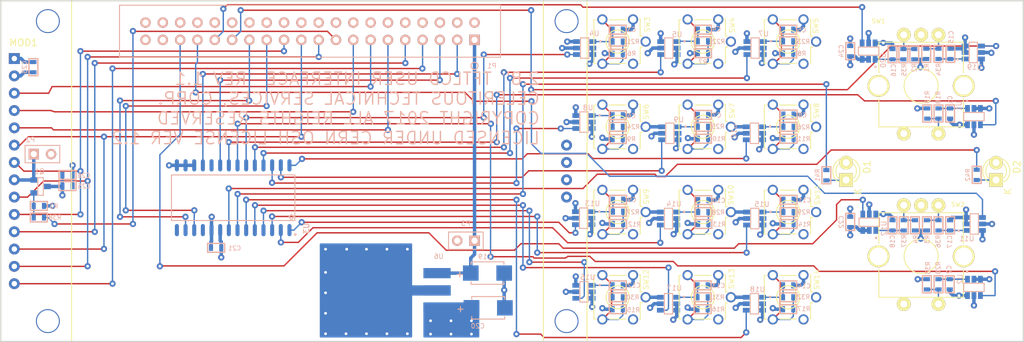
<source format=kicad_pcb>
(kicad_pcb (version 4) (host pcbnew 4.0.7)
  (layers (0 F.Cu signal) (1 GND power hide) (2 PWR power hide) (31 B.Cu signal) (34 B.Paste user) (35 F.Paste user) (36 B.SilkS user) (37 F.SilkS user) (38 B.Mask user) (39 F.Mask user) (44 Edge.Cuts user))
  (net 0 "")
  (net 1 GND)
  (net 2 /PB3)
  (net 3 /PB4)
  (net 4 /PB5)
  (net 5 /PB6)
  (net 6 /PB7)
  (net 7 /PB8)
  (net 8 /PB9)
  (net 9 /PB10)
  (net 10 /SPI_MISO)
  (net 11 /SPI_SCK)
  (net 12 /SPI_MOSI)
  (net 13 /DISP_CD)
  (net 14 /DISP_RST)
  (net 15 /DISP_CS)
  (net 16 +3.3V)
  (net 17 /EXP_RST)
  (net 18 /EXP_INT)
  (net 19 /I2C_SDA)
  (net 20 /ENCODER_1A)
  (net 21 /ENCODER_1B)
  (net 22 /ENCODER_2A)
  (net 23 /ENCODER_2B)
  (net 24 /PHA1)
  (net 25 /PHB1)
  (net 26 /PHA2)
  (net 27 /PHB2)
  (net 28 "Net-(R18-Pad1)")
  (net 29 /DB8)
  (net 30 /DB7)
  (net 31 /DB6)
  (net 32 /DB5)
  (net 33 /DB4)
  (net 34 /DB3)
  (net 35 /DB2)
  (net 36 /DB1)
  (net 37 /DB10)
  (net 38 /DB9)
  (net 39 /PB13)
  (net 40 /PB11)
  (net 41 /PB12)
  (net 42 /PB14)
  (net 43 "Net-(D1-PadK)")
  (net 44 "Net-(D2-PadK)")
  (net 45 /DISP_LED)
  (net 46 /DISP_TCS)
  (net 47 /DISP_PENIRQ)
  (net 48 /LED1)
  (net 49 /LED2)
  (net 50 /DB14)
  (net 51 /DB13)
  (net 52 /DB12)
  (net 53 /DB11)
  (net 54 +4.3V)
  (net 55 "Net-(MOD1-Pad15)")
  (net 56 "Net-(MOD1-Pad16)")
  (net 57 "Net-(MOD1-Pad17)")
  (net 58 "Net-(MOD1-Pad18)")
  (net 59 /I2C_SCL)
  (net 60 /ENCODER_3A)
  (net 61 /ENCODER_3B)
  (net 62 "Net-(U3-Pad11)")
  (net 63 "Net-(U3-Pad14)")
  (net 64 "Net-(U3-Pad19)")
  (net 65 /PB1)
  (net 66 /PB2)
  (net 67 /PHA1D)
  (net 68 /PHB1D)
  (net 69 /PHA2D)
  (net 70 /PHB2D)
  (net 71 /PWM)
  (net 72 "Net-(R20-Pad1)")
  (net 73 /SW3)
  (net 74 /SW4)
  (net 75 /SW5)
  (net 76 /SW6)
  (net 77 /SW7)
  (net 78 /SW8)
  (net 79 /SW9)
  (net 80 /SW10)
  (net 81 /SW11)
  (net 82 /SW12)
  (net 83 /SW13)
  (net 84 /SW14)
  (net 85 "Net-(Q1-Pad1)")
  (module KiCad:TO263-3 (layer B.Cu) (at 99 126.5 270)
    (fp_text reference U6 (at -5 -10.25 360) (layer B.SilkS) (effects (font (size 0.7 0.7) (thickness 0.1)) (justify mirror)))
    (fp_text value MCP1826S-3302 hide)
    (pad 4 smd rect (at 0 0 270) (size 10 10) (layers B.Cu B.Paste B.Mask) (net 1 GND))
    (pad 1 smd rect (at -2.54 -10 270) (size 1.5 4) (layers B.Cu B.Paste B.Mask) (net 54 +4.3V))
    (pad 3 smd rect (at 2.54 -10 270) (size 1.5 4) (layers B.Cu B.Paste B.Mask) (net 16 +3.3V))
    (pad 2 smd rect (at 0 -10 270) (size 1.5 4) (layers B.Cu B.Paste B.Mask) (net 1 GND))
  )
  (module IPC7351-Nominal:SOIC127P1034X267-28 (layer B.Cu) (at 79.1 112.9 90)
    (fp_text reference U3 (at -4.5 10.75 90) (layer B.SilkS) (effects (font (size 0.8 0.8)) (justify mirror)))
    (fp_text value MCP23017 hide)
    (pad 1 smd oval (at -4.75 8.255 90) (size 1.8 0.6) (layers B.Cu B.Paste B.Mask) (net 38 /DB9))
    (pad 2 smd oval (at -4.75 6.985 90) (size 1.8 0.6) (layers B.Cu B.Paste B.Mask) (net 37 /DB10))
    (pad 3 smd oval (at -4.75 5.715 90) (size 1.8 0.6) (layers B.Cu B.Paste B.Mask) (net 53 /DB11))
    (pad 4 smd oval (at -4.75 4.445 90) (size 1.8 0.6) (layers B.Cu B.Paste B.Mask) (net 52 /DB12))
    (pad 5 smd oval (at -4.75 3.175 90) (size 1.8 0.6) (layers B.Cu B.Paste B.Mask) (net 51 /DB13))
    (pad 6 smd oval (at -4.75 1.905 90) (size 1.8 0.6) (layers B.Cu B.Paste B.Mask) (net 50 /DB14))
    (pad 7 smd oval (at -4.75 0.635 90) (size 1.8 0.6) (layers B.Cu B.Paste B.Mask) (net 48 /LED1))
    (pad 8 smd oval (at -4.75 -0.635 90) (size 1.8 0.6) (layers B.Cu B.Paste B.Mask) (net 49 /LED2))
    (pad 9 smd oval (at -4.75 -1.905 90) (size 1.8 0.6) (layers B.Cu B.Paste B.Mask) (net 16 +3.3V))
    (pad 10 smd oval (at -4.75 -3.175 90) (size 1.8 0.6) (layers B.Cu B.Paste B.Mask) (net 1 GND))
    (pad 11 smd oval (at -4.75 -4.445 90) (size 1.8 0.6) (layers B.Cu B.Paste B.Mask) (net 62 "Net-(U3-Pad11)"))
    (pad 12 smd oval (at -4.75 -5.715 90) (size 1.8 0.6) (layers B.Cu B.Paste B.Mask) (net 59 /I2C_SCL))
    (pad 13 smd oval (at -4.75 -6.985 90) (size 1.8 0.6) (layers B.Cu B.Paste B.Mask) (net 19 /I2C_SDA))
    (pad 14 smd oval (at -4.75 -8.255 90) (size 1.8 0.6) (layers B.Cu B.Paste B.Mask) (net 63 "Net-(U3-Pad14)"))
    (pad 15 smd oval (at 4.75 -8.255 90) (size 1.8 0.6) (layers B.Cu B.Paste B.Mask) (net 1 GND))
    (pad 16 smd oval (at 4.75 -6.985 90) (size 1.8 0.6) (layers B.Cu B.Paste B.Mask) (net 1 GND))
    (pad 17 smd oval (at 4.75 -5.715 90) (size 1.8 0.6) (layers B.Cu B.Paste B.Mask) (net 1 GND))
    (pad 18 smd oval (at 4.75 -4.445 90) (size 1.8 0.6) (layers B.Cu B.Paste B.Mask) (net 17 /EXP_RST))
    (pad 19 smd oval (at 4.75 -3.175 90) (size 1.8 0.6) (layers B.Cu B.Paste B.Mask) (net 64 "Net-(U3-Pad19)"))
    (pad 20 smd oval (at 4.75 -1.905 90) (size 1.8 0.6) (layers B.Cu B.Paste B.Mask) (net 18 /EXP_INT))
    (pad 21 smd oval (at 4.75 -0.635 90) (size 1.8 0.6) (layers B.Cu B.Paste B.Mask) (net 36 /DB1))
    (pad 22 smd oval (at 4.75 0.635 90) (size 1.8 0.6) (layers B.Cu B.Paste B.Mask) (net 35 /DB2))
    (pad 23 smd oval (at 4.75 1.905 90) (size 1.8 0.6) (layers B.Cu B.Paste B.Mask) (net 34 /DB3))
    (pad 24 smd oval (at 4.75 3.175 90) (size 1.8 0.6) (layers B.Cu B.Paste B.Mask) (net 33 /DB4))
    (pad 25 smd oval (at 4.75 4.445 90) (size 1.8 0.6) (layers B.Cu B.Paste B.Mask) (net 32 /DB5))
    (pad 26 smd oval (at 4.75 5.715 90) (size 1.8 0.6) (layers B.Cu B.Paste B.Mask) (net 31 /DB6))
    (pad 27 smd oval (at 4.75 6.985 90) (size 1.8 0.6) (layers B.Cu B.Paste B.Mask) (net 30 /DB7))
    (pad 28 smd oval (at 4.75 8.255 90) (size 1.8 0.6) (layers B.Cu B.Paste B.Mask) (net 29 /DB8))
  )
  (module Kicad:P0603 (layer B.Cu) (at 184.25 100.55 270)
    (fp_text reference C1 (at -2 0 270) (layer B.SilkS) (effects (font (size 0.65 0.65) (thickness 0.0975)) (justify mirror)))
    (fp_text value 0.10uF hide)
    (pad 1 smd rect (at -0.75 0 270) (size 0.6 0.9) (layers B.Cu B.Paste B.Mask) (net 65 /PB1))
    (pad 2 smd rect (at 0.75 0 270) (size 0.6 0.9) (layers B.Cu B.Paste B.Mask) (net 1 GND))
  )
  (module Kicad:P0603 (layer B.Cu) (at 184.2 125.6 270)
    (fp_text reference C2 (at -2.15 0.1 270) (layer B.SilkS) (effects (font (size 0.65 0.65) (thickness 0.0975)) (justify mirror)))
    (fp_text value 0.10uF hide)
    (pad 1 smd rect (at -0.75 0 270) (size 0.6 0.9) (layers B.Cu B.Paste B.Mask) (net 66 /PB2))
    (pad 2 smd rect (at 0.75 0 270) (size 0.6 0.9) (layers B.Cu B.Paste B.Mask) (net 1 GND))
  )
  (module Kicad:P0603 (layer B.Cu) (at 135.5 88.25)
    (fp_text reference C3 (at 2.05 0) (layer B.SilkS) (effects (font (size 0.65 0.65) (thickness 0.0975)) (justify mirror)))
    (fp_text value 0.10uF hide)
    (pad 1 smd rect (at -0.75 0) (size 0.6 0.9) (layers B.Cu B.Paste B.Mask) (net 2 /PB3))
    (pad 2 smd rect (at 0.75 0) (size 0.6 0.9) (layers B.Cu B.Paste B.Mask) (net 1 GND))
  )
  (module Kicad:P0603 (layer B.Cu) (at 148 88.25)
    (fp_text reference C4 (at 2 -0.1) (layer B.SilkS) (effects (font (size 0.65 0.65) (thickness 0.0975)) (justify mirror)))
    (fp_text value 0.10uF hide)
    (pad 1 smd rect (at -0.75 0) (size 0.6 0.9) (layers B.Cu B.Paste B.Mask) (net 3 /PB4))
    (pad 2 smd rect (at 0.75 0) (size 0.6 0.9) (layers B.Cu B.Paste B.Mask) (net 1 GND))
  )
  (module Kicad:P0603 (layer B.Cu) (at 160.5 88.25)
    (fp_text reference C5 (at 2 0.05) (layer B.SilkS) (effects (font (size 0.65 0.65) (thickness 0.0975)) (justify mirror)))
    (fp_text value 0.10uF hide)
    (pad 1 smd rect (at -0.75 0) (size 0.6 0.9) (layers B.Cu B.Paste B.Mask) (net 4 /PB5))
    (pad 2 smd rect (at 0.75 0) (size 0.6 0.9) (layers B.Cu B.Paste B.Mask) (net 1 GND))
  )
  (module Kicad:P0603 (layer B.Cu) (at 135.5 100.8)
    (fp_text reference C6 (at 2 0.1) (layer B.SilkS) (effects (font (size 0.65 0.65) (thickness 0.0975)) (justify mirror)))
    (fp_text value 0.10uF hide)
    (pad 1 smd rect (at -0.75 0) (size 0.6 0.9) (layers B.Cu B.Paste B.Mask) (net 5 /PB6))
    (pad 2 smd rect (at 0.75 0) (size 0.6 0.9) (layers B.Cu B.Paste B.Mask) (net 1 GND))
  )
  (module Kicad:P0603 (layer B.Cu) (at 148 100.75)
    (fp_text reference C7 (at 2.05 0.05) (layer B.SilkS) (effects (font (size 0.65 0.65) (thickness 0.0975)) (justify mirror)))
    (fp_text value 0.10uF hide)
    (pad 1 smd rect (at -0.75 0) (size 0.6 0.9) (layers B.Cu B.Paste B.Mask) (net 6 /PB7))
    (pad 2 smd rect (at 0.75 0) (size 0.6 0.9) (layers B.Cu B.Paste B.Mask) (net 1 GND))
  )
  (module Kicad:P0603 (layer B.Cu) (at 160.55 100.7)
    (fp_text reference C8 (at 2.05 0.1) (layer B.SilkS) (effects (font (size 0.65 0.65) (thickness 0.0975)) (justify mirror)))
    (fp_text value 0.10uF hide)
    (pad 1 smd rect (at -0.75 0) (size 0.6 0.9) (layers B.Cu B.Paste B.Mask) (net 7 /PB8))
    (pad 2 smd rect (at 0.75 0) (size 0.6 0.9) (layers B.Cu B.Paste B.Mask) (net 1 GND))
  )
  (module Kicad:P0603 (layer B.Cu) (at 135.55 113.2)
    (fp_text reference C9 (at 2.05 0) (layer B.SilkS) (effects (font (size 0.65 0.65) (thickness 0.0975)) (justify mirror)))
    (fp_text value 0.10uF hide)
    (pad 1 smd rect (at -0.75 0) (size 0.6 0.9) (layers B.Cu B.Paste B.Mask) (net 8 /PB9))
    (pad 2 smd rect (at 0.75 0) (size 0.6 0.9) (layers B.Cu B.Paste B.Mask) (net 1 GND))
  )
  (module Kicad:P0603 (layer B.Cu) (at 148.05 113.25)
    (fp_text reference C10 (at 2.3 0.05) (layer B.SilkS) (effects (font (size 0.65 0.65) (thickness 0.0975)) (justify mirror)))
    (fp_text value 0.10uF hide)
    (pad 1 smd rect (at -0.75 0) (size 0.6 0.9) (layers B.Cu B.Paste B.Mask) (net 9 /PB10))
    (pad 2 smd rect (at 0.75 0) (size 0.6 0.9) (layers B.Cu B.Paste B.Mask) (net 1 GND))
  )
  (module Kicad:P0603 (layer B.Cu) (at 160.55 113.2)
    (fp_text reference C11 (at 2.35 0.05) (layer B.SilkS) (effects (font (size 0.65 0.65) (thickness 0.0975)) (justify mirror)))
    (fp_text value 0.10uF hide)
    (pad 1 smd rect (at -0.75 0) (size 0.6 0.9) (layers B.Cu B.Paste B.Mask) (net 40 /PB11))
    (pad 2 smd rect (at 0.75 0) (size 0.6 0.9) (layers B.Cu B.Paste B.Mask) (net 1 GND))
  )
  (module Kicad:P0603 (layer B.Cu) (at 135.5 125.75)
    (fp_text reference C12 (at 2.4 0) (layer B.SilkS) (effects (font (size 0.65 0.65) (thickness 0.0975)) (justify mirror)))
    (fp_text value 0.10uF hide)
    (pad 1 smd rect (at -0.75 0) (size 0.6 0.9) (layers B.Cu B.Paste B.Mask) (net 41 /PB12))
    (pad 2 smd rect (at 0.75 0) (size 0.6 0.9) (layers B.Cu B.Paste B.Mask) (net 1 GND))
  )
  (module Kicad:P0603 (layer B.Cu) (at 147.95 125.75)
    (fp_text reference C13 (at 2.35 0.05) (layer B.SilkS) (effects (font (size 0.65 0.65) (thickness 0.0975)) (justify mirror)))
    (fp_text value 0.10uF hide)
    (pad 1 smd rect (at -0.75 0) (size 0.6 0.9) (layers B.Cu B.Paste B.Mask) (net 39 /PB13))
    (pad 2 smd rect (at 0.75 0) (size 0.6 0.9) (layers B.Cu B.Paste B.Mask) (net 1 GND))
  )
  (module Kicad:P0603 (layer B.Cu) (at 160.5 125.75)
    (fp_text reference C14 (at 2.35 0.1) (layer B.SilkS) (effects (font (size 0.65 0.65) (thickness 0.0975)) (justify mirror)))
    (fp_text value 0.10uF hide)
    (pad 1 smd rect (at -0.75 0) (size 0.6 0.9) (layers B.Cu B.Paste B.Mask) (net 42 /PB14))
    (pad 2 smd rect (at 0.75 0) (size 0.6 0.9) (layers B.Cu B.Paste B.Mask) (net 1 GND))
  )
  (module Kicad:P0603 (layer B.Cu) (at 184.3 91.8 90)
    (fp_text reference C15 (at 2.45 0.1 90) (layer B.SilkS) (effects (font (size 0.65 0.65) (thickness 0.0975)) (justify mirror)))
    (fp_text value 0.10uF hide)
    (pad 1 smd rect (at -0.75 0 90) (size 0.6 0.9) (layers B.Cu B.Paste B.Mask) (net 67 /PHA1D))
    (pad 2 smd rect (at 0.75 0 90) (size 0.6 0.9) (layers B.Cu B.Paste B.Mask) (net 1 GND))
  )
  (module Kicad:P0603 (layer B.Cu) (at 175.8 91.85 90)
    (fp_text reference C16 (at -2.35 0.15 90) (layer B.SilkS) (effects (font (size 0.65 0.65) (thickness 0.0975)) (justify mirror)))
    (fp_text value 0.10uF hide)
    (pad 1 smd rect (at -0.75 0 90) (size 0.6 0.9) (layers B.Cu B.Paste B.Mask) (net 68 /PHB1D))
    (pad 2 smd rect (at 0.75 0 90) (size 0.6 0.9) (layers B.Cu B.Paste B.Mask) (net 1 GND))
  )
  (module Kicad:P0603 (layer B.Cu) (at 184.25 116.95 90)
    (fp_text reference C17 (at -2.4 -0.05 90) (layer B.SilkS) (effects (font (size 0.65 0.65) (thickness 0.0975)) (justify mirror)))
    (fp_text value 0.10uF hide)
    (pad 1 smd rect (at -0.75 0 90) (size 0.6 0.9) (layers B.Cu B.Paste B.Mask) (net 69 /PHA2D))
    (pad 2 smd rect (at 0.75 0 90) (size 0.6 0.9) (layers B.Cu B.Paste B.Mask) (net 1 GND))
  )
  (module Kicad:P0603 (layer B.Cu) (at 175.8 116.95 90)
    (fp_text reference C18 (at -2.35 0 90) (layer B.SilkS) (effects (font (size 0.65 0.65) (thickness 0.0975)) (justify mirror)))
    (fp_text value 0.10uF hide)
    (pad 1 smd rect (at -0.75 0 90) (size 0.6 0.9) (layers B.Cu B.Paste B.Mask) (net 70 /PHB2D))
    (pad 2 smd rect (at 0.75 0 90) (size 0.6 0.9) (layers B.Cu B.Paste B.Mask) (net 1 GND))
  )
  (module Kicad:CAPACITOR_TANTALUM_C (layer B.Cu) (at 116.4 123.95)
    (fp_text reference C19 (at -0.35 -2.4) (layer B.SilkS) (effects (font (size 0.7 0.7) (thickness 0.1)) (justify mirror)))
    (fp_text value 47uF hide)
    (fp_text user + (at -4.064 0.127) (layer B.SilkS) (effects (justify mirror)))
    (pad 1 smd rect (at -2.45 0) (size 2.3 2.25) (layers B.Cu B.Paste B.Mask) (net 54 +4.3V))
    (pad 2 smd rect (at 2.45 0) (size 2.3 2.25) (layers B.Cu B.Paste B.Mask) (net 1 GND))
  )
  (module Kicad:CAPACITOR_TANTALUM_C (layer B.Cu) (at 116.5 129.05)
    (fp_text reference C20 (at -1.524 2.667) (layer B.SilkS) (effects (font (size 0.7 0.7) (thickness 0.1)) (justify mirror)))
    (fp_text value 47uF hide)
    (fp_text user + (at -4.064 0.127) (layer B.SilkS) (effects (justify mirror)))
    (pad 1 smd rect (at -2.45 0) (size 2.3 2.25) (layers B.Cu B.Paste B.Mask) (net 16 +3.3V))
    (pad 2 smd rect (at 2.45 0) (size 2.3 2.25) (layers B.Cu B.Paste B.Mask) (net 1 GND))
  )
  (module Kicad:P0603 (layer B.Cu) (at 76.6 120.25 180)
    (fp_text reference C21 (at -2.7 -0.05 180) (layer B.SilkS) (effects (font (size 0.65 0.65) (thickness 0.0975)) (justify mirror)))
    (fp_text value 0.10uF hide)
    (pad 1 smd rect (at -0.75 0 180) (size 0.6 0.9) (layers B.Cu B.Paste B.Mask) (net 16 +3.3V))
    (pad 2 smd rect (at 0.75 0 180) (size 0.6 0.9) (layers B.Cu B.Paste B.Mask) (net 1 GND))
  )
  (module Kicad:P0603 (layer B.Cu) (at 169.6 116.45 270)
    (fp_text reference C22 (at 0 1.3 270) (layer B.SilkS) (effects (font (size 0.65 0.65) (thickness 0.0975)) (justify mirror)))
    (fp_text value 0.10uF hide)
    (pad 1 smd rect (at -0.75 0 270) (size 0.6 0.9) (layers B.Cu B.Paste B.Mask) (net 16 +3.3V))
    (pad 2 smd rect (at 0.75 0 270) (size 0.6 0.9) (layers B.Cu B.Paste B.Mask) (net 1 GND))
  )
  (module Kicad:P0603 (layer B.Cu) (at 49.8 93.75 270)
    (fp_text reference C23 (at 0 1.3 270) (layer B.SilkS) (effects (font (size 0.65 0.65) (thickness 0.0975)) (justify mirror)))
    (fp_text value 0.10uF hide)
    (pad 1 smd rect (at -0.75 0 270) (size 0.6 0.9) (layers B.Cu B.Paste B.Mask) (net 16 +3.3V))
    (pad 2 smd rect (at 0.75 0 270) (size 0.6 0.9) (layers B.Cu B.Paste B.Mask) (net 1 GND))
  )
  (module Kicad:P0603 (layer B.Cu) (at 169.6 91.4 270)
    (fp_text reference C24 (at 0 1.3 270) (layer B.SilkS) (effects (font (size 0.65 0.65) (thickness 0.0975)) (justify mirror)))
    (fp_text value 0.10uF hide)
    (pad 1 smd rect (at -0.75 0 270) (size 0.6 0.9) (layers B.Cu B.Paste B.Mask) (net 16 +3.3V))
    (pad 2 smd rect (at 0.75 0 270) (size 0.6 0.9) (layers B.Cu B.Paste B.Mask) (net 1 GND))
  )
  (module Kicad:LED_3MM_TH (layer F.Cu) (at 169 109 90)
    (fp_text reference D1 (at 0.61 3.06 90) (layer F.SilkS))
    (fp_text value Led_Small hide)
    (fp_text user K (at -2.99 1.74 90) (layer F.SilkS))
    (pad K thru_hole rect (at -1.3 0 180) (size 2 2) (drill 1.00076) (layers *.Cu *.Mask F.SilkS) (net 43 "Net-(D1-PadK)"))
    (pad A thru_hole circle (at 1.24 0 90) (size 2 2) (drill 1.00076) (layers *.Cu *.Mask F.SilkS) (net 16 +3.3V))
  )
  (module Kicad:LED_3MM_TH (layer F.Cu) (at 191 109 90)
    (fp_text reference D2 (at 0.61 3.06 90) (layer F.SilkS))
    (fp_text value Led_Small hide)
    (fp_text user K (at -2.99 1.74 90) (layer F.SilkS))
    (pad K thru_hole rect (at -1.3 0 180) (size 2 2) (drill 1.00076) (layers *.Cu *.Mask F.SilkS) (net 44 "Net-(D2-PadK)"))
    (pad A thru_hole circle (at 1.24 0 90) (size 2 2) (drill 1.00076) (layers *.Cu *.Mask F.SilkS) (net 16 +3.3V))
  )
  (module Kicad:TFT_320x260_2.8_SPI (layer F.Cu) (at 88 109)
    (fp_text reference MOD1 (at -39.65 -18.85) (layer F.SilkS))
    (fp_text value TFT_320X240_2.4_SPI hide)
    (pad "" np_thru_hole circle (at -36.08 -22) (size 3.5 3.5) (drill 3.2) (layers *.Cu *.Mask))
    (pad "" np_thru_hole circle (at 40 -22) (size 3.5 3.5) (drill 3.2) (layers *.Cu *.Mask))
    (pad "" np_thru_hole circle (at 40 22) (size 3.5 3.5) (drill 3.2) (layers *.Cu *.Mask))
    (pad "" np_thru_hole circle (at -36.08 22) (size 3.5 3.5) (drill 3.2) (layers *.Cu *.Mask))
    (pad 1 thru_hole rect (at -41 -16.51) (size 1.6 1.6) (drill 0.8) (layers *.Cu *.Mask) (net 16 +3.3V))
    (pad 2 thru_hole circle (at -41 -13.97) (size 1.6 1.6) (drill 0.8) (layers *.Cu *.Mask) (net 1 GND))
    (pad 3 thru_hole circle (at -41 -11.43) (size 1.6 1.6) (drill 0.8) (layers *.Cu *.Mask) (net 15 /DISP_CS))
    (pad 4 thru_hole circle (at -41 -8.89) (size 1.6 1.6) (drill 0.8) (layers *.Cu *.Mask) (net 14 /DISP_RST))
    (pad 5 thru_hole circle (at -41 -6.35) (size 1.6 1.6) (drill 0.8) (layers *.Cu *.Mask) (net 13 /DISP_CD))
    (pad 6 thru_hole circle (at -41 -3.81) (size 1.6 1.6) (drill 0.8) (layers *.Cu *.Mask) (net 12 /SPI_MOSI))
    (pad 7 thru_hole circle (at -41 -1.27) (size 1.6 1.6) (drill 0.8) (layers *.Cu *.Mask) (net 11 /SPI_SCK))
    (pad 8 thru_hole circle (at -41 1.27) (size 1.6 1.6) (drill 0.8) (layers *.Cu *.Mask) (net 45 /DISP_LED))
    (pad 9 thru_hole circle (at -41 3.81) (size 1.6 1.6) (drill 0.8) (layers *.Cu *.Mask) (net 10 /SPI_MISO))
    (pad 10 thru_hole circle (at -41 6.35) (size 1.6 1.6) (drill 0.8) (layers *.Cu *.Mask) (net 11 /SPI_SCK))
    (pad 11 thru_hole circle (at -41 8.89) (size 1.6 1.6) (drill 0.8) (layers *.Cu *.Mask) (net 46 /DISP_TCS))
    (pad 12 thru_hole circle (at -41 11.43) (size 1.6 1.6) (drill 0.8) (layers *.Cu *.Mask) (net 12 /SPI_MOSI))
    (pad 13 thru_hole circle (at -41 13.97) (size 1.6 1.6) (drill 0.8) (layers *.Cu *.Mask) (net 10 /SPI_MISO))
    (pad 14 thru_hole circle (at -41 16.51) (size 1.6 1.6) (drill 0.8) (layers *.Cu *.Mask) (net 47 /DISP_PENIRQ))
    (pad 15 thru_hole circle (at 40 -3.81) (size 1.6 1.6) (drill 0.8) (layers *.Cu *.Mask) (net 55 "Net-(MOD1-Pad15)"))
    (pad 16 thru_hole circle (at 40 -1.27) (size 1.6 1.6) (drill 0.8) (layers *.Cu *.Mask) (net 56 "Net-(MOD1-Pad16)"))
    (pad 17 thru_hole circle (at 40 1.27) (size 1.6 1.6) (drill 0.8) (layers *.Cu *.Mask) (net 57 "Net-(MOD1-Pad17)"))
    (pad 18 thru_hole circle (at 40 3.81) (size 1.6 1.6) (drill 0.8) (layers *.Cu *.Mask) (net 58 "Net-(MOD1-Pad18)"))
  )
  (module Kicad:Header_2x20_Shrouded_100mil (layer B.Cu) (at 114.5 89.75 180)
    (fp_text reference P1 (at -2.54 -3.81 180) (layer B.SilkS) (effects (font (size 0.7 0.7) (thickness 0.1)) (justify mirror)))
    (fp_text value Header_2x20 hide)
    (pad 2 thru_hole circle (at 0 2.54 180) (size 1.524 1.524) (drill 0.9144) (layers *.Cu *.Mask B.SilkS) (net 1 GND))
    (pad 1 thru_hole rect (at 0 0 180) (size 1.524 1.524) (drill 0.9144) (layers *.Cu *.Mask B.SilkS) (net 54 +4.3V))
    (pad 4 thru_hole circle (at 2.54 2.54 180) (size 1.524 1.524) (drill 0.9144) (layers *.Cu *.Mask B.SilkS) (net 1 GND))
    (pad 3 thru_hole circle (at 2.54 0 180) (size 1.524 1.524) (drill 0.9144) (layers *.Cu *.Mask B.SilkS) (net 17 /EXP_RST))
    (pad 6 thru_hole circle (at 5.08 2.54 180) (size 1.524 1.524) (drill 0.9144) (layers *.Cu *.Mask B.SilkS) (net 1 GND))
    (pad 5 thru_hole circle (at 5.08 0 180) (size 1.524 1.524) (drill 0.9144) (layers *.Cu *.Mask B.SilkS) (net 18 /EXP_INT))
    (pad 8 thru_hole circle (at 7.62 2.54 180) (size 1.524 1.524) (drill 0.9144) (layers *.Cu *.Mask B.SilkS) (net 1 GND))
    (pad 7 thru_hole circle (at 7.62 0 180) (size 1.524 1.524) (drill 0.9144) (layers *.Cu *.Mask B.SilkS) (net 47 /DISP_PENIRQ))
    (pad 10 thru_hole circle (at 10.16 2.54 180) (size 1.524 1.524) (drill 0.9144) (layers *.Cu *.Mask B.SilkS) (net 1 GND))
    (pad 9 thru_hole circle (at 10.16 0 180) (size 1.524 1.524) (drill 0.9144) (layers *.Cu *.Mask B.SilkS) (net 46 /DISP_TCS))
    (pad 12 thru_hole circle (at 12.7 2.54 180) (size 1.524 1.524) (drill 0.9144) (layers *.Cu *.Mask B.SilkS) (net 1 GND))
    (pad 11 thru_hole circle (at 12.7 0 180) (size 1.524 1.524) (drill 0.9144) (layers *.Cu *.Mask B.SilkS) (net 13 /DISP_CD))
    (pad 14 thru_hole circle (at 15.24 2.54 180) (size 1.524 1.524) (drill 0.9144) (layers *.Cu *.Mask B.SilkS) (net 1 GND))
    (pad 13 thru_hole circle (at 15.24 0 180) (size 1.524 1.524) (drill 0.9144) (layers *.Cu *.Mask B.SilkS) (net 15 /DISP_CS))
    (pad 16 thru_hole circle (at 17.78 2.54 180) (size 1.524 1.524) (drill 0.9144) (layers *.Cu *.Mask B.SilkS) (net 1 GND))
    (pad 15 thru_hole circle (at 17.78 0 180) (size 1.524 1.524) (drill 0.9144) (layers *.Cu *.Mask B.SilkS) (net 14 /DISP_RST))
    (pad 18 thru_hole circle (at 20.32 2.54 180) (size 1.524 1.524) (drill 0.9144) (layers *.Cu *.Mask B.SilkS) (net 1 GND))
    (pad 17 thru_hole circle (at 20.32 0 180) (size 1.524 1.524) (drill 0.9144) (layers *.Cu *.Mask B.SilkS) (net 71 /PWM))
    (pad 20 thru_hole circle (at 22.86 2.54 180) (size 1.524 1.524) (drill 0.9144) (layers *.Cu *.Mask B.SilkS) (net 1 GND))
    (pad 19 thru_hole circle (at 22.86 0 180) (size 1.524 1.524) (drill 0.9144) (layers *.Cu *.Mask B.SilkS) (net 10 /SPI_MISO))
    (pad 22 thru_hole circle (at 25.4 2.54 180) (size 1.524 1.524) (drill 0.9144) (layers *.Cu *.Mask B.SilkS) (net 1 GND))
    (pad 21 thru_hole circle (at 25.4 0 180) (size 1.524 1.524) (drill 0.9144) (layers *.Cu *.Mask B.SilkS) (net 12 /SPI_MOSI))
    (pad 24 thru_hole circle (at 27.94 2.54 180) (size 1.524 1.524) (drill 0.9144) (layers *.Cu *.Mask B.SilkS) (net 1 GND))
    (pad 23 thru_hole circle (at 27.94 0 180) (size 1.524 1.524) (drill 0.9144) (layers *.Cu *.Mask B.SilkS) (net 11 /SPI_SCK))
    (pad 26 thru_hole circle (at 30.48 2.54 180) (size 1.524 1.524) (drill 0.9144) (layers *.Cu *.Mask B.SilkS) (net 1 GND))
    (pad 25 thru_hole circle (at 30.48 0 180) (size 1.524 1.524) (drill 0.9144) (layers *.Cu *.Mask B.SilkS) (net 59 /I2C_SCL))
    (pad 28 thru_hole circle (at 33.02 2.54 180) (size 1.524 1.524) (drill 0.9144) (layers *.Cu *.Mask B.SilkS) (net 1 GND))
    (pad 27 thru_hole circle (at 33.02 0 180) (size 1.524 1.524) (drill 0.9144) (layers *.Cu *.Mask B.SilkS) (net 19 /I2C_SDA))
    (pad 30 thru_hole circle (at 35.56 2.54 180) (size 1.524 1.524) (drill 0.9144) (layers *.Cu *.Mask B.SilkS) (net 1 GND))
    (pad 29 thru_hole circle (at 35.56 0 180) (size 1.524 1.524) (drill 0.9144) (layers *.Cu *.Mask B.SilkS) (net 20 /ENCODER_1A))
    (pad 32 thru_hole circle (at 38.1 2.54 180) (size 1.524 1.524) (drill 0.9144) (layers *.Cu *.Mask B.SilkS) (net 1 GND))
    (pad 31 thru_hole circle (at 38.1 0 180) (size 1.524 1.524) (drill 0.9144) (layers *.Cu *.Mask B.SilkS) (net 21 /ENCODER_1B))
    (pad 34 thru_hole circle (at 40.64 2.54 180) (size 1.524 1.524) (drill 0.9144) (layers *.Cu *.Mask B.SilkS) (net 1 GND))
    (pad 33 thru_hole circle (at 40.64 0 180) (size 1.524 1.524) (drill 0.9144) (layers *.Cu *.Mask B.SilkS) (net 22 /ENCODER_2A))
    (pad 36 thru_hole circle (at 43.18 2.54 180) (size 1.524 1.524) (drill 0.9144) (layers *.Cu *.Mask B.SilkS) (net 1 GND))
    (pad 35 thru_hole circle (at 43.18 0 180) (size 1.524 1.524) (drill 0.9144) (layers *.Cu *.Mask B.SilkS) (net 23 /ENCODER_2B))
    (pad 38 thru_hole circle (at 45.72 2.54 180) (size 1.524 1.524) (drill 0.9144) (layers *.Cu *.Mask B.SilkS) (net 1 GND))
    (pad 37 thru_hole circle (at 45.72 0 180) (size 1.524 1.524) (drill 0.9144) (layers *.Cu *.Mask B.SilkS) (net 60 /ENCODER_3A))
    (pad 40 thru_hole circle (at 48.26 2.54 180) (size 1.524 1.524) (drill 0.9144) (layers *.Cu *.Mask B.SilkS) (net 1 GND))
    (pad 39 thru_hole circle (at 48.26 0 180) (size 1.524 1.524) (drill 0.9144) (layers *.Cu *.Mask B.SilkS) (net 61 /ENCODER_3B))
  )
  (module Kicad:Header_2x1_Shrouded_100mil (layer B.Cu) (at 49.85 106.5 90)
    (fp_text reference P2 (at 2.1 -0.5 360) (layer B.SilkS) (effects (font (size 0.7 0.7) (thickness 0.1)) (justify mirror)))
    (fp_text value Header_2x1 hide)
    (pad 2 thru_hole circle (at 0 2.54 90) (size 1.524 1.524) (drill 0.9144) (layers *.Cu *.Mask B.SilkS) (net 16 +3.3V))
    (pad 1 thru_hole rect (at 0 0 90) (size 1.524 1.524) (drill 0.9144) (layers *.Cu *.Mask B.SilkS) (net 45 /DISP_LED))
  )
  (module Kicad:Header_2x1_Shrouded_100mil (layer B.Cu) (at 114.5 119.2 270)
    (fp_text reference P3 (at -2.54 1.27 540) (layer B.SilkS) (effects (font (size 0.7 0.7) (thickness 0.1)) (justify mirror)))
    (fp_text value Header_2x1 hide)
    (pad 2 thru_hole circle (at 0 2.54 270) (size 1.524 1.524) (drill 0.9144) (layers *.Cu *.Mask B.SilkS) (net 16 +3.3V))
    (pad 1 thru_hole rect (at 0 0 270) (size 1.524 1.524) (drill 0.9144) (layers *.Cu *.Mask B.SilkS) (net 54 +4.3V))
  )
  (module Kicad:P0603 (layer B.Cu) (at 180.75 91.8 90)
    (fp_text reference R1 (at -2.05 0.05 90) (layer B.SilkS) (effects (font (size 0.65 0.65) (thickness 0.0975)) (justify mirror)))
    (fp_text value 10.0kΩ hide)
    (pad 1 smd rect (at -0.75 0 90) (size 0.6 0.9) (layers B.Cu B.Paste B.Mask) (net 16 +3.3V))
    (pad 2 smd rect (at 0.75 0 90) (size 0.6 0.9) (layers B.Cu B.Paste B.Mask) (net 24 /PHA1))
  )
  (module Kicad:P0603 (layer B.Cu) (at 179 91.85 90)
    (fp_text reference R2 (at -2 0 90) (layer B.SilkS) (effects (font (size 0.65 0.65) (thickness 0.0975)) (justify mirror)))
    (fp_text value 10.0kΩ hide)
    (pad 1 smd rect (at -0.75 0 90) (size 0.6 0.9) (layers B.Cu B.Paste B.Mask) (net 16 +3.3V))
    (pad 2 smd rect (at 0.75 0 90) (size 0.6 0.9) (layers B.Cu B.Paste B.Mask) (net 25 /PHB1))
  )
  (module Kicad:P0603 (layer B.Cu) (at 180.85 116.95 90)
    (fp_text reference R3 (at -2.05 0.05 90) (layer B.SilkS) (effects (font (size 0.65 0.65) (thickness 0.0975)) (justify mirror)))
    (fp_text value 10.0kΩ hide)
    (pad 1 smd rect (at -0.75 0 90) (size 0.6 0.9) (layers B.Cu B.Paste B.Mask) (net 16 +3.3V))
    (pad 2 smd rect (at 0.75 0 90) (size 0.6 0.9) (layers B.Cu B.Paste B.Mask) (net 26 /PHA2))
  )
  (module Kicad:P0603 (layer B.Cu) (at 179.1 116.95 90)
    (fp_text reference R4 (at -2.05 0.1 90) (layer B.SilkS) (effects (font (size 0.65 0.65) (thickness 0.0975)) (justify mirror)))
    (fp_text value 10.0kΩ hide)
    (pad 1 smd rect (at -0.75 0 90) (size 0.6 0.9) (layers B.Cu B.Paste B.Mask) (net 16 +3.3V))
    (pad 2 smd rect (at 0.75 0 90) (size 0.6 0.9) (layers B.Cu B.Paste B.Mask) (net 27 /PHB2))
  )
  (module Kicad:P0603 (layer B.Cu) (at 50.6 114.1)
    (fp_text reference R5 (at 2.2 0.05) (layer B.SilkS) (effects (font (size 0.65 0.65) (thickness 0.0975)) (justify mirror)))
    (fp_text value 10.0kΩ hide)
    (pad 1 smd rect (at -0.75 0) (size 0.6 0.9) (layers B.Cu B.Paste B.Mask) (net 85 "Net-(Q1-Pad1)"))
    (pad 2 smd rect (at 0.75 0) (size 0.6 0.9) (layers B.Cu B.Paste B.Mask) (net 16 +3.3V))
  )
  (module Kicad:P0603 (layer B.Cu) (at 135.5 91.8)
    (fp_text reference R6 (at 2.05 -0.05) (layer B.SilkS) (effects (font (size 0.65 0.65) (thickness 0.0975)) (justify mirror)))
    (fp_text value 10.0kΩ hide)
    (pad 1 smd rect (at -0.75 0) (size 0.6 0.9) (layers B.Cu B.Paste B.Mask) (net 16 +3.3V))
    (pad 2 smd rect (at 0.75 0) (size 0.6 0.9) (layers B.Cu B.Paste B.Mask) (net 73 /SW3))
  )
  (module Kicad:P0603 (layer B.Cu) (at 148 91.7)
    (fp_text reference R7 (at 0 1.3) (layer B.SilkS) (effects (font (size 0.65 0.65) (thickness 0.0975)) (justify mirror)))
    (fp_text value 10.0kΩ hide)
    (pad 1 smd rect (at -0.75 0) (size 0.6 0.9) (layers B.Cu B.Paste B.Mask) (net 16 +3.3V))
    (pad 2 smd rect (at 0.75 0) (size 0.6 0.9) (layers B.Cu B.Paste B.Mask) (net 74 /SW4))
  )
  (module Kicad:P0603 (layer B.Cu) (at 160.5 91.75)
    (fp_text reference R8 (at 2 0) (layer B.SilkS) (effects (font (size 0.65 0.65) (thickness 0.0975)) (justify mirror)))
    (fp_text value 10.0kΩ hide)
    (pad 1 smd rect (at -0.75 0) (size 0.6 0.9) (layers B.Cu B.Paste B.Mask) (net 16 +3.3V))
    (pad 2 smd rect (at 0.75 0) (size 0.6 0.9) (layers B.Cu B.Paste B.Mask) (net 75 /SW5))
  )
  (module Kicad:P0603 (layer B.Cu) (at 135.5 104.3)
    (fp_text reference R9 (at 2 0) (layer B.SilkS) (effects (font (size 0.65 0.65) (thickness 0.0975)) (justify mirror)))
    (fp_text value 10.0kΩ hide)
    (pad 1 smd rect (at -0.75 0) (size 0.6 0.9) (layers B.Cu B.Paste B.Mask) (net 16 +3.3V))
    (pad 2 smd rect (at 0.75 0) (size 0.6 0.9) (layers B.Cu B.Paste B.Mask) (net 76 /SW6))
  )
  (module Kicad:P0603 (layer B.Cu) (at 148 104.25)
    (fp_text reference R10 (at 2.35 0) (layer B.SilkS) (effects (font (size 0.65 0.65) (thickness 0.0975)) (justify mirror)))
    (fp_text value 10.0kΩ hide)
    (pad 1 smd rect (at -0.75 0) (size 0.6 0.9) (layers B.Cu B.Paste B.Mask) (net 16 +3.3V))
    (pad 2 smd rect (at 0.75 0) (size 0.6 0.9) (layers B.Cu B.Paste B.Mask) (net 77 /SW7))
  )
  (module Kicad:P0603 (layer B.Cu) (at 160.55 104.25)
    (fp_text reference R11 (at 2.25 0) (layer B.SilkS) (effects (font (size 0.65 0.65) (thickness 0.0975)) (justify mirror)))
    (fp_text value 10.0kΩ hide)
    (pad 1 smd rect (at -0.75 0) (size 0.6 0.9) (layers B.Cu B.Paste B.Mask) (net 16 +3.3V))
    (pad 2 smd rect (at 0.75 0) (size 0.6 0.9) (layers B.Cu B.Paste B.Mask) (net 78 /SW8))
  )
  (module Kicad:P0603 (layer B.Cu) (at 135.55 116.75)
    (fp_text reference R12 (at 2.4 0.05) (layer B.SilkS) (effects (font (size 0.65 0.65) (thickness 0.0975)) (justify mirror)))
    (fp_text value 10.0kΩ hide)
    (pad 1 smd rect (at -0.75 0) (size 0.6 0.9) (layers B.Cu B.Paste B.Mask) (net 16 +3.3V))
    (pad 2 smd rect (at 0.75 0) (size 0.6 0.9) (layers B.Cu B.Paste B.Mask) (net 79 /SW9))
  )
  (module Kicad:P0603 (layer B.Cu) (at 148.05 116.75)
    (fp_text reference R13 (at 2.35 0.05) (layer B.SilkS) (effects (font (size 0.65 0.65) (thickness 0.0975)) (justify mirror)))
    (fp_text value 10.0kΩ hide)
    (pad 1 smd rect (at -0.75 0) (size 0.6 0.9) (layers B.Cu B.Paste B.Mask) (net 16 +3.3V))
    (pad 2 smd rect (at 0.75 0) (size 0.6 0.9) (layers B.Cu B.Paste B.Mask) (net 80 /SW10))
  )
  (module Kicad:P0603 (layer B.Cu) (at 160.55 116.75)
    (fp_text reference R14 (at 2.35 0.05) (layer B.SilkS) (effects (font (size 0.65 0.65) (thickness 0.0975)) (justify mirror)))
    (fp_text value 10.0kΩ hide)
    (pad 1 smd rect (at -0.75 0) (size 0.6 0.9) (layers B.Cu B.Paste B.Mask) (net 16 +3.3V))
    (pad 2 smd rect (at 0.75 0) (size 0.6 0.9) (layers B.Cu B.Paste B.Mask) (net 81 /SW11))
  )
  (module Kicad:P0603 (layer B.Cu) (at 135.5 129.25)
    (fp_text reference R15 (at 2.3 0.1) (layer B.SilkS) (effects (font (size 0.65 0.65) (thickness 0.0975)) (justify mirror)))
    (fp_text value 10.0kΩ hide)
    (pad 1 smd rect (at -0.75 0) (size 0.6 0.9) (layers B.Cu B.Paste B.Mask) (net 16 +3.3V))
    (pad 2 smd rect (at 0.75 0) (size 0.6 0.9) (layers B.Cu B.Paste B.Mask) (net 82 /SW12))
  )
  (module Kicad:P0603 (layer B.Cu) (at 147.95 129.25)
    (fp_text reference R16 (at 2.3 0) (layer B.SilkS) (effects (font (size 0.65 0.65) (thickness 0.0975)) (justify mirror)))
    (fp_text value 10.0kΩ hide)
    (pad 1 smd rect (at -0.75 0) (size 0.6 0.9) (layers B.Cu B.Paste B.Mask) (net 16 +3.3V))
    (pad 2 smd rect (at 0.75 0) (size 0.6 0.9) (layers B.Cu B.Paste B.Mask) (net 83 /SW13))
  )
  (module Kicad:P0603 (layer B.Cu) (at 160.5 129.25)
    (fp_text reference R17 (at 2.3 -0.05) (layer B.SilkS) (effects (font (size 0.65 0.65) (thickness 0.0975)) (justify mirror)))
    (fp_text value 10.0kΩ hide)
    (pad 1 smd rect (at -0.75 0) (size 0.6 0.9) (layers B.Cu B.Paste B.Mask) (net 16 +3.3V))
    (pad 2 smd rect (at 0.75 0) (size 0.6 0.9) (layers B.Cu B.Paste B.Mask) (net 84 /SW14))
  )
  (module Kicad:P0603 (layer B.Cu) (at 182.55 100.55 90)
    (fp_text reference R18 (at 2.35 -0.05 90) (layer B.SilkS) (effects (font (size 0.65 0.65) (thickness 0.0975)) (justify mirror)))
    (fp_text value 1.00kΩ hide)
    (pad 1 smd rect (at -0.75 0 90) (size 0.6 0.9) (layers B.Cu B.Paste B.Mask) (net 28 "Net-(R18-Pad1)"))
    (pad 2 smd rect (at 0.75 0 90) (size 0.6 0.9) (layers B.Cu B.Paste B.Mask) (net 65 /PB1))
  )
  (module Kicad:P0603 (layer B.Cu) (at 180.9 100.55 90)
    (fp_text reference R19 (at 2.4 0 90) (layer B.SilkS) (effects (font (size 0.65 0.65) (thickness 0.0975)) (justify mirror)))
    (fp_text value 10.0kΩ hide)
    (pad 1 smd rect (at -0.75 0 90) (size 0.6 0.9) (layers B.Cu B.Paste B.Mask) (net 28 "Net-(R18-Pad1)"))
    (pad 2 smd rect (at 0.75 0 90) (size 0.6 0.9) (layers B.Cu B.Paste B.Mask) (net 16 +3.3V))
  )
  (module Kicad:P0603 (layer B.Cu) (at 182.55 125.6 90)
    (fp_text reference R20 (at 2.4 -0.05 90) (layer B.SilkS) (effects (font (size 0.65 0.65) (thickness 0.0975)) (justify mirror)))
    (fp_text value 1.00kΩ hide)
    (pad 1 smd rect (at -0.75 0 90) (size 0.6 0.9) (layers B.Cu B.Paste B.Mask) (net 72 "Net-(R20-Pad1)"))
    (pad 2 smd rect (at 0.75 0 90) (size 0.6 0.9) (layers B.Cu B.Paste B.Mask) (net 66 /PB2))
  )
  (module Kicad:P0603 (layer B.Cu) (at 135.5 90 180)
    (fp_text reference R21 (at -2.25 0 180) (layer B.SilkS) (effects (font (size 0.65 0.65) (thickness 0.0975)) (justify mirror)))
    (fp_text value 1.00kΩ hide)
    (pad 1 smd rect (at -0.75 0 180) (size 0.6 0.9) (layers B.Cu B.Paste B.Mask) (net 73 /SW3))
    (pad 2 smd rect (at 0.75 0 180) (size 0.6 0.9) (layers B.Cu B.Paste B.Mask) (net 2 /PB3))
  )
  (module Kicad:P0603 (layer B.Cu) (at 148 89.95 180)
    (fp_text reference R22 (at -2.3 -0.05 180) (layer B.SilkS) (effects (font (size 0.65 0.65) (thickness 0.0975)) (justify mirror)))
    (fp_text value 1.00kΩ hide)
    (pad 1 smd rect (at -0.75 0 180) (size 0.6 0.9) (layers B.Cu B.Paste B.Mask) (net 74 /SW4))
    (pad 2 smd rect (at 0.75 0 180) (size 0.6 0.9) (layers B.Cu B.Paste B.Mask) (net 3 /PB4))
  )
  (module Kicad:P0603 (layer B.Cu) (at 160.5 89.95 180)
    (fp_text reference R23 (at -2.25 -0.05 180) (layer B.SilkS) (effects (font (size 0.65 0.65) (thickness 0.0975)) (justify mirror)))
    (fp_text value 1.00kΩ hide)
    (pad 1 smd rect (at -0.75 0 180) (size 0.6 0.9) (layers B.Cu B.Paste B.Mask) (net 75 /SW5))
    (pad 2 smd rect (at 0.75 0 180) (size 0.6 0.9) (layers B.Cu B.Paste B.Mask) (net 4 /PB5))
  )
  (module Kicad:P0603 (layer B.Cu) (at 135.5 102.5 180)
    (fp_text reference R24 (at -2.3 0 180) (layer B.SilkS) (effects (font (size 0.65 0.65) (thickness 0.0975)) (justify mirror)))
    (fp_text value 1.00kΩ hide)
    (pad 1 smd rect (at -0.75 0 180) (size 0.6 0.9) (layers B.Cu B.Paste B.Mask) (net 76 /SW6))
    (pad 2 smd rect (at 0.75 0 180) (size 0.6 0.9) (layers B.Cu B.Paste B.Mask) (net 5 /PB6))
  )
  (module Kicad:P0603 (layer B.Cu) (at 148 102.5 180)
    (fp_text reference R25 (at -2.2 0.05 180) (layer B.SilkS) (effects (font (size 0.65 0.65) (thickness 0.0975)) (justify mirror)))
    (fp_text value 1.00kΩ hide)
    (pad 1 smd rect (at -0.75 0 180) (size 0.6 0.9) (layers B.Cu B.Paste B.Mask) (net 77 /SW7))
    (pad 2 smd rect (at 0.75 0 180) (size 0.6 0.9) (layers B.Cu B.Paste B.Mask) (net 6 /PB7))
  )
  (module Kicad:P0603 (layer B.Cu) (at 160.55 102.5 180)
    (fp_text reference R26 (at -2.2 -0.05 180) (layer B.SilkS) (effects (font (size 0.65 0.65) (thickness 0.0975)) (justify mirror)))
    (fp_text value 1.00kΩ hide)
    (pad 1 smd rect (at -0.75 0 180) (size 0.6 0.9) (layers B.Cu B.Paste B.Mask) (net 78 /SW8))
    (pad 2 smd rect (at 0.75 0 180) (size 0.6 0.9) (layers B.Cu B.Paste B.Mask) (net 7 /PB8))
  )
  (module Kicad:P0603 (layer B.Cu) (at 135.55 114.95 180)
    (fp_text reference R27 (at -2.2 -0.05 180) (layer B.SilkS) (effects (font (size 0.65 0.65) (thickness 0.0975)) (justify mirror)))
    (fp_text value 1.00kΩ hide)
    (pad 1 smd rect (at -0.75 0 180) (size 0.6 0.9) (layers B.Cu B.Paste B.Mask) (net 79 /SW9))
    (pad 2 smd rect (at 0.75 0 180) (size 0.6 0.9) (layers B.Cu B.Paste B.Mask) (net 8 /PB9))
  )
  (module Kicad:P0603 (layer B.Cu) (at 148.05 115 180)
    (fp_text reference R28 (at -2.2 -0.05 180) (layer B.SilkS) (effects (font (size 0.65 0.65) (thickness 0.0975)) (justify mirror)))
    (fp_text value 1.00kΩ hide)
    (pad 1 smd rect (at -0.75 0 180) (size 0.6 0.9) (layers B.Cu B.Paste B.Mask) (net 80 /SW10))
    (pad 2 smd rect (at 0.75 0 180) (size 0.6 0.9) (layers B.Cu B.Paste B.Mask) (net 9 /PB10))
  )
  (module Kicad:P0603 (layer B.Cu) (at 160.55 115 180)
    (fp_text reference R29 (at -2.25 0 180) (layer B.SilkS) (effects (font (size 0.65 0.65) (thickness 0.0975)) (justify mirror)))
    (fp_text value 1.00kΩ hide)
    (pad 1 smd rect (at -0.75 0 180) (size 0.6 0.9) (layers B.Cu B.Paste B.Mask) (net 81 /SW11))
    (pad 2 smd rect (at 0.75 0 180) (size 0.6 0.9) (layers B.Cu B.Paste B.Mask) (net 40 /PB11))
  )
  (module Kicad:P0603 (layer B.Cu) (at 135.5 127.5 180)
    (fp_text reference R30 (at -2.2 0 180) (layer B.SilkS) (effects (font (size 0.65 0.65) (thickness 0.0975)) (justify mirror)))
    (fp_text value 1.00kΩ hide)
    (pad 1 smd rect (at -0.75 0 180) (size 0.6 0.9) (layers B.Cu B.Paste B.Mask) (net 82 /SW12))
    (pad 2 smd rect (at 0.75 0 180) (size 0.6 0.9) (layers B.Cu B.Paste B.Mask) (net 41 /PB12))
  )
  (module Kicad:P0603 (layer B.Cu) (at 147.95 127.5 180)
    (fp_text reference R31 (at -2.25 0 180) (layer B.SilkS) (effects (font (size 0.65 0.65) (thickness 0.0975)) (justify mirror)))
    (fp_text value 1.00kΩ hide)
    (pad 1 smd rect (at -0.75 0 180) (size 0.6 0.9) (layers B.Cu B.Paste B.Mask) (net 83 /SW13))
    (pad 2 smd rect (at 0.75 0 180) (size 0.6 0.9) (layers B.Cu B.Paste B.Mask) (net 39 /PB13))
  )
  (module Kicad:P0603 (layer B.Cu) (at 160.5 127.5 180)
    (fp_text reference R32 (at -2.25 0.05 180) (layer B.SilkS) (effects (font (size 0.65 0.65) (thickness 0.0975)) (justify mirror)))
    (fp_text value 1.00kΩ hide)
    (pad 1 smd rect (at -0.75 0 180) (size 0.6 0.9) (layers B.Cu B.Paste B.Mask) (net 84 /SW14))
    (pad 2 smd rect (at 0.75 0 180) (size 0.6 0.9) (layers B.Cu B.Paste B.Mask) (net 42 /PB14))
  )
  (module Kicad:P0603 (layer B.Cu) (at 180.85 125.6 90)
    (fp_text reference R33 (at 2.4 0.15 90) (layer B.SilkS) (effects (font (size 0.65 0.65) (thickness 0.0975)) (justify mirror)))
    (fp_text value 10.0kΩ hide)
    (pad 1 smd rect (at -0.75 0 90) (size 0.6 0.9) (layers B.Cu B.Paste B.Mask) (net 72 "Net-(R20-Pad1)"))
    (pad 2 smd rect (at 0.75 0 90) (size 0.6 0.9) (layers B.Cu B.Paste B.Mask) (net 16 +3.3V))
  )
  (module Kicad:P0603 (layer B.Cu) (at 182.55 91.8 270)
    (fp_text reference R34 (at 2.3 0 270) (layer B.SilkS) (effects (font (size 0.65 0.65) (thickness 0.0975)) (justify mirror)))
    (fp_text value 1.00kΩ hide)
    (pad 1 smd rect (at -0.75 0 270) (size 0.6 0.9) (layers B.Cu B.Paste B.Mask) (net 24 /PHA1))
    (pad 2 smd rect (at 0.75 0 270) (size 0.6 0.9) (layers B.Cu B.Paste B.Mask) (net 67 /PHA1D))
  )
  (module Kicad:P0603 (layer B.Cu) (at 177.4 91.85 270)
    (fp_text reference R35 (at 2.3 -0.1 270) (layer B.SilkS) (effects (font (size 0.65 0.65) (thickness 0.0975)) (justify mirror)))
    (fp_text value 1.00kΩ hide)
    (pad 1 smd rect (at -0.75 0 270) (size 0.6 0.9) (layers B.Cu B.Paste B.Mask) (net 25 /PHB1))
    (pad 2 smd rect (at 0.75 0 270) (size 0.6 0.9) (layers B.Cu B.Paste B.Mask) (net 68 /PHB1D))
  )
  (module Kicad:P0603 (layer B.Cu) (at 182.55 116.95 270)
    (fp_text reference R36 (at 2.35 0.05 270) (layer B.SilkS) (effects (font (size 0.65 0.65) (thickness 0.0975)) (justify mirror)))
    (fp_text value 1.00kΩ hide)
    (pad 1 smd rect (at -0.75 0 270) (size 0.6 0.9) (layers B.Cu B.Paste B.Mask) (net 26 /PHA2))
    (pad 2 smd rect (at 0.75 0 270) (size 0.6 0.9) (layers B.Cu B.Paste B.Mask) (net 69 /PHA2D))
  )
  (module Kicad:P0603 (layer B.Cu) (at 177.45 116.95 270)
    (fp_text reference R37 (at 2.3 -0.05 270) (layer B.SilkS) (effects (font (size 0.65 0.65) (thickness 0.0975)) (justify mirror)))
    (fp_text value 1.00kΩ hide)
    (pad 1 smd rect (at -0.75 0 270) (size 0.6 0.9) (layers B.Cu B.Paste B.Mask) (net 27 /PHB2))
    (pad 2 smd rect (at 0.75 0 270) (size 0.6 0.9) (layers B.Cu B.Paste B.Mask) (net 70 /PHB2D))
  )
  (module Kicad:P0603 (layer B.Cu) (at 166.1 109.6 270)
    (fp_text reference R41 (at 0 1.3 270) (layer B.SilkS) (effects (font (size 0.65 0.65) (thickness 0.0975)) (justify mirror)))
    (fp_text value 470.0Ω hide)
    (pad 1 smd rect (at -0.75 0 270) (size 0.6 0.9) (layers B.Cu B.Paste B.Mask) (net 48 /LED1))
    (pad 2 smd rect (at 0.75 0 270) (size 0.6 0.9) (layers B.Cu B.Paste B.Mask) (net 43 "Net-(D1-PadK)"))
  )
  (module Kicad:P0603 (layer B.Cu) (at 188.15 109.55 270)
    (fp_text reference R42 (at 0 1.3 270) (layer B.SilkS) (effects (font (size 0.65 0.65) (thickness 0.0975)) (justify mirror)))
    (fp_text value 470.0Ω hide)
    (pad 1 smd rect (at -0.75 0 270) (size 0.6 0.9) (layers B.Cu B.Paste B.Mask) (net 49 /LED2))
    (pad 2 smd rect (at 0.75 0 270) (size 0.6 0.9) (layers B.Cu B.Paste B.Mask) (net 44 "Net-(D2-PadK)"))
  )
  (module Kicad:SW_PEC11_QUAD_ENCODER_TH_PB (layer F.Cu) (at 180 96.5 180)
    (fp_text reference SW1 (at 6.25 9.5 180) (layer F.SilkS) (effects (font (size 0.65 0.65) (thickness 0.1))))
    (fp_text value ENCODER_W/PB hide)
    (pad A thru_hole circle (at 6.25 0 180) (size 3.2 3.2) (drill 2.6) (layers *.Cu *.Mask F.SilkS))
    (pad B thru_hole circle (at -6.25 0 180) (size 3.2 3.2) (drill 2.6) (layers *.Cu *.Mask F.SilkS))
    (pad 1 thru_hole circle (at -2.54 7.5 180) (size 2.032 2.032) (drill 1.016) (layers *.Cu *.Mask F.SilkS) (net 24 /PHA1))
    (pad 2 thru_hole circle (at 0 7.5 180) (size 2.032 2.032) (drill 1.016) (layers *.Cu *.Mask F.SilkS) (net 1 GND))
    (pad 3 thru_hole circle (at 2.54 7.5 180) (size 2.032 2.032) (drill 1.016) (layers *.Cu *.Mask F.SilkS) (net 25 /PHB1))
    (pad 4 thru_hole circle (at 2.54 -7 180) (size 2.032 2.032) (drill 1.016) (layers *.Cu *.Mask F.SilkS) (net 1 GND))
    (pad 5 thru_hole circle (at -2.54 -7 180) (size 2.032 2.032) (drill 1.016) (layers *.Cu *.Mask F.SilkS) (net 28 "Net-(R18-Pad1)"))
  )
  (module Kicad:SW_PEC11_QUAD_ENCODER_TH_PB (layer F.Cu) (at 180 121.5 180)
    (fp_text reference SW2 (at -5.4 7.6 180) (layer F.SilkS) (effects (font (size 0.65 0.65) (thickness 0.1))))
    (fp_text value ENCODER_W/PB hide)
    (pad A thru_hole circle (at 6.25 0 180) (size 3.2 3.2) (drill 2.6) (layers *.Cu *.Mask F.SilkS))
    (pad B thru_hole circle (at -6.25 0 180) (size 3.2 3.2) (drill 2.6) (layers *.Cu *.Mask F.SilkS))
    (pad 1 thru_hole circle (at -2.54 7.5 180) (size 2.032 2.032) (drill 1.016) (layers *.Cu *.Mask F.SilkS) (net 26 /PHA2))
    (pad 2 thru_hole circle (at 0 7.5 180) (size 2.032 2.032) (drill 1.016) (layers *.Cu *.Mask F.SilkS) (net 1 GND))
    (pad 3 thru_hole circle (at 2.54 7.5 180) (size 2.032 2.032) (drill 1.016) (layers *.Cu *.Mask F.SilkS) (net 27 /PHB2))
    (pad 4 thru_hole circle (at 2.54 -7 180) (size 2.032 2.032) (drill 1.016) (layers *.Cu *.Mask F.SilkS) (net 1 GND))
    (pad 5 thru_hole circle (at -2.54 -7 180) (size 2.032 2.032) (drill 1.016) (layers *.Cu *.Mask F.SilkS) (net 72 "Net-(R20-Pad1)"))
  )
  (module Kicad:SWITCH_PB_6MM_TH_GND (layer F.Cu) (at 135.5 90 90)
    (fp_text reference SW3 (at 2.5 4.35 90) (layer F.SilkS) (effects (font (size 0.75 0.75) (thickness 0.1))))
    (fp_text value PUSHBUTTON_SPST_6MM_TH_GND hide)
    (pad 1 thru_hole circle (at -3.25 -2.25 90) (size 1.5 1.5) (drill 1) (layers *.Cu *.Mask) (net 73 /SW3))
    (pad 2 thru_hole circle (at 3.25 -2.25 90) (size 1.5 1.5) (drill 1) (layers *.Cu *.Mask) (net 73 /SW3))
    (pad 3 thru_hole circle (at -3.25 2.25 90) (size 1.5 1.5) (drill 1) (layers *.Cu *.Mask) (net 1 GND))
    (pad 4 thru_hole circle (at 3.25 2.25 90) (size 1.5 1.5) (drill 1) (layers *.Cu *.Mask) (net 1 GND))
    (pad 5 thru_hole circle (at 0 4.1 90) (size 1.5 1.5) (drill 1) (layers *.Cu *.Mask) (net 1 GND))
  )
  (module Kicad:SWITCH_PB_6MM_TH_GND (layer F.Cu) (at 148 90 90)
    (fp_text reference SW4 (at 2.4 4.3 90) (layer F.SilkS) (effects (font (size 0.75 0.75) (thickness 0.1))))
    (fp_text value PUSHBUTTON_SPST_6MM_TH_GND hide)
    (pad 1 thru_hole circle (at -3.25 -2.25 90) (size 1.5 1.5) (drill 1) (layers *.Cu *.Mask) (net 74 /SW4))
    (pad 2 thru_hole circle (at 3.25 -2.25 90) (size 1.5 1.5) (drill 1) (layers *.Cu *.Mask) (net 74 /SW4))
    (pad 3 thru_hole circle (at -3.25 2.25 90) (size 1.5 1.5) (drill 1) (layers *.Cu *.Mask) (net 1 GND))
    (pad 4 thru_hole circle (at 3.25 2.25 90) (size 1.5 1.5) (drill 1) (layers *.Cu *.Mask) (net 1 GND))
    (pad 5 thru_hole circle (at 0 4.1 90) (size 1.5 1.5) (drill 1) (layers *.Cu *.Mask) (net 1 GND))
  )
  (module Kicad:SWITCH_PB_6MM_TH_GND (layer F.Cu) (at 160.5 90 90)
    (fp_text reference SW5 (at 2.3 4.05 90) (layer F.SilkS) (effects (font (size 0.75 0.75) (thickness 0.1))))
    (fp_text value PUSHBUTTON_SPST_6MM_TH_GND hide)
    (pad 1 thru_hole circle (at -3.25 -2.25 90) (size 1.5 1.5) (drill 1) (layers *.Cu *.Mask) (net 75 /SW5))
    (pad 2 thru_hole circle (at 3.25 -2.25 90) (size 1.5 1.5) (drill 1) (layers *.Cu *.Mask) (net 75 /SW5))
    (pad 3 thru_hole circle (at -3.25 2.25 90) (size 1.5 1.5) (drill 1) (layers *.Cu *.Mask) (net 1 GND))
    (pad 4 thru_hole circle (at 3.25 2.25 90) (size 1.5 1.5) (drill 1) (layers *.Cu *.Mask) (net 1 GND))
    (pad 5 thru_hole circle (at 0 4.1 90) (size 1.5 1.5) (drill 1) (layers *.Cu *.Mask) (net 1 GND))
  )
  (module Kicad:SWITCH_PB_6MM_TH_GND (layer F.Cu) (at 135.5 102.5 90)
    (fp_text reference SW6 (at 2.2 4.15 90) (layer F.SilkS) (effects (font (size 0.75 0.75) (thickness 0.1))))
    (fp_text value PUSHBUTTON_SPST_6MM_TH_GND hide)
    (pad 1 thru_hole circle (at -3.25 -2.25 90) (size 1.5 1.5) (drill 1) (layers *.Cu *.Mask) (net 76 /SW6))
    (pad 2 thru_hole circle (at 3.25 -2.25 90) (size 1.5 1.5) (drill 1) (layers *.Cu *.Mask) (net 76 /SW6))
    (pad 3 thru_hole circle (at -3.25 2.25 90) (size 1.5 1.5) (drill 1) (layers *.Cu *.Mask) (net 1 GND))
    (pad 4 thru_hole circle (at 3.25 2.25 90) (size 1.5 1.5) (drill 1) (layers *.Cu *.Mask) (net 1 GND))
    (pad 5 thru_hole circle (at 0 4.1 90) (size 1.5 1.5) (drill 1) (layers *.Cu *.Mask) (net 1 GND))
  )
  (module Kicad:SWITCH_PB_6MM_TH_GND (layer F.Cu) (at 148 102.5 90)
    (fp_text reference SW7 (at 2.35 4.3 90) (layer F.SilkS) (effects (font (size 0.75 0.75) (thickness 0.1))))
    (fp_text value PUSHBUTTON_SPST_6MM_TH_GND hide)
    (pad 1 thru_hole circle (at -3.25 -2.25 90) (size 1.5 1.5) (drill 1) (layers *.Cu *.Mask) (net 77 /SW7))
    (pad 2 thru_hole circle (at 3.25 -2.25 90) (size 1.5 1.5) (drill 1) (layers *.Cu *.Mask) (net 77 /SW7))
    (pad 3 thru_hole circle (at -3.25 2.25 90) (size 1.5 1.5) (drill 1) (layers *.Cu *.Mask) (net 1 GND))
    (pad 4 thru_hole circle (at 3.25 2.25 90) (size 1.5 1.5) (drill 1) (layers *.Cu *.Mask) (net 1 GND))
    (pad 5 thru_hole circle (at 0 4.1 90) (size 1.5 1.5) (drill 1) (layers *.Cu *.Mask) (net 1 GND))
  )
  (module Kicad:SWITCH_PB_6MM_TH_GND (layer F.Cu) (at 160.5 102.5 90)
    (fp_text reference SW8 (at 2.35 4.15 90) (layer F.SilkS) (effects (font (size 0.75 0.75) (thickness 0.1))))
    (fp_text value PUSHBUTTON_SPST_6MM_TH_GND hide)
    (pad 1 thru_hole circle (at -3.25 -2.25 90) (size 1.5 1.5) (drill 1) (layers *.Cu *.Mask) (net 78 /SW8))
    (pad 2 thru_hole circle (at 3.25 -2.25 90) (size 1.5 1.5) (drill 1) (layers *.Cu *.Mask) (net 78 /SW8))
    (pad 3 thru_hole circle (at -3.25 2.25 90) (size 1.5 1.5) (drill 1) (layers *.Cu *.Mask) (net 1 GND))
    (pad 4 thru_hole circle (at 3.25 2.25 90) (size 1.5 1.5) (drill 1) (layers *.Cu *.Mask) (net 1 GND))
    (pad 5 thru_hole circle (at 0 4.1 90) (size 1.5 1.5) (drill 1) (layers *.Cu *.Mask) (net 1 GND))
  )
  (module Kicad:SWITCH_PB_6MM_TH_GND (layer F.Cu) (at 135.5 115 90)
    (fp_text reference SW9 (at 2.25 4.2 90) (layer F.SilkS) (effects (font (size 0.75 0.75) (thickness 0.1))))
    (fp_text value PUSHBUTTON_SPST_6MM_TH_GND hide)
    (pad 1 thru_hole circle (at -3.25 -2.25 90) (size 1.5 1.5) (drill 1) (layers *.Cu *.Mask) (net 79 /SW9))
    (pad 2 thru_hole circle (at 3.25 -2.25 90) (size 1.5 1.5) (drill 1) (layers *.Cu *.Mask) (net 79 /SW9))
    (pad 3 thru_hole circle (at -3.25 2.25 90) (size 1.5 1.5) (drill 1) (layers *.Cu *.Mask) (net 1 GND))
    (pad 4 thru_hole circle (at 3.25 2.25 90) (size 1.5 1.5) (drill 1) (layers *.Cu *.Mask) (net 1 GND))
    (pad 5 thru_hole circle (at 0 4.1 90) (size 1.5 1.5) (drill 1) (layers *.Cu *.Mask) (net 1 GND))
  )
  (module Kicad:SWITCH_PB_6MM_TH_GND (layer F.Cu) (at 148 115 90)
    (fp_text reference SW10 (at 2.5 4.1 90) (layer F.SilkS) (effects (font (size 0.75 0.75) (thickness 0.1))))
    (fp_text value PUSHBUTTON_SPST_6MM_TH_GND hide)
    (pad 1 thru_hole circle (at -3.25 -2.25 90) (size 1.5 1.5) (drill 1) (layers *.Cu *.Mask) (net 80 /SW10))
    (pad 2 thru_hole circle (at 3.25 -2.25 90) (size 1.5 1.5) (drill 1) (layers *.Cu *.Mask) (net 80 /SW10))
    (pad 3 thru_hole circle (at -3.25 2.25 90) (size 1.5 1.5) (drill 1) (layers *.Cu *.Mask) (net 1 GND))
    (pad 4 thru_hole circle (at 3.25 2.25 90) (size 1.5 1.5) (drill 1) (layers *.Cu *.Mask) (net 1 GND))
    (pad 5 thru_hole circle (at 0 4.1 90) (size 1.5 1.5) (drill 1) (layers *.Cu *.Mask) (net 1 GND))
  )
  (module Kicad:SWITCH_PB_6MM_TH_GND (layer F.Cu) (at 160.5 115 90)
    (fp_text reference SW11 (at 2.55 4.3 90) (layer F.SilkS) (effects (font (size 0.75 0.75) (thickness 0.1))))
    (fp_text value PUSHBUTTON_SPST_6MM_TH_GND hide)
    (pad 1 thru_hole circle (at -3.25 -2.25 90) (size 1.5 1.5) (drill 1) (layers *.Cu *.Mask) (net 81 /SW11))
    (pad 2 thru_hole circle (at 3.25 -2.25 90) (size 1.5 1.5) (drill 1) (layers *.Cu *.Mask) (net 81 /SW11))
    (pad 3 thru_hole circle (at -3.25 2.25 90) (size 1.5 1.5) (drill 1) (layers *.Cu *.Mask) (net 1 GND))
    (pad 4 thru_hole circle (at 3.25 2.25 90) (size 1.5 1.5) (drill 1) (layers *.Cu *.Mask) (net 1 GND))
    (pad 5 thru_hole circle (at 0 4.1 90) (size 1.5 1.5) (drill 1) (layers *.Cu *.Mask) (net 1 GND))
  )
  (module Kicad:SWITCH_PB_6MM_TH_GND (layer F.Cu) (at 135.5 127.5 90)
    (fp_text reference SW12 (at 2.6 4.15 90) (layer F.SilkS) (effects (font (size 0.75 0.75) (thickness 0.1))))
    (fp_text value PUSHBUTTON_SPST_6MM_TH_GND hide)
    (pad 1 thru_hole circle (at -3.25 -2.25 90) (size 1.5 1.5) (drill 1) (layers *.Cu *.Mask) (net 82 /SW12))
    (pad 2 thru_hole circle (at 3.25 -2.25 90) (size 1.5 1.5) (drill 1) (layers *.Cu *.Mask) (net 82 /SW12))
    (pad 3 thru_hole circle (at -3.25 2.25 90) (size 1.5 1.5) (drill 1) (layers *.Cu *.Mask) (net 1 GND))
    (pad 4 thru_hole circle (at 3.25 2.25 90) (size 1.5 1.5) (drill 1) (layers *.Cu *.Mask) (net 1 GND))
    (pad 5 thru_hole circle (at 0 4.1 90) (size 1.5 1.5) (drill 1) (layers *.Cu *.Mask) (net 1 GND))
  )
  (module Kicad:SWITCH_PB_6MM_TH_GND (layer F.Cu) (at 148 127.5 90)
    (fp_text reference SW13 (at 2.7 4.2 90) (layer F.SilkS) (effects (font (size 0.75 0.75) (thickness 0.1))))
    (fp_text value PUSHBUTTON_SPST_6MM_TH_GND hide)
    (pad 1 thru_hole circle (at -3.25 -2.25 90) (size 1.5 1.5) (drill 1) (layers *.Cu *.Mask) (net 83 /SW13))
    (pad 2 thru_hole circle (at 3.25 -2.25 90) (size 1.5 1.5) (drill 1) (layers *.Cu *.Mask) (net 83 /SW13))
    (pad 3 thru_hole circle (at -3.25 2.25 90) (size 1.5 1.5) (drill 1) (layers *.Cu *.Mask) (net 1 GND))
    (pad 4 thru_hole circle (at 3.25 2.25 90) (size 1.5 1.5) (drill 1) (layers *.Cu *.Mask) (net 1 GND))
    (pad 5 thru_hole circle (at 0 4.1 90) (size 1.5 1.5) (drill 1) (layers *.Cu *.Mask) (net 1 GND))
  )
  (module Kicad:SWITCH_PB_6MM_TH_GND (layer F.Cu) (at 160.5 127.5 90)
    (fp_text reference SW14 (at 2.6 4.2 90) (layer F.SilkS) (effects (font (size 0.75 0.75) (thickness 0.1))))
    (fp_text value PUSHBUTTON_SPST_6MM_TH_GND hide)
    (pad 1 thru_hole circle (at -3.25 -2.25 90) (size 1.5 1.5) (drill 1) (layers *.Cu *.Mask) (net 84 /SW14))
    (pad 2 thru_hole circle (at 3.25 -2.25 90) (size 1.5 1.5) (drill 1) (layers *.Cu *.Mask) (net 84 /SW14))
    (pad 3 thru_hole circle (at -3.25 2.25 90) (size 1.5 1.5) (drill 1) (layers *.Cu *.Mask) (net 1 GND))
    (pad 4 thru_hole circle (at 3.25 2.25 90) (size 1.5 1.5) (drill 1) (layers *.Cu *.Mask) (net 1 GND))
    (pad 5 thru_hole circle (at 0 4.1 90) (size 1.5 1.5) (drill 1) (layers *.Cu *.Mask) (net 1 GND))
  )
  (module Kicad:SOT23-6 (layer B.Cu) (at 187.75 102.2)
    (fp_text reference U1 (at -2.2 -2.75 90) (layer B.SilkS) (effects (font (size 0.775 0.75) (thickness 0.1)) (justify mirror)))
    (fp_text value SN74LVC1G97 hide)
    (pad 1 smd rect (at -0.95 -2.4) (size 0.7 1) (layers B.Cu B.Paste B.Mask) (net 65 /PB1))
    (pad 2 smd rect (at 0 -2.4) (size 0.7 1) (layers B.Cu B.Paste B.Mask) (net 1 GND))
    (pad 3 smd rect (at 0.95 -2.4) (size 0.7 1) (layers B.Cu B.Paste B.Mask) (net 1 GND))
    (pad 4 smd rect (at 0.95 0) (size 0.7 1) (layers B.Cu B.Paste B.Mask) (net 36 /DB1))
    (pad 5 smd rect (at 0 0) (size 0.7 1) (layers B.Cu B.Paste B.Mask) (net 16 +3.3V))
    (pad 6 smd rect (at -0.95 0) (size 0.7 1) (layers B.Cu B.Paste B.Mask) (net 1 GND))
  )
  (module Kicad:SOT23-6 (layer B.Cu) (at 187.75 127.25)
    (fp_text reference U2 (at -2.05 -2.4 90) (layer B.SilkS) (effects (font (size 0.75 0.75) (thickness 0.1)) (justify mirror)))
    (fp_text value SN74LVC1G97 hide)
    (pad 1 smd rect (at -0.95 -2.4) (size 0.7 1) (layers B.Cu B.Paste B.Mask) (net 66 /PB2))
    (pad 2 smd rect (at 0 -2.4) (size 0.7 1) (layers B.Cu B.Paste B.Mask) (net 1 GND))
    (pad 3 smd rect (at 0.95 -2.4) (size 0.7 1) (layers B.Cu B.Paste B.Mask) (net 1 GND))
    (pad 4 smd rect (at 0.95 0) (size 0.7 1) (layers B.Cu B.Paste B.Mask) (net 35 /DB2))
    (pad 5 smd rect (at 0 0) (size 0.7 1) (layers B.Cu B.Paste B.Mask) (net 16 +3.3V))
    (pad 6 smd rect (at -0.95 0) (size 0.7 1) (layers B.Cu B.Paste B.Mask) (net 1 GND))
  )
  (module Kicad:SOT23-6 (layer B.Cu) (at 129.45 90.95 270)
    (fp_text reference U4 (at -2.15 -2.6 360) (layer B.SilkS) (effects (font (size 0.75 0.75) (thickness 0.1)) (justify mirror)))
    (fp_text value SN74LVC1G97 hide)
    (pad 1 smd rect (at -0.95 -2.4 270) (size 0.7 1) (layers B.Cu B.Paste B.Mask) (net 2 /PB3))
    (pad 2 smd rect (at 0 -2.4 270) (size 0.7 1) (layers B.Cu B.Paste B.Mask) (net 1 GND))
    (pad 3 smd rect (at 0.95 -2.4 270) (size 0.7 1) (layers B.Cu B.Paste B.Mask) (net 1 GND))
    (pad 4 smd rect (at 0.95 0 270) (size 0.7 1) (layers B.Cu B.Paste B.Mask) (net 34 /DB3))
    (pad 5 smd rect (at 0 0 270) (size 0.7 1) (layers B.Cu B.Paste B.Mask) (net 16 +3.3V))
    (pad 6 smd rect (at -0.95 0 270) (size 0.7 1) (layers B.Cu B.Paste B.Mask) (net 1 GND))
  )
  (module Kicad:SOT23-6 (layer B.Cu) (at 141.8 90.95 270)
    (fp_text reference U5 (at -2 -2.4 360) (layer B.SilkS) (effects (font (size 0.75 0.75) (thickness 0.1)) (justify mirror)))
    (fp_text value SN74LVC1G97 hide)
    (pad 1 smd rect (at -0.95 -2.4 270) (size 0.7 1) (layers B.Cu B.Paste B.Mask) (net 3 /PB4))
    (pad 2 smd rect (at 0 -2.4 270) (size 0.7 1) (layers B.Cu B.Paste B.Mask) (net 1 GND))
    (pad 3 smd rect (at 0.95 -2.4 270) (size 0.7 1) (layers B.Cu B.Paste B.Mask) (net 1 GND))
    (pad 4 smd rect (at 0.95 0 270) (size 0.7 1) (layers B.Cu B.Paste B.Mask) (net 33 /DB4))
    (pad 5 smd rect (at 0 0 270) (size 0.7 1) (layers B.Cu B.Paste B.Mask) (net 16 +3.3V))
    (pad 6 smd rect (at -0.95 0 270) (size 0.7 1) (layers B.Cu B.Paste B.Mask) (net 1 GND))
  )
  (module Kicad:SOT23-6 (layer B.Cu) (at 154.45 90.95 270)
    (fp_text reference U7 (at -2.1 -2.45 360) (layer B.SilkS) (effects (font (size 0.75 0.75) (thickness 0.1)) (justify mirror)))
    (fp_text value SN74LVC1G97 hide)
    (pad 1 smd rect (at -0.95 -2.4 270) (size 0.7 1) (layers B.Cu B.Paste B.Mask) (net 4 /PB5))
    (pad 2 smd rect (at 0 -2.4 270) (size 0.7 1) (layers B.Cu B.Paste B.Mask) (net 1 GND))
    (pad 3 smd rect (at 0.95 -2.4 270) (size 0.7 1) (layers B.Cu B.Paste B.Mask) (net 1 GND))
    (pad 4 smd rect (at 0.95 0 270) (size 0.7 1) (layers B.Cu B.Paste B.Mask) (net 32 /DB5))
    (pad 5 smd rect (at 0 0 270) (size 0.7 1) (layers B.Cu B.Paste B.Mask) (net 16 +3.3V))
    (pad 6 smd rect (at -0.95 0 270) (size 0.7 1) (layers B.Cu B.Paste B.Mask) (net 1 GND))
  )
  (module Kicad:SOT23-6 (layer B.Cu) (at 129.35 101.8 270)
    (fp_text reference U8 (at -2.1 -1.8 360) (layer B.SilkS) (effects (font (size 0.75 0.75) (thickness 0.1)) (justify mirror)))
    (fp_text value SN74LVC1G97 hide)
    (pad 1 smd rect (at -0.95 -2.4 270) (size 0.7 1) (layers B.Cu B.Paste B.Mask) (net 5 /PB6))
    (pad 2 smd rect (at 0 -2.4 270) (size 0.7 1) (layers B.Cu B.Paste B.Mask) (net 1 GND))
    (pad 3 smd rect (at 0.95 -2.4 270) (size 0.7 1) (layers B.Cu B.Paste B.Mask) (net 1 GND))
    (pad 4 smd rect (at 0.95 0 270) (size 0.7 1) (layers B.Cu B.Paste B.Mask) (net 31 /DB6))
    (pad 5 smd rect (at 0 0 270) (size 0.7 1) (layers B.Cu B.Paste B.Mask) (net 16 +3.3V))
    (pad 6 smd rect (at -0.95 0 270) (size 0.7 1) (layers B.Cu B.Paste B.Mask) (net 1 GND))
  )
  (module Kicad:SOT23-6 (layer B.Cu) (at 141.95 103.45 270)
    (fp_text reference U9 (at -2 -2.5 360) (layer B.SilkS) (effects (font (size 0.75 0.75) (thickness 0.1)) (justify mirror)))
    (fp_text value SN74LVC1G97 hide)
    (pad 1 smd rect (at -0.95 -2.4 270) (size 0.7 1) (layers B.Cu B.Paste B.Mask) (net 6 /PB7))
    (pad 2 smd rect (at 0 -2.4 270) (size 0.7 1) (layers B.Cu B.Paste B.Mask) (net 1 GND))
    (pad 3 smd rect (at 0.95 -2.4 270) (size 0.7 1) (layers B.Cu B.Paste B.Mask) (net 1 GND))
    (pad 4 smd rect (at 0.95 0 270) (size 0.7 1) (layers B.Cu B.Paste B.Mask) (net 30 /DB7))
    (pad 5 smd rect (at 0 0 270) (size 0.7 1) (layers B.Cu B.Paste B.Mask) (net 16 +3.3V))
    (pad 6 smd rect (at -0.95 0 270) (size 0.7 1) (layers B.Cu B.Paste B.Mask) (net 1 GND))
  )
  (module Kicad:SOT23-6 (layer B.Cu) (at 154.35 103.45 270)
    (fp_text reference U10 (at -0.3 1.8 270) (layer B.SilkS) (effects (font (size 0.75 0.75) (thickness 0.1)) (justify mirror)))
    (fp_text value SN74LVC1G97 hide)
    (pad 1 smd rect (at -0.95 -2.4 270) (size 0.7 1) (layers B.Cu B.Paste B.Mask) (net 7 /PB8))
    (pad 2 smd rect (at 0 -2.4 270) (size 0.7 1) (layers B.Cu B.Paste B.Mask) (net 1 GND))
    (pad 3 smd rect (at 0.95 -2.4 270) (size 0.7 1) (layers B.Cu B.Paste B.Mask) (net 1 GND))
    (pad 4 smd rect (at 0.95 0 270) (size 0.7 1) (layers B.Cu B.Paste B.Mask) (net 29 /DB8))
    (pad 5 smd rect (at 0 0 270) (size 0.7 1) (layers B.Cu B.Paste B.Mask) (net 16 +3.3V))
    (pad 6 smd rect (at -0.95 0 270) (size 0.7 1) (layers B.Cu B.Paste B.Mask) (net 1 GND))
  )
  (module Kicad:SOT23-6 (layer B.Cu) (at 189 116.75 90)
    (fp_text reference U11 (at -2.15 -2.3 180) (layer B.SilkS) (effects (font (size 0.75 0.75) (thickness 0.1)) (justify mirror)))
    (fp_text value SN74LVC1G97 hide)
    (pad 1 smd rect (at -0.95 -2.4 90) (size 0.7 1) (layers B.Cu B.Paste B.Mask) (net 69 /PHA2D))
    (pad 2 smd rect (at 0 -2.4 90) (size 0.7 1) (layers B.Cu B.Paste B.Mask) (net 1 GND))
    (pad 3 smd rect (at 0.95 -2.4 90) (size 0.7 1) (layers B.Cu B.Paste B.Mask) (net 1 GND))
    (pad 4 smd rect (at 0.95 0 90) (size 0.7 1) (layers B.Cu B.Paste B.Mask) (net 22 /ENCODER_2A))
    (pad 5 smd rect (at 0 0 90) (size 0.7 1) (layers B.Cu B.Paste B.Mask) (net 16 +3.3V))
    (pad 6 smd rect (at -0.95 0 90) (size 0.7 1) (layers B.Cu B.Paste B.Mask) (net 1 GND))
  )
  (module Kicad:SOT23-6 (layer B.Cu) (at 172.4 115.3 180)
    (fp_text reference U12 (at -2.15 -2.1 270) (layer B.SilkS) (effects (font (size 0.75 0.75) (thickness 0.1)) (justify mirror)))
    (fp_text value SN74LVC1G97 hide)
    (pad 1 smd rect (at -0.95 -2.4 180) (size 0.7 1) (layers B.Cu B.Paste B.Mask) (net 70 /PHB2D))
    (pad 2 smd rect (at 0 -2.4 180) (size 0.7 1) (layers B.Cu B.Paste B.Mask) (net 1 GND))
    (pad 3 smd rect (at 0.95 -2.4 180) (size 0.7 1) (layers B.Cu B.Paste B.Mask) (net 1 GND))
    (pad 4 smd rect (at 0.95 0 180) (size 0.7 1) (layers B.Cu B.Paste B.Mask) (net 23 /ENCODER_2B))
    (pad 5 smd rect (at 0 0 180) (size 0.7 1) (layers B.Cu B.Paste B.Mask) (net 16 +3.3V))
    (pad 6 smd rect (at -0.95 0 180) (size 0.7 1) (layers B.Cu B.Paste B.Mask) (net 1 GND))
  )
  (module Kicad:SOT23-6 (layer B.Cu) (at 129.3 115.9 270)
    (fp_text reference U13 (at -2.15 -2.5 360) (layer B.SilkS) (effects (font (size 0.75 0.75) (thickness 0.1)) (justify mirror)))
    (fp_text value SN74LVC1G97 hide)
    (pad 1 smd rect (at -0.95 -2.4 270) (size 0.7 1) (layers B.Cu B.Paste B.Mask) (net 8 /PB9))
    (pad 2 smd rect (at 0 -2.4 270) (size 0.7 1) (layers B.Cu B.Paste B.Mask) (net 1 GND))
    (pad 3 smd rect (at 0.95 -2.4 270) (size 0.7 1) (layers B.Cu B.Paste B.Mask) (net 1 GND))
    (pad 4 smd rect (at 0.95 0 270) (size 0.7 1) (layers B.Cu B.Paste B.Mask) (net 38 /DB9))
    (pad 5 smd rect (at 0 0 270) (size 0.7 1) (layers B.Cu B.Paste B.Mask) (net 16 +3.3V))
    (pad 6 smd rect (at -0.95 0 270) (size 0.7 1) (layers B.Cu B.Paste B.Mask) (net 1 GND))
  )
  (module Kicad:SOT23-6 (layer B.Cu) (at 141.75 115.95 270)
    (fp_text reference U14 (at -2.15 -2 360) (layer B.SilkS) (effects (font (size 0.75 0.75) (thickness 0.1)) (justify mirror)))
    (fp_text value SN74LVC1G97 hide)
    (pad 1 smd rect (at -0.95 -2.4 270) (size 0.7 1) (layers B.Cu B.Paste B.Mask) (net 9 /PB10))
    (pad 2 smd rect (at 0 -2.4 270) (size 0.7 1) (layers B.Cu B.Paste B.Mask) (net 1 GND))
    (pad 3 smd rect (at 0.95 -2.4 270) (size 0.7 1) (layers B.Cu B.Paste B.Mask) (net 1 GND))
    (pad 4 smd rect (at 0.95 0 270) (size 0.7 1) (layers B.Cu B.Paste B.Mask) (net 37 /DB10))
    (pad 5 smd rect (at 0 0 270) (size 0.7 1) (layers B.Cu B.Paste B.Mask) (net 16 +3.3V))
    (pad 6 smd rect (at -0.95 0 270) (size 0.7 1) (layers B.Cu B.Paste B.Mask) (net 1 GND))
  )
  (module Kicad:SOT23-6 (layer B.Cu) (at 154.4 115.95 270)
    (fp_text reference U15 (at -2.1 -2.25 360) (layer B.SilkS) (effects (font (size 0.75 0.75) (thickness 0.1)) (justify mirror)))
    (fp_text value SN74LVC1G97 hide)
    (pad 1 smd rect (at -0.95 -2.4 270) (size 0.7 1) (layers B.Cu B.Paste B.Mask) (net 40 /PB11))
    (pad 2 smd rect (at 0 -2.4 270) (size 0.7 1) (layers B.Cu B.Paste B.Mask) (net 1 GND))
    (pad 3 smd rect (at 0.95 -2.4 270) (size 0.7 1) (layers B.Cu B.Paste B.Mask) (net 1 GND))
    (pad 4 smd rect (at 0.95 0 270) (size 0.7 1) (layers B.Cu B.Paste B.Mask) (net 53 /DB11))
    (pad 5 smd rect (at 0 0 270) (size 0.7 1) (layers B.Cu B.Paste B.Mask) (net 16 +3.3V))
    (pad 6 smd rect (at -0.95 0 270) (size 0.7 1) (layers B.Cu B.Paste B.Mask) (net 1 GND))
  )
  (module Kicad:SOT23-6 (layer B.Cu) (at 129.35 126.7 270)
    (fp_text reference U16 (at -2.15 -1.75 360) (layer B.SilkS) (effects (font (size 0.75 0.75) (thickness 0.1)) (justify mirror)))
    (fp_text value SN74LVC1G97 hide)
    (pad 1 smd rect (at -0.95 -2.4 270) (size 0.7 1) (layers B.Cu B.Paste B.Mask) (net 41 /PB12))
    (pad 2 smd rect (at 0 -2.4 270) (size 0.7 1) (layers B.Cu B.Paste B.Mask) (net 1 GND))
    (pad 3 smd rect (at 0.95 -2.4 270) (size 0.7 1) (layers B.Cu B.Paste B.Mask) (net 1 GND))
    (pad 4 smd rect (at 0.95 0 270) (size 0.7 1) (layers B.Cu B.Paste B.Mask) (net 52 /DB12))
    (pad 5 smd rect (at 0 0 270) (size 0.7 1) (layers B.Cu B.Paste B.Mask) (net 16 +3.3V))
    (pad 6 smd rect (at -0.95 0 270) (size 0.7 1) (layers B.Cu B.Paste B.Mask) (net 1 GND))
  )
  (module Kicad:SOT23-6 (layer B.Cu) (at 141.75 128.45 270)
    (fp_text reference U17 (at -2.3 -2.05 360) (layer B.SilkS) (effects (font (size 0.75 0.75) (thickness 0.1)) (justify mirror)))
    (fp_text value SN74LVC1G97 hide)
    (pad 1 smd rect (at -0.95 -2.4 270) (size 0.7 1) (layers B.Cu B.Paste B.Mask) (net 39 /PB13))
    (pad 2 smd rect (at 0 -2.4 270) (size 0.7 1) (layers B.Cu B.Paste B.Mask) (net 1 GND))
    (pad 3 smd rect (at 0.95 -2.4 270) (size 0.7 1) (layers B.Cu B.Paste B.Mask) (net 1 GND))
    (pad 4 smd rect (at 0.95 0 270) (size 0.7 1) (layers B.Cu B.Paste B.Mask) (net 51 /DB13))
    (pad 5 smd rect (at 0 0 270) (size 0.7 1) (layers B.Cu B.Paste B.Mask) (net 16 +3.3V))
    (pad 6 smd rect (at -0.95 0 270) (size 0.7 1) (layers B.Cu B.Paste B.Mask) (net 1 GND))
  )
  (module Kicad:SOT23-6 (layer B.Cu) (at 154.35 128.45 270)
    (fp_text reference U18 (at -2.1 -1.65 360) (layer B.SilkS) (effects (font (size 0.75 0.75) (thickness 0.1)) (justify mirror)))
    (fp_text value SN74LVC1G97 hide)
    (pad 1 smd rect (at -0.95 -2.4 270) (size 0.7 1) (layers B.Cu B.Paste B.Mask) (net 42 /PB14))
    (pad 2 smd rect (at 0 -2.4 270) (size 0.7 1) (layers B.Cu B.Paste B.Mask) (net 1 GND))
    (pad 3 smd rect (at 0.95 -2.4 270) (size 0.7 1) (layers B.Cu B.Paste B.Mask) (net 1 GND))
    (pad 4 smd rect (at 0.95 0 270) (size 0.7 1) (layers B.Cu B.Paste B.Mask) (net 50 /DB14))
    (pad 5 smd rect (at 0 0 270) (size 0.7 1) (layers B.Cu B.Paste B.Mask) (net 16 +3.3V))
    (pad 6 smd rect (at -0.95 0 270) (size 0.7 1) (layers B.Cu B.Paste B.Mask) (net 1 GND))
  )
  (module Kicad:SOT23-6 (layer B.Cu) (at 188.85 91.6 90)
    (fp_text reference U19 (at -2.15 -1 180) (layer B.SilkS) (effects (font (size 0.75 0.75) (thickness 0.1)) (justify mirror)))
    (fp_text value SN74LVC1G97 hide)
    (pad 1 smd rect (at -0.95 -2.4 90) (size 0.7 1) (layers B.Cu B.Paste B.Mask) (net 67 /PHA1D))
    (pad 2 smd rect (at 0 -2.4 90) (size 0.7 1) (layers B.Cu B.Paste B.Mask) (net 1 GND))
    (pad 3 smd rect (at 0.95 -2.4 90) (size 0.7 1) (layers B.Cu B.Paste B.Mask) (net 1 GND))
    (pad 4 smd rect (at 0.95 0 90) (size 0.7 1) (layers B.Cu B.Paste B.Mask) (net 20 /ENCODER_1A))
    (pad 5 smd rect (at 0 0 90) (size 0.7 1) (layers B.Cu B.Paste B.Mask) (net 16 +3.3V))
    (pad 6 smd rect (at -0.95 0 90) (size 0.7 1) (layers B.Cu B.Paste B.Mask) (net 1 GND))
  )
  (module Kicad:SOT23-6 (layer B.Cu) (at 172.3 90.2 180)
    (fp_text reference U20 (at -2.15 -2.55 450) (layer B.SilkS) (effects (font (size 0.757 0.75) (thickness 0.1)) (justify mirror)))
    (fp_text value SN74LVC1G97 hide)
    (pad 1 smd rect (at -0.95 -2.4 180) (size 0.7 1) (layers B.Cu B.Paste B.Mask) (net 68 /PHB1D))
    (pad 2 smd rect (at 0 -2.4 180) (size 0.7 1) (layers B.Cu B.Paste B.Mask) (net 1 GND))
    (pad 3 smd rect (at 0.95 -2.4 180) (size 0.7 1) (layers B.Cu B.Paste B.Mask) (net 1 GND))
    (pad 4 smd rect (at 0.95 0 180) (size 0.7 1) (layers B.Cu B.Paste B.Mask) (net 21 /ENCODER_1B))
    (pad 5 smd rect (at 0 0 180) (size 0.7 1) (layers B.Cu B.Paste B.Mask) (net 16 +3.3V))
    (pad 6 smd rect (at -0.95 0 180) (size 0.7 1) (layers B.Cu B.Paste B.Mask) (net 1 GND))
  )
  (module Kicad:SOT23-3 (layer B.Cu) (at 51.85 111.25 90)
    (fp_text reference Q1 (at 2.2 -1.15 180) (layer B.SilkS) (effects (font (size 0.75 0.75) (thickness 0.1)) (justify mirror)))
    (fp_text value CMPDM302PH hide)
    (pad 2 smd rect (at 0 0 90) (size 0.8 1) (layers B.Cu B.Paste B.Mask) (net 16 +3.3V))
    (pad 1 smd rect (at -0.95 -2 90) (size 0.8 1) (layers B.Cu B.Paste B.Mask) (net 85 "Net-(Q1-Pad1)"))
    (pad 3 smd rect (at 0.95 -2 90) (size 0.8 1) (layers B.Cu B.Paste B.Mask) (net 45 /DISP_LED))
  )
  (module Kicad:P0603 (layer B.Cu) (at 50.6 115.8 180)
    (fp_text reference R38 (at -2.35 0 180) (layer B.SilkS) (effects (font (size 0.65 0.65) (thickness 0.0975)) (justify mirror)))
    (fp_text value 470.0Ω hide)
    (pad 1 smd rect (at -0.75 0 180) (size 0.6 0.9) (layers B.Cu B.Paste B.Mask) (net 71 /PWM))
    (pad 2 smd rect (at 0.75 0 180) (size 0.6 0.9) (layers B.Cu B.Paste B.Mask) (net 85 "Net-(Q1-Pad1)"))
  )
  (module Kicad:P0603 (layer B.Cu) (at 54.8 111.2)
    (fp_text reference C25 (at 2.45 0) (layer B.SilkS) (effects (font (size 0.65 0.65) (thickness 0.0975)) (justify mirror)))
    (fp_text value 0.10uF hide)
    (pad 1 smd rect (at -0.75 0) (size 0.6 0.9) (layers B.Cu B.Paste B.Mask) (net 16 +3.3V))
    (pad 2 smd rect (at 0.75 0) (size 0.6 0.9) (layers B.Cu B.Paste B.Mask) (net 1 GND))
  )
  (module Kicad:P0603 (layer B.Cu) (at 54.8 109.55)
    (fp_text reference C26 (at 2.4 0.1) (layer B.SilkS) (effects (font (size 0.65 0.65) (thickness 0.0975)) (justify mirror)))
    (fp_text value 10.0uF hide)
    (pad 1 smd rect (at -0.75 0) (size 0.6 0.9) (layers B.Cu B.Paste B.Mask) (net 16 +3.3V))
    (pad 2 smd rect (at 0.75 0) (size 0.6 0.9) (layers B.Cu B.Paste B.Mask) (net 1 GND))
  )
  (gr_text "2.8\" TFTLCD USER INTERFACE  REV 1.1\nCELERITOUS TECHNICAL SERVICES, CORP.\nCOPYRIGHT 2017 ALL REIGHTS RESERVED\nLICENSED UNDER CERN OSH LICENSE VER 1.2" (at 124.2 99.8) (layer B.SilkS) (effects (font (size 1.8 1.8) (thickness 0.2)) (justify left mirror)))
  (gr_line (start 195 84) (end 195 134) (angle 90) (layer Edge.Cuts) (width 0.2))
  (gr_line (start 45 84) (end 195 84) (angle 90) (layer Edge.Cuts) (width 0.2))
  (gr_line (start 45 134) (end 45 84) (angle 90) (layer Edge.Cuts) (width 0.2))
  (gr_line (start 45 134) (end 195 134) (angle 90) (layer Edge.Cuts) (width 0.2))
  (segment (start 144.2 91.9) (end 144.2 92.95) (width 0.508) (layer B.Cu) (net 1))
  (via (at 143.8 93.35) (size 0.9144) (drill 0.4064) (layers F.Cu B.Cu) (net 1))
  (segment (start 144.2 92.95) (end 143.8 93.35) (width 0.508) (layer B.Cu) (net 1))
  (via (at 118.85 126.45) (size 0.9144) (drill 0.4064) (layers F.Cu B.Cu) (net 1))
  (segment (start 118.85 123.95) (end 118.85 126.45) (width 0.508) (layer B.Cu) (net 1))
  (segment (start 118.85 126.45) (end 118.85 128.95) (width 0.508) (layer B.Cu) (net 1))
  (segment (start 118.85 128.95) (end 118.95 129.05) (width 0.508) (layer B.Cu) (net 1))
  (segment (start 161.25 88.25) (end 162.25 88.25) (width 0.508) (layer B.Cu) (net 1))
  (segment (start 162.75 87.75) (end 162.75 86.75) (width 0.508) (layer B.Cu) (net 1))
  (segment (start 162.25 88.25) (end 162.75 87.75) (width 0.508) (layer B.Cu) (net 1))
  (segment (start 75.925 117.65) (end 75.925 115.725) (width 0.508) (layer B.Cu) (net 1))
  (via (at 75.95 115.7) (size 0.9144) (drill 0.4064) (layers F.Cu B.Cu) (net 1))
  (segment (start 75.925 115.725) (end 75.95 115.7) (width 0.508) (layer B.Cu) (net 1))
  (segment (start 47 95.03) (end 47.92 95.03) (width 0.508) (layer B.Cu) (net 1))
  (segment (start 48.45 94.5) (end 49.8 94.5) (width 0.508) (layer B.Cu) (net 1))
  (segment (start 47.92 95.03) (end 48.45 94.5) (width 0.508) (layer B.Cu) (net 1))
  (segment (start 70.845 108.15) (end 69.7 108.15) (width 0.508) (layer B.Cu) (net 1))
  (via (at 69.7 108.15) (size 0.9144) (drill 0.4064) (layers F.Cu B.Cu) (net 1))
  (segment (start 72.115 108.15) (end 70.845 108.15) (width 0.508) (layer B.Cu) (net 1))
  (segment (start 73.385 108.15) (end 72.115 108.15) (width 0.508) (layer B.Cu) (net 1))
  (via (at 101.65 132.85) (size 0.9144) (drill 0.4064) (layers F.Cu B.Cu) (net 1))
  (via (at 98.65 132.85) (size 0.9144) (drill 0.4064) (layers F.Cu B.Cu) (net 1))
  (via (at 95.65 132.85) (size 0.9144) (drill 0.4064) (layers F.Cu B.Cu) (net 1))
  (via (at 92.65 123.85) (size 0.9144) (drill 0.4064) (layers F.Cu B.Cu) (net 1))
  (via (at 92.65 126.85) (size 0.9144) (drill 0.4064) (layers F.Cu B.Cu) (net 1))
  (via (at 92.65 129.85) (size 0.9144) (drill 0.4064) (layers F.Cu B.Cu) (net 1))
  (via (at 95.75 120.45) (size 0.9144) (drill 0.4064) (layers F.Cu B.Cu) (net 1))
  (via (at 98.65 120.45) (size 0.9144) (drill 0.4064) (layers F.Cu B.Cu) (net 1))
  (via (at 101.65 120.45) (size 0.9144) (drill 0.4064) (layers F.Cu B.Cu) (net 1))
  (segment (start 104.65 120.45) (end 101.65 120.45) (width 0.508) (layer B.Cu) (net 1))
  (segment (start 101.65 120.45) (end 98.65 120.45) (width 0.508) (layer B.Cu) (net 1))
  (segment (start 98.65 120.45) (end 95.75 120.45) (width 0.508) (layer B.Cu) (net 1))
  (segment (start 95.75 120.45) (end 92.65 120.45) (width 0.508) (layer B.Cu) (net 1))
  (via (at 92.65 120.45) (size 0.9144) (drill 0.4064) (layers F.Cu B.Cu) (net 1))
  (segment (start 92.65 132.85) (end 95.65 132.85) (width 0.508) (layer B.Cu) (net 1))
  (segment (start 95.65 132.85) (end 98.65 132.85) (width 0.508) (layer B.Cu) (net 1))
  (segment (start 98.65 132.85) (end 101.65 132.85) (width 0.508) (layer B.Cu) (net 1))
  (segment (start 101.65 132.85) (end 104.65 132.85) (width 0.508) (layer B.Cu) (net 1))
  (via (at 104.65 132.85) (size 0.9144) (drill 0.4064) (layers F.Cu B.Cu) (net 1))
  (segment (start 104.65 132.85) (end 99 127.45) (width 0.508) (layer B.Cu) (net 1))
  (via (at 92.65 132.85) (size 0.9144) (drill 0.4064) (layers F.Cu B.Cu) (net 1))
  (segment (start 92.65 120.45) (end 92.65 123.85) (width 0.508) (layer B.Cu) (net 1))
  (segment (start 92.65 123.85) (end 92.65 126.85) (width 0.508) (layer B.Cu) (net 1))
  (segment (start 92.65 126.85) (end 92.65 129.85) (width 0.508) (layer B.Cu) (net 1))
  (segment (start 92.65 129.85) (end 92.65 132.85) (width 0.508) (layer B.Cu) (net 1))
  (via (at 104.65 120.45) (size 0.9144) (drill 0.4064) (layers F.Cu B.Cu) (net 1))
  (segment (start 99 126.5) (end 99 127.45) (width 0.508) (layer B.Cu) (net 1))
  (segment (start 75.925 117.65) (end 75.925 119.275) (width 0.508) (layer B.Cu) (net 1))
  (segment (start 75.85 119.35) (end 75.85 120.25) (width 0.508) (layer B.Cu) (net 1))
  (segment (start 75.925 119.275) (end 75.85 119.35) (width 0.508) (layer B.Cu) (net 1))
  (segment (start 55.55 109.55) (end 55.55 108.15) (width 0.508) (layer B.Cu) (net 1))
  (via (at 55.55 108.15) (size 0.9144) (drill 0.4064) (layers F.Cu B.Cu) (net 1))
  (segment (start 55.55 111.2) (end 55.55 109.55) (width 0.508) (layer B.Cu) (net 1))
  (segment (start 161.25 125.75) (end 162.35 125.75) (width 0.508) (layer B.Cu) (net 1))
  (segment (start 162.75 125.35) (end 162.75 124.25) (width 0.508) (layer B.Cu) (net 1))
  (segment (start 162.35 125.75) (end 162.75 125.35) (width 0.508) (layer B.Cu) (net 1))
  (segment (start 156.75 129.4) (end 156.75 130.45) (width 0.508) (layer B.Cu) (net 1))
  (via (at 156.4 130.8) (size 0.9144) (drill 0.4064) (layers F.Cu B.Cu) (net 1))
  (segment (start 156.75 130.45) (end 156.4 130.8) (width 0.508) (layer B.Cu) (net 1))
  (segment (start 156.75 128.45) (end 156.75 129.4) (width 0.508) (layer B.Cu) (net 1))
  (segment (start 154.35 127.5) (end 152.1 127.5) (width 0.508) (layer B.Cu) (net 1))
  (segment (start 148.7 125.75) (end 150 125.75) (width 0.508) (layer B.Cu) (net 1))
  (segment (start 150.25 125.5) (end 150.25 124.25) (width 0.508) (layer B.Cu) (net 1))
  (segment (start 150 125.75) (end 150.25 125.5) (width 0.508) (layer B.Cu) (net 1))
  (segment (start 144.15 129.4) (end 144.15 130.3) (width 0.508) (layer B.Cu) (net 1))
  (via (at 143.65 130.8) (size 0.9144) (drill 0.4064) (layers F.Cu B.Cu) (net 1))
  (segment (start 144.15 130.3) (end 143.65 130.8) (width 0.508) (layer B.Cu) (net 1))
  (segment (start 144.15 128.45) (end 144.15 129.4) (width 0.508) (layer B.Cu) (net 1))
  (segment (start 141.75 127.5) (end 139.6 127.5) (width 0.508) (layer B.Cu) (net 1))
  (segment (start 136.25 125.75) (end 137.35 125.75) (width 0.508) (layer B.Cu) (net 1))
  (segment (start 137.75 125.35) (end 137.75 124.25) (width 0.508) (layer B.Cu) (net 1))
  (segment (start 137.35 125.75) (end 137.75 125.35) (width 0.508) (layer B.Cu) (net 1))
  (segment (start 131.75 127.65) (end 131.75 128.9) (width 0.508) (layer B.Cu) (net 1))
  (via (at 131.75 128.9) (size 0.9144) (drill 0.4064) (layers F.Cu B.Cu) (net 1))
  (segment (start 131.75 126.7) (end 131.75 127.65) (width 0.508) (layer B.Cu) (net 1))
  (segment (start 129.35 125.75) (end 129.35 124.45) (width 0.508) (layer B.Cu) (net 1))
  (via (at 129.35 124.45) (size 0.9144) (drill 0.4064) (layers F.Cu B.Cu) (net 1))
  (segment (start 161.3 113.2) (end 162.35 113.2) (width 0.508) (layer B.Cu) (net 1))
  (segment (start 162.75 112.8) (end 162.75 111.75) (width 0.508) (layer B.Cu) (net 1))
  (segment (start 162.35 113.2) (end 162.75 112.8) (width 0.508) (layer B.Cu) (net 1))
  (segment (start 156.8 116.9) (end 156.8 117.9) (width 0.508) (layer B.Cu) (net 1))
  (via (at 156.4 118.3) (size 0.9144) (drill 0.4064) (layers F.Cu B.Cu) (net 1))
  (segment (start 156.8 117.9) (end 156.4 118.3) (width 0.508) (layer B.Cu) (net 1))
  (segment (start 156.8 115.95) (end 156.8 116.9) (width 0.508) (layer B.Cu) (net 1))
  (segment (start 154.4 115) (end 152.1 115) (width 0.508) (layer B.Cu) (net 1))
  (segment (start 148.8 113.25) (end 149.85 113.25) (width 0.508) (layer B.Cu) (net 1))
  (segment (start 150.25 112.85) (end 150.25 111.75) (width 0.508) (layer B.Cu) (net 1))
  (segment (start 149.85 113.25) (end 150.25 112.85) (width 0.508) (layer B.Cu) (net 1))
  (segment (start 144.15 116.9) (end 144.15 117.8) (width 0.508) (layer B.Cu) (net 1))
  (via (at 143.7 118.25) (size 0.9144) (drill 0.4064) (layers F.Cu B.Cu) (net 1))
  (segment (start 144.15 117.8) (end 143.7 118.25) (width 0.508) (layer B.Cu) (net 1))
  (segment (start 144.15 115.95) (end 144.15 116.9) (width 0.508) (layer B.Cu) (net 1))
  (segment (start 141.75 115) (end 139.6 115) (width 0.508) (layer B.Cu) (net 1))
  (segment (start 136.3 113.2) (end 137.45 113.2) (width 0.508) (layer B.Cu) (net 1))
  (segment (start 137.75 112.9) (end 137.75 111.75) (width 0.508) (layer B.Cu) (net 1))
  (segment (start 137.45 113.2) (end 137.75 112.9) (width 0.508) (layer B.Cu) (net 1))
  (segment (start 129.3 114.95) (end 129.3 113.7) (width 0.508) (layer B.Cu) (net 1))
  (via (at 129.3 113.7) (size 0.9144) (drill 0.4064) (layers F.Cu B.Cu) (net 1))
  (segment (start 131.7 116.85) (end 131.7 117.95) (width 0.508) (layer B.Cu) (net 1))
  (via (at 131.4 118.25) (size 0.9144) (drill 0.4064) (layers F.Cu B.Cu) (net 1))
  (segment (start 131.7 117.95) (end 131.4 118.25) (width 0.508) (layer B.Cu) (net 1))
  (segment (start 131.7 115.9) (end 131.7 116.85) (width 0.508) (layer B.Cu) (net 1))
  (segment (start 161.3 100.7) (end 162.45 100.7) (width 0.508) (layer B.Cu) (net 1))
  (segment (start 162.75 100.4) (end 162.75 99.25) (width 0.508) (layer B.Cu) (net 1))
  (segment (start 162.45 100.7) (end 162.75 100.4) (width 0.508) (layer B.Cu) (net 1))
  (segment (start 156.75 104.4) (end 156.75 105.3) (width 0.508) (layer B.Cu) (net 1))
  (via (at 156.25 105.8) (size 0.9144) (drill 0.4064) (layers F.Cu B.Cu) (net 1))
  (segment (start 156.75 105.3) (end 156.25 105.8) (width 0.508) (layer B.Cu) (net 1))
  (segment (start 148.75 100.75) (end 149.8 100.75) (width 0.508) (layer B.Cu) (net 1))
  (segment (start 150.25 100.3) (end 150.25 99.25) (width 0.508) (layer B.Cu) (net 1))
  (segment (start 149.8 100.75) (end 150.25 100.3) (width 0.508) (layer B.Cu) (net 1))
  (segment (start 156.75 103.45) (end 156.75 104.4) (width 0.508) (layer B.Cu) (net 1))
  (segment (start 154.35 102.5) (end 152.1 102.5) (width 0.508) (layer B.Cu) (net 1))
  (segment (start 144.35 104.4) (end 144.35 105.35) (width 0.508) (layer B.Cu) (net 1))
  (via (at 144.05 105.65) (size 0.9144) (drill 0.4064) (layers F.Cu B.Cu) (net 1))
  (segment (start 144.35 105.35) (end 144.05 105.65) (width 0.508) (layer B.Cu) (net 1))
  (segment (start 144.35 103.45) (end 144.35 104.4) (width 0.508) (layer B.Cu) (net 1))
  (segment (start 141.95 102.5) (end 139.6 102.5) (width 0.508) (layer B.Cu) (net 1))
  (segment (start 129.35 100.85) (end 129.35 99.65) (width 0.508) (layer B.Cu) (net 1))
  (via (at 129.35 99.65) (size 0.9144) (drill 0.4064) (layers F.Cu B.Cu) (net 1))
  (segment (start 131.75 102.75) (end 131.75 103.9) (width 0.508) (layer B.Cu) (net 1))
  (via (at 131.7 103.95) (size 0.9144) (drill 0.4064) (layers F.Cu B.Cu) (net 1))
  (segment (start 131.75 103.9) (end 131.7 103.95) (width 0.508) (layer B.Cu) (net 1))
  (segment (start 136.25 100.8) (end 137.4 100.8) (width 0.508) (layer B.Cu) (net 1))
  (segment (start 137.75 100.45) (end 137.75 99.25) (width 0.508) (layer B.Cu) (net 1))
  (segment (start 137.4 100.8) (end 137.75 100.45) (width 0.508) (layer B.Cu) (net 1))
  (segment (start 131.75 101.8) (end 131.75 102.75) (width 0.508) (layer B.Cu) (net 1))
  (segment (start 188.7 124.85) (end 190 124.85) (width 0.508) (layer B.Cu) (net 1))
  (via (at 190 124.85) (size 0.9144) (drill 0.4064) (layers F.Cu B.Cu) (net 1))
  (segment (start 187.75 124.85) (end 188.7 124.85) (width 0.508) (layer B.Cu) (net 1))
  (via (at 185.55 127.25) (size 0.9144) (drill 0.4064) (layers F.Cu B.Cu) (net 1))
  (segment (start 184.2 126.35) (end 184.2 126.75) (width 0.508) (layer B.Cu) (net 1))
  (segment (start 184.7 127.25) (end 185.55 127.25) (width 0.508) (layer B.Cu) (net 1))
  (segment (start 185.55 127.25) (end 186.8 127.25) (width 0.508) (layer B.Cu) (net 1))
  (segment (start 184.2 126.75) (end 184.7 127.25) (width 0.508) (layer B.Cu) (net 1))
  (segment (start 169.6 117.2) (end 169.6 118.4) (width 0.508) (layer B.Cu) (net 1))
  (via (at 169.6 118.4) (size 0.9144) (drill 0.4064) (layers F.Cu B.Cu) (net 1))
  (segment (start 171.45 117.7) (end 171 117.7) (width 0.508) (layer B.Cu) (net 1))
  (segment (start 170.5 117.2) (end 169.6 117.2) (width 0.508) (layer B.Cu) (net 1))
  (segment (start 171 117.7) (end 170.5 117.2) (width 0.508) (layer B.Cu) (net 1))
  (segment (start 172.4 117.7) (end 171.45 117.7) (width 0.508) (layer B.Cu) (net 1))
  (via (at 174.45 115.3) (size 0.9144) (drill 0.4064) (layers F.Cu B.Cu) (net 1))
  (segment (start 175.8 116.2) (end 175.8 115.8) (width 0.508) (layer B.Cu) (net 1))
  (segment (start 175.3 115.3) (end 174.45 115.3) (width 0.508) (layer B.Cu) (net 1))
  (segment (start 174.45 115.3) (end 173.35 115.3) (width 0.508) (layer B.Cu) (net 1))
  (segment (start 175.8 115.8) (end 175.3 115.3) (width 0.508) (layer B.Cu) (net 1))
  (segment (start 189 117.7) (end 189 119) (width 0.508) (layer B.Cu) (net 1))
  (via (at 189 119) (size 0.9144) (drill 0.4064) (layers F.Cu B.Cu) (net 1))
  (segment (start 186.6 115.8) (end 186.6 114.65) (width 0.508) (layer B.Cu) (net 1))
  (via (at 186.6 114.65) (size 0.9144) (drill 0.4064) (layers F.Cu B.Cu) (net 1))
  (segment (start 184.25 116.2) (end 184.25 116.05) (width 0.508) (layer B.Cu) (net 1))
  (segment (start 184.25 116.05) (end 184.5 115.8) (width 0.508) (layer B.Cu) (net 1))
  (segment (start 184.5 115.8) (end 186.6 115.8) (width 0.508) (layer B.Cu) (net 1))
  (segment (start 186.6 116.75) (end 186.6 115.8) (width 0.508) (layer B.Cu) (net 1))
  (segment (start 188.7 99.8) (end 190 99.8) (width 0.508) (layer B.Cu) (net 1))
  (via (at 190 99.8) (size 0.9144) (drill 0.4064) (layers F.Cu B.Cu) (net 1))
  (segment (start 187.75 99.8) (end 188.7 99.8) (width 0.508) (layer B.Cu) (net 1))
  (via (at 185.65 102.2) (size 0.9144) (drill 0.4064) (layers F.Cu B.Cu) (net 1))
  (segment (start 184.25 101.3) (end 184.25 101.7) (width 0.508) (layer B.Cu) (net 1))
  (segment (start 184.75 102.2) (end 185.65 102.2) (width 0.508) (layer B.Cu) (net 1))
  (segment (start 185.65 102.2) (end 186.8 102.2) (width 0.508) (layer B.Cu) (net 1))
  (segment (start 184.25 101.7) (end 184.75 102.2) (width 0.508) (layer B.Cu) (net 1))
  (segment (start 188.85 92.55) (end 188.85 93.85) (width 0.508) (layer B.Cu) (net 1))
  (via (at 188.85 93.85) (size 0.9144) (drill 0.4064) (layers F.Cu B.Cu) (net 1))
  (segment (start 186.45 90.65) (end 186.45 89.4) (width 0.508) (layer B.Cu) (net 1))
  (via (at 186.45 89.4) (size 0.9144) (drill 0.4064) (layers F.Cu B.Cu) (net 1))
  (segment (start 184.3 91.05) (end 186 91.05) (width 0.508) (layer B.Cu) (net 1))
  (segment (start 186 91.05) (end 186.45 91.5) (width 0.508) (layer B.Cu) (net 1))
  (segment (start 186.45 91.5) (end 186.45 91.6) (width 0.508) (layer B.Cu) (net 1))
  (segment (start 186.45 91.6) (end 186.45 90.65) (width 0.508) (layer B.Cu) (net 1))
  (segment (start 169.6 92.15) (end 169.6 93.45) (width 0.508) (layer B.Cu) (net 1))
  (via (at 169.6 93.45) (size 0.9144) (drill 0.4064) (layers F.Cu B.Cu) (net 1))
  (segment (start 171.35 92.6) (end 170.75 92.6) (width 0.508) (layer B.Cu) (net 1))
  (segment (start 170.3 92.15) (end 169.6 92.15) (width 0.508) (layer B.Cu) (net 1))
  (segment (start 170.75 92.6) (end 170.3 92.15) (width 0.508) (layer B.Cu) (net 1))
  (segment (start 172.3 92.6) (end 171.35 92.6) (width 0.508) (layer B.Cu) (net 1))
  (via (at 174.45 90.2) (size 0.9144) (drill 0.4064) (layers F.Cu B.Cu) (net 1))
  (segment (start 175.8 91.1) (end 175.8 90.35) (width 0.508) (layer B.Cu) (net 1))
  (segment (start 175.65 90.2) (end 174.45 90.2) (width 0.508) (layer B.Cu) (net 1))
  (segment (start 174.45 90.2) (end 173.25 90.2) (width 0.508) (layer B.Cu) (net 1))
  (segment (start 175.8 90.35) (end 175.65 90.2) (width 0.508) (layer B.Cu) (net 1))
  (segment (start 156.85 91.9) (end 156.85 92.95) (width 0.508) (layer B.Cu) (net 1))
  (via (at 156.65 93.15) (size 0.9144) (drill 0.4064) (layers F.Cu B.Cu) (net 1))
  (segment (start 156.85 92.95) (end 156.65 93.15) (width 0.508) (layer B.Cu) (net 1))
  (segment (start 154.45 90) (end 154.45 88.8) (width 0.508) (layer B.Cu) (net 1))
  (via (at 154.45 88.8) (size 0.9144) (drill 0.4064) (layers F.Cu B.Cu) (net 1))
  (segment (start 156.85 90.95) (end 156.85 91.9) (width 0.508) (layer B.Cu) (net 1))
  (segment (start 148.75 88.25) (end 149.9 88.25) (width 0.508) (layer B.Cu) (net 1))
  (segment (start 150.25 87.9) (end 150.25 86.75) (width 0.508) (layer B.Cu) (net 1))
  (segment (start 149.9 88.25) (end 150.25 87.9) (width 0.508) (layer B.Cu) (net 1))
  (segment (start 141.8 90) (end 141.8 88.8) (width 0.508) (layer B.Cu) (net 1))
  (via (at 141.8 88.8) (size 0.9144) (drill 0.4064) (layers F.Cu B.Cu) (net 1))
  (segment (start 144.2 91.9) (end 144.2 90.95) (width 0.508) (layer B.Cu) (net 1))
  (segment (start 129.45 90) (end 128.1 90) (width 0.508) (layer B.Cu) (net 1))
  (via (at 128.1 90) (size 0.9144) (drill 0.4064) (layers F.Cu B.Cu) (net 1))
  (segment (start 131.85 91.9) (end 131.85 92.75) (width 0.508) (layer B.Cu) (net 1))
  (via (at 131.35 93.25) (size 0.9144) (drill 0.4064) (layers F.Cu B.Cu) (net 1))
  (segment (start 131.85 92.75) (end 131.35 93.25) (width 0.508) (layer B.Cu) (net 1))
  (segment (start 136.25 88.25) (end 137.45 88.25) (width 0.508) (layer B.Cu) (net 1))
  (segment (start 137.75 87.95) (end 137.75 86.75) (width 0.508) (layer B.Cu) (net 1))
  (segment (start 137.45 88.25) (end 137.75 87.95) (width 0.508) (layer B.Cu) (net 1))
  (segment (start 131.85 91.9) (end 131.85 90.95) (width 0.508) (layer B.Cu) (net 1))
  (segment (start 131.85 90) (end 134.75 90) (width 0.2032) (layer B.Cu) (net 2))
  (segment (start 134.75 90) (end 134.75 88.25) (width 0.2032) (layer B.Cu) (net 2))
  (segment (start 147.25 89.95) (end 144.25 89.95) (width 0.2032) (layer B.Cu) (net 3))
  (segment (start 144.25 89.95) (end 144.2 90) (width 0.2032) (layer B.Cu) (net 3))
  (segment (start 147.25 88.25) (end 147.25 89.95) (width 0.2032) (layer B.Cu) (net 3))
  (segment (start 159.75 89.95) (end 156.9 89.95) (width 0.2032) (layer B.Cu) (net 4))
  (segment (start 156.9 89.95) (end 156.85 90) (width 0.2032) (layer B.Cu) (net 4))
  (segment (start 159.75 88.25) (end 159.75 89.95) (width 0.2032) (layer B.Cu) (net 4))
  (segment (start 131.75 100.85) (end 134.7 100.85) (width 0.2032) (layer B.Cu) (net 5))
  (segment (start 134.7 100.85) (end 134.75 100.8) (width 0.2032) (layer B.Cu) (net 5))
  (segment (start 134.75 100.8) (end 134.75 102.5) (width 0.2032) (layer B.Cu) (net 5))
  (segment (start 147.25 102.5) (end 147.25 100.75) (width 0.2032) (layer B.Cu) (net 6))
  (segment (start 144.35 102.5) (end 147.25 102.5) (width 0.2032) (layer B.Cu) (net 6))
  (segment (start 159.8 102.5) (end 156.75 102.5) (width 0.2032) (layer B.Cu) (net 7))
  (segment (start 159.8 102.5) (end 159.8 100.7) (width 0.2032) (layer B.Cu) (net 7))
  (segment (start 134.8 114.95) (end 131.7 114.95) (width 0.2032) (layer B.Cu) (net 8))
  (segment (start 134.8 114.95) (end 134.8 113.2) (width 0.2032) (layer B.Cu) (net 8))
  (segment (start 147.3 115) (end 147.3 113.25) (width 0.2032) (layer B.Cu) (net 9))
  (segment (start 144.15 115) (end 147.3 115) (width 0.2032) (layer B.Cu) (net 9))
  (segment (start 47 122.97) (end 57.73 122.97) (width 0.2032) (layer F.Cu) (net 10))
  (segment (start 57.75 122.95) (end 57.75 110.45) (width 0.2032) (layer B.Cu) (net 10))
  (via (at 57.75 122.95) (size 0.9144) (drill 0.4064) (layers F.Cu B.Cu) (net 10))
  (segment (start 57.73 122.97) (end 57.75 122.95) (width 0.2032) (layer F.Cu) (net 10))
  (segment (start 47 112.81) (end 48.94 112.81) (width 0.2032) (layer F.Cu) (net 10))
  (segment (start 91.64 92.24) (end 91.64 89.75) (width 0.2032) (layer B.Cu) (net 10))
  (segment (start 91.65 92.25) (end 91.64 92.24) (width 0.2032) (layer B.Cu) (net 10))
  (via (at 91.65 92.25) (size 0.9144) (drill 0.4064) (layers F.Cu B.Cu) (net 10))
  (segment (start 57.75 92.25) (end 91.65 92.25) (width 0.2032) (layer F.Cu) (net 10))
  (via (at 57.75 92.25) (size 0.9144) (drill 0.4064) (layers F.Cu B.Cu) (net 10))
  (segment (start 57.75 110.45) (end 57.75 92.25) (width 0.2032) (layer B.Cu) (net 10))
  (via (at 57.75 110.45) (size 0.9144) (drill 0.4064) (layers F.Cu B.Cu) (net 10))
  (segment (start 51.3 110.45) (end 57.75 110.45) (width 0.2032) (layer F.Cu) (net 10))
  (segment (start 48.94 112.81) (end 51.3 110.45) (width 0.2032) (layer F.Cu) (net 10))
  (segment (start 47 115.35) (end 56.7 115.35) (width 0.2032) (layer F.Cu) (net 11))
  (segment (start 56.7 115.35) (end 56.7 109) (width 0.2032) (layer B.Cu) (net 11))
  (via (at 56.7 115.35) (size 0.9144) (drill 0.4064) (layers F.Cu B.Cu) (net 11))
  (segment (start 47 107.73) (end 47.13 107.73) (width 0.2032) (layer F.Cu) (net 11))
  (segment (start 47.13 107.73) (end 48.4 109) (width 0.2032) (layer F.Cu) (net 11))
  (segment (start 48.4 109) (end 56.7 109) (width 0.2032) (layer F.Cu) (net 11))
  (via (at 56.7 109) (size 0.9144) (drill 0.4064) (layers F.Cu B.Cu) (net 11))
  (segment (start 56.7 109) (end 56.7 91.4) (width 0.2032) (layer B.Cu) (net 11))
  (via (at 56.7 91.4) (size 0.9144) (drill 0.4064) (layers F.Cu B.Cu) (net 11))
  (segment (start 56.7 91.4) (end 86.55 91.4) (width 0.2032) (layer F.Cu) (net 11))
  (via (at 86.55 91.4) (size 0.9144) (drill 0.4064) (layers F.Cu B.Cu) (net 11))
  (segment (start 86.55 91.4) (end 86.56 91.39) (width 0.2032) (layer B.Cu) (net 11))
  (segment (start 86.56 91.39) (end 86.56 89.75) (width 0.2032) (layer B.Cu) (net 11))
  (segment (start 47 120.43) (end 60.12 120.43) (width 0.2032) (layer F.Cu) (net 12))
  (via (at 60.15 103.95) (size 0.9144) (drill 0.4064) (layers F.Cu B.Cu) (net 12))
  (segment (start 60.15 120.4) (end 60.15 103.95) (width 0.2032) (layer B.Cu) (net 12))
  (via (at 60.15 120.4) (size 0.9144) (drill 0.4064) (layers F.Cu B.Cu) (net 12))
  (segment (start 60.12 120.43) (end 60.15 120.4) (width 0.2032) (layer F.Cu) (net 12))
  (segment (start 47 105.19) (end 47.81 105.19) (width 0.2032) (layer F.Cu) (net 12))
  (segment (start 89.1 103.95) (end 89.1 89.75) (width 0.2032) (layer B.Cu) (net 12))
  (via (at 89.1 103.95) (size 0.9144) (drill 0.4064) (layers F.Cu B.Cu) (net 12))
  (segment (start 49.05 103.95) (end 60.15 103.95) (width 0.2032) (layer F.Cu) (net 12))
  (segment (start 60.15 103.95) (end 89.1 103.95) (width 0.2032) (layer F.Cu) (net 12))
  (segment (start 47.81 105.19) (end 49.05 103.95) (width 0.2032) (layer F.Cu) (net 12))
  (segment (start 101.8 102.95) (end 52.75 102.95) (width 0.2032) (layer F.Cu) (net 13))
  (via (at 101.8 102.95) (size 0.9144) (drill 0.4064) (layers F.Cu B.Cu) (net 13))
  (segment (start 101.8 89.75) (end 101.8 102.95) (width 0.2032) (layer B.Cu) (net 13))
  (segment (start 52.45 102.65) (end 47 102.65) (width 0.2032) (layer F.Cu) (net 13))
  (segment (start 52.75 102.95) (end 52.45 102.65) (width 0.2032) (layer F.Cu) (net 13))
  (segment (start 96.7 100.3) (end 52.9 100.3) (width 0.2032) (layer F.Cu) (net 14))
  (segment (start 52.34 100.11) (end 47 100.11) (width 0.2032) (layer F.Cu) (net 14))
  (segment (start 52.9 100.3) (end 52.34 100.11) (width 0.2032) (layer F.Cu) (net 14))
  (segment (start 96.72 100.28) (end 96.72 89.75) (width 0.2032) (layer B.Cu) (net 14))
  (segment (start 96.7 100.3) (end 96.72 100.28) (width 0.2032) (layer B.Cu) (net 14))
  (via (at 96.7 100.3) (size 0.9144) (drill 0.4064) (layers F.Cu B.Cu) (net 14))
  (segment (start 96.66 100.26) (end 96.7 100.3) (width 0.2032) (layer F.Cu) (net 14))
  (segment (start 99.25 96.6) (end 52.55 96.6) (width 0.2032) (layer F.Cu) (net 15))
  (segment (start 52.03 97.57) (end 47 97.57) (width 0.2032) (layer F.Cu) (net 15))
  (segment (start 52.55 96.6) (end 52.03 97.57) (width 0.2032) (layer F.Cu) (net 15))
  (segment (start 99.26 96.59) (end 99.26 89.75) (width 0.2032) (layer B.Cu) (net 15))
  (segment (start 99.25 96.6) (end 99.26 96.59) (width 0.2032) (layer B.Cu) (net 15))
  (via (at 99.25 96.6) (size 0.9144) (drill 0.4064) (layers F.Cu B.Cu) (net 15))
  (segment (start 99.23 96.62) (end 99.25 96.6) (width 0.2032) (layer F.Cu) (net 15))
  (via (at 114.05 130.95) (size 0.9144) (drill 0.4064) (layers F.Cu B.Cu) (net 16))
  (via (at 111.05 132.9) (size 0.9144) (drill 0.4064) (layers F.Cu B.Cu) (net 16))
  (segment (start 111.05 130.95) (end 108.05 130.95) (width 0.508) (layer B.Cu) (net 16))
  (via (at 108.05 130.95) (size 0.9144) (drill 0.4064) (layers F.Cu B.Cu) (net 16))
  (segment (start 108.05 132.9) (end 111.05 132.9) (width 0.508) (layer B.Cu) (net 16))
  (segment (start 111.05 132.9) (end 114.05 132.9) (width 0.508) (layer B.Cu) (net 16))
  (via (at 114.05 132.9) (size 0.9144) (drill 0.4064) (layers F.Cu B.Cu) (net 16))
  (segment (start 114.05 132.9) (end 114.05 130.95) (width 0.508) (layer B.Cu) (net 16))
  (segment (start 114.05 130.95) (end 114.05 129.05) (width 0.508) (layer B.Cu) (net 16))
  (via (at 108.05 132.9) (size 0.9144) (drill 0.4064) (layers F.Cu B.Cu) (net 16))
  (segment (start 108.05 130.95) (end 108.05 132.9) (width 0.508) (layer B.Cu) (net 16))
  (via (at 111.05 130.95) (size 0.9144) (drill 0.4064) (layers F.Cu B.Cu) (net 16))
  (segment (start 77.35 120.25) (end 77.35 121.65) (width 0.508) (layer B.Cu) (net 16))
  (via (at 77.35 121.65) (size 0.9144) (drill 0.4064) (layers F.Cu B.Cu) (net 16))
  (segment (start 47 92.49) (end 47.99 92.49) (width 0.508) (layer B.Cu) (net 16))
  (segment (start 48.5 93) (end 49.8 93) (width 0.508) (layer B.Cu) (net 16))
  (segment (start 47.99 92.49) (end 48.5 93) (width 0.508) (layer B.Cu) (net 16))
  (segment (start 114.05 129.05) (end 109.01 129.05) (width 0.508) (layer B.Cu) (net 16))
  (segment (start 109.01 129.05) (end 109 129.04) (width 0.508) (layer B.Cu) (net 16))
  (segment (start 77.195 117.65) (end 77.195 119.195) (width 0.508) (layer B.Cu) (net 16))
  (segment (start 77.35 119.35) (end 77.35 120.25) (width 0.508) (layer B.Cu) (net 16))
  (segment (start 77.195 119.195) (end 77.35 119.35) (width 0.508) (layer B.Cu) (net 16))
  (segment (start 54.05 111.2) (end 54.05 112.55) (width 0.508) (layer B.Cu) (net 16))
  (via (at 54.05 112.55) (size 0.9144) (drill 0.4064) (layers F.Cu B.Cu) (net 16))
  (segment (start 54.05 111.2) (end 54.05 109.55) (width 0.508) (layer B.Cu) (net 16))
  (segment (start 51.85 111.25) (end 54 111.25) (width 0.508) (layer B.Cu) (net 16))
  (segment (start 54 111.25) (end 54.05 111.2) (width 0.508) (layer B.Cu) (net 16))
  (segment (start 51.35 114.1) (end 52.6 114.1) (width 0.508) (layer B.Cu) (net 16))
  (via (at 52.6 114.1) (size 0.9144) (drill 0.4064) (layers F.Cu B.Cu) (net 16))
  (segment (start 159.75 129.25) (end 158.4 129.25) (width 0.508) (layer B.Cu) (net 16))
  (via (at 158.25 129.1) (size 0.9144) (drill 0.4064) (layers F.Cu B.Cu) (net 16))
  (segment (start 158.4 129.25) (end 158.25 129.1) (width 0.508) (layer B.Cu) (net 16))
  (segment (start 154.35 128.45) (end 153.4 128.45) (width 0.508) (layer B.Cu) (net 16))
  (via (at 152.8 129.05) (size 0.9144) (drill 0.4064) (layers F.Cu B.Cu) (net 16))
  (segment (start 153.4 128.45) (end 152.8 129.05) (width 0.508) (layer B.Cu) (net 16))
  (segment (start 147.2 129.25) (end 146 129.25) (width 0.508) (layer B.Cu) (net 16))
  (via (at 145.75 129) (size 0.9144) (drill 0.4064) (layers F.Cu B.Cu) (net 16))
  (segment (start 146 129.25) (end 145.75 129) (width 0.508) (layer B.Cu) (net 16))
  (segment (start 141.75 128.45) (end 140.85 128.45) (width 0.508) (layer B.Cu) (net 16))
  (via (at 140.25 129.05) (size 0.9144) (drill 0.4064) (layers F.Cu B.Cu) (net 16))
  (segment (start 140.85 128.45) (end 140.25 129.05) (width 0.508) (layer B.Cu) (net 16))
  (segment (start 134.75 129.25) (end 133.4 129.25) (width 0.508) (layer B.Cu) (net 16))
  (via (at 133.25 129.1) (size 0.9144) (drill 0.4064) (layers F.Cu B.Cu) (net 16))
  (segment (start 133.4 129.25) (end 133.25 129.1) (width 0.508) (layer B.Cu) (net 16))
  (segment (start 129.35 126.7) (end 127.9 126.7) (width 0.508) (layer B.Cu) (net 16))
  (via (at 127.9 126.7) (size 0.9144) (drill 0.4064) (layers F.Cu B.Cu) (net 16))
  (segment (start 159.8 116.75) (end 158.35 116.75) (width 0.508) (layer B.Cu) (net 16))
  (via (at 158.25 116.65) (size 0.9144) (drill 0.4064) (layers F.Cu B.Cu) (net 16))
  (segment (start 158.35 116.75) (end 158.25 116.65) (width 0.508) (layer B.Cu) (net 16))
  (segment (start 154.4 115.95) (end 153.35 115.95) (width 0.508) (layer B.Cu) (net 16))
  (via (at 152.8 116.5) (size 0.9144) (drill 0.4064) (layers F.Cu B.Cu) (net 16))
  (segment (start 153.35 115.95) (end 152.8 116.5) (width 0.508) (layer B.Cu) (net 16))
  (segment (start 147.3 116.75) (end 145.9 116.75) (width 0.508) (layer B.Cu) (net 16))
  (via (at 145.75 116.6) (size 0.9144) (drill 0.4064) (layers F.Cu B.Cu) (net 16))
  (segment (start 145.9 116.75) (end 145.75 116.6) (width 0.508) (layer B.Cu) (net 16))
  (segment (start 141.75 115.95) (end 140.75 115.95) (width 0.508) (layer B.Cu) (net 16))
  (via (at 140.1 116.6) (size 0.9144) (drill 0.4064) (layers F.Cu B.Cu) (net 16))
  (segment (start 140.75 115.95) (end 140.1 116.6) (width 0.508) (layer B.Cu) (net 16))
  (segment (start 129.3 115.9) (end 127.85 115.9) (width 0.508) (layer B.Cu) (net 16))
  (via (at 127.85 115.9) (size 0.9144) (drill 0.4064) (layers F.Cu B.Cu) (net 16))
  (segment (start 134.8 116.75) (end 133.4 116.75) (width 0.508) (layer B.Cu) (net 16))
  (via (at 133.25 116.6) (size 0.9144) (drill 0.4064) (layers F.Cu B.Cu) (net 16))
  (segment (start 133.4 116.75) (end 133.25 116.6) (width 0.508) (layer B.Cu) (net 16))
  (segment (start 159.8 104.25) (end 158.35 104.25) (width 0.508) (layer B.Cu) (net 16))
  (via (at 158.25 104.15) (size 0.9144) (drill 0.4064) (layers F.Cu B.Cu) (net 16))
  (segment (start 158.35 104.25) (end 158.25 104.15) (width 0.508) (layer B.Cu) (net 16))
  (segment (start 154.35 103.45) (end 153.25 103.45) (width 0.508) (layer B.Cu) (net 16))
  (via (at 152.65 104.05) (size 0.9144) (drill 0.4064) (layers F.Cu B.Cu) (net 16))
  (segment (start 153.25 103.45) (end 152.65 104.05) (width 0.508) (layer B.Cu) (net 16))
  (segment (start 141.95 103.45) (end 140.9 103.45) (width 0.508) (layer B.Cu) (net 16))
  (via (at 140.45 103.9) (size 0.9144) (drill 0.4064) (layers F.Cu B.Cu) (net 16))
  (segment (start 140.9 103.45) (end 140.45 103.9) (width 0.508) (layer B.Cu) (net 16))
  (segment (start 147.25 104.25) (end 145.9 104.25) (width 0.508) (layer B.Cu) (net 16))
  (via (at 145.8 104.15) (size 0.9144) (drill 0.4064) (layers F.Cu B.Cu) (net 16))
  (segment (start 145.9 104.25) (end 145.8 104.15) (width 0.508) (layer B.Cu) (net 16))
  (segment (start 129.35 101.8) (end 128 101.8) (width 0.508) (layer B.Cu) (net 16))
  (via (at 128 101.8) (size 0.9144) (drill 0.4064) (layers F.Cu B.Cu) (net 16))
  (segment (start 134.75 104.3) (end 133.45 104.3) (width 0.508) (layer B.Cu) (net 16))
  (via (at 133.25 104.1) (size 0.9144) (drill 0.4064) (layers F.Cu B.Cu) (net 16))
  (segment (start 133.45 104.3) (end 133.25 104.1) (width 0.508) (layer B.Cu) (net 16))
  (segment (start 187.75 127.25) (end 187.75 128.7) (width 0.508) (layer B.Cu) (net 16))
  (via (at 187.75 128.7) (size 0.9144) (drill 0.4064) (layers F.Cu B.Cu) (net 16))
  (segment (start 180.85 124.85) (end 179.5 124.85) (width 0.508) (layer B.Cu) (net 16))
  (via (at 179.5 124.85) (size 0.9144) (drill 0.4064) (layers F.Cu B.Cu) (net 16))
  (segment (start 172.4 115.3) (end 172.4 113.9) (width 0.508) (layer B.Cu) (net 16))
  (via (at 172.4 113.9) (size 0.9144) (drill 0.4064) (layers F.Cu B.Cu) (net 16))
  (segment (start 169.6 115.7) (end 169.6 114.5) (width 0.508) (layer B.Cu) (net 16))
  (via (at 169.6 114.5) (size 0.9144) (drill 0.4064) (layers F.Cu B.Cu) (net 16))
  (segment (start 179.95 117.7) (end 179.95 118.9) (width 0.508) (layer B.Cu) (net 16))
  (via (at 179.95 118.9) (size 0.9144) (drill 0.4064) (layers F.Cu B.Cu) (net 16))
  (segment (start 189 116.75) (end 190.4 116.75) (width 0.508) (layer B.Cu) (net 16))
  (via (at 190.4 116.75) (size 0.9144) (drill 0.4064) (layers F.Cu B.Cu) (net 16))
  (segment (start 179.1 117.7) (end 179.95 117.7) (width 0.508) (layer B.Cu) (net 16))
  (segment (start 179.95 117.7) (end 180.85 117.7) (width 0.508) (layer B.Cu) (net 16))
  (segment (start 187.75 102.2) (end 187.75 103.65) (width 0.508) (layer B.Cu) (net 16))
  (via (at 187.75 103.65) (size 0.9144) (drill 0.4064) (layers F.Cu B.Cu) (net 16))
  (segment (start 180.9 99.8) (end 179.45 99.8) (width 0.508) (layer B.Cu) (net 16))
  (via (at 179.45 99.8) (size 0.9144) (drill 0.4064) (layers F.Cu B.Cu) (net 16))
  (segment (start 188.85 91.6) (end 190.25 91.6) (width 0.508) (layer B.Cu) (net 16))
  (via (at 190.3 91.65) (size 0.9144) (drill 0.4064) (layers F.Cu B.Cu) (net 16))
  (segment (start 190.25 91.6) (end 190.3 91.65) (width 0.508) (layer B.Cu) (net 16))
  (segment (start 172.3 90.2) (end 172.3 88.75) (width 0.508) (layer B.Cu) (net 16))
  (via (at 172.3 88.75) (size 0.9144) (drill 0.4064) (layers F.Cu B.Cu) (net 16))
  (segment (start 169.6 90.65) (end 169.6 89.55) (width 0.508) (layer B.Cu) (net 16))
  (via (at 169.6 89.55) (size 0.9144) (drill 0.4064) (layers F.Cu B.Cu) (net 16))
  (segment (start 179.9 92.6) (end 179.9 93.75) (width 0.508) (layer B.Cu) (net 16))
  (via (at 179.9 93.75) (size 0.9144) (drill 0.4064) (layers F.Cu B.Cu) (net 16))
  (segment (start 179 92.6) (end 179.9 92.6) (width 0.508) (layer B.Cu) (net 16))
  (segment (start 179.9 92.6) (end 180.7 92.6) (width 0.508) (layer B.Cu) (net 16))
  (segment (start 180.7 92.6) (end 180.75 92.55) (width 0.508) (layer B.Cu) (net 16))
  (segment (start 159.75 91.75) (end 158.65 91.75) (width 0.508) (layer B.Cu) (net 16))
  (via (at 158.6 91.7) (size 0.9144) (drill 0.4064) (layers F.Cu B.Cu) (net 16))
  (segment (start 158.65 91.75) (end 158.6 91.7) (width 0.508) (layer B.Cu) (net 16))
  (segment (start 154.45 90.95) (end 153.3 90.95) (width 0.508) (layer B.Cu) (net 16))
  (via (at 152.75 91.5) (size 0.9144) (drill 0.4064) (layers F.Cu B.Cu) (net 16))
  (segment (start 153.3 90.95) (end 152.75 91.5) (width 0.508) (layer B.Cu) (net 16))
  (segment (start 147.25 91.7) (end 146.1 91.7) (width 0.508) (layer B.Cu) (net 16))
  (via (at 146.1 91.7) (size 0.9144) (drill 0.4064) (layers F.Cu B.Cu) (net 16))
  (segment (start 134.75 91.8) (end 133.7 91.8) (width 0.508) (layer B.Cu) (net 16))
  (via (at 133.6 91.7) (size 0.9144) (drill 0.4064) (layers F.Cu B.Cu) (net 16))
  (segment (start 133.7 91.8) (end 133.6 91.7) (width 0.508) (layer B.Cu) (net 16))
  (segment (start 141.8 90.95) (end 140.65 90.95) (width 0.508) (layer B.Cu) (net 16))
  (via (at 139.9 91.7) (size 0.9144) (drill 0.4064) (layers F.Cu B.Cu) (net 16))
  (segment (start 140.65 90.95) (end 139.9 91.7) (width 0.508) (layer B.Cu) (net 16))
  (segment (start 129.45 90.95) (end 127.35 90.95) (width 0.508) (layer B.Cu) (net 16))
  (via (at 127.35 90.95) (size 0.9144) (drill 0.4064) (layers F.Cu B.Cu) (net 16))
  (segment (start 74.655 108.15) (end 74.655 94.755) (width 0.2032) (layer B.Cu) (net 17))
  (segment (start 111.96 94.74) (end 111.96 89.75) (width 0.2032) (layer B.Cu) (net 17))
  (segment (start 111.95 94.75) (end 111.96 94.74) (width 0.2032) (layer B.Cu) (net 17))
  (via (at 111.95 94.75) (size 0.9144) (drill 0.4064) (layers F.Cu B.Cu) (net 17))
  (segment (start 74.65 94.75) (end 111.95 94.75) (width 0.2032) (layer F.Cu) (net 17))
  (via (at 74.65 94.75) (size 0.9144) (drill 0.4064) (layers F.Cu B.Cu) (net 17))
  (segment (start 74.655 94.755) (end 74.65 94.75) (width 0.2032) (layer B.Cu) (net 17))
  (segment (start 77.195 108.15) (end 77.195 95.655) (width 0.2032) (layer B.Cu) (net 18))
  (segment (start 109.42 95.63) (end 109.42 89.75) (width 0.2032) (layer B.Cu) (net 18))
  (segment (start 109.4 95.65) (end 109.42 95.63) (width 0.2032) (layer B.Cu) (net 18))
  (via (at 109.4 95.65) (size 0.9144) (drill 0.4064) (layers F.Cu B.Cu) (net 18))
  (segment (start 77.2 95.65) (end 109.4 95.65) (width 0.2032) (layer F.Cu) (net 18))
  (via (at 77.2 95.65) (size 0.9144) (drill 0.4064) (layers F.Cu B.Cu) (net 18))
  (segment (start 77.195 95.655) (end 77.2 95.65) (width 0.2032) (layer B.Cu) (net 18))
  (segment (start 72.115 117.65) (end 72.115 115.715) (width 0.2032) (layer B.Cu) (net 19))
  (segment (start 81.48 98.62) (end 81.48 89.75) (width 0.2032) (layer B.Cu) (net 19))
  (segment (start 81.45 98.65) (end 81.48 98.62) (width 0.2032) (layer B.Cu) (net 19))
  (via (at 81.45 98.65) (size 0.9144) (drill 0.4064) (layers F.Cu B.Cu) (net 19))
  (segment (start 62.5 98.65) (end 81.45 98.65) (width 0.2032) (layer F.Cu) (net 19))
  (via (at 62.5 98.65) (size 0.9144) (drill 0.4064) (layers F.Cu B.Cu) (net 19))
  (segment (start 62.5 115.7) (end 62.5 98.65) (width 0.2032) (layer B.Cu) (net 19))
  (via (at 62.5 115.7) (size 0.9144) (drill 0.4064) (layers F.Cu B.Cu) (net 19))
  (segment (start 72.1 115.7) (end 62.5 115.7) (width 0.2032) (layer F.Cu) (net 19))
  (via (at 72.1 115.7) (size 0.9144) (drill 0.4064) (layers F.Cu B.Cu) (net 19))
  (segment (start 72.115 115.715) (end 72.1 115.7) (width 0.2032) (layer B.Cu) (net 19))
  (segment (start 78.94 89.75) (end 78.95 89.75) (width 0.2032) (layer B.Cu) (net 20))
  (segment (start 78.95 89.75) (end 80.2 88.5) (width 0.2032) (layer B.Cu) (net 20))
  (segment (start 80.2 88.5) (end 80.2 85.4) (width 0.2032) (layer B.Cu) (net 20))
  (via (at 80.2 85.4) (size 0.9144) (drill 0.4064) (layers F.Cu B.Cu) (net 20))
  (segment (start 80.2 85.4) (end 122.8 85.4) (width 0.2032) (layer F.Cu) (net 20))
  (via (at 122.8 85.4) (size 0.9144) (drill 0.4064) (layers F.Cu B.Cu) (net 20))
  (segment (start 122.8 85.4) (end 122.8 97.05) (width 0.2032) (layer B.Cu) (net 20))
  (via (at 122.8 97.05) (size 0.9144) (drill 0.4064) (layers F.Cu B.Cu) (net 20))
  (segment (start 122.8 97.05) (end 168.45 97.05) (width 0.2032) (layer F.Cu) (net 20))
  (segment (start 168.45 97.05) (end 169.2 97.05) (width 0.2032) (layer F.Cu) (net 20))
  (segment (start 169.2 97.05) (end 175.6 90.65) (width 0.2032) (layer F.Cu) (net 20))
  (segment (start 175.6 90.65) (end 191 90.65) (width 0.2032) (layer F.Cu) (net 20))
  (via (at 191 90.65) (size 0.9144) (drill 0.4064) (layers F.Cu B.Cu) (net 20))
  (segment (start 191 90.65) (end 188.85 90.65) (width 0.2032) (layer B.Cu) (net 20))
  (segment (start 171.35 90.2) (end 171.35 84.95) (width 0.2032) (layer B.Cu) (net 21))
  (segment (start 77.65 88.5) (end 76.4 89.75) (width 0.2032) (layer B.Cu) (net 21))
  (segment (start 77.65 85.2) (end 77.65 88.5) (width 0.2032) (layer B.Cu) (net 21))
  (via (at 77.65 85.2) (size 0.9144) (drill 0.4064) (layers F.Cu B.Cu) (net 21))
  (segment (start 78.25 84.6) (end 77.65 85.2) (width 0.2032) (layer F.Cu) (net 21))
  (segment (start 130.05 84.6) (end 78.25 84.6) (width 0.2032) (layer F.Cu) (net 21))
  (segment (start 130.4 84.95) (end 130.05 84.6) (width 0.2032) (layer F.Cu) (net 21))
  (segment (start 171.35 84.95) (end 130.4 84.95) (width 0.2032) (layer F.Cu) (net 21))
  (via (at 171.35 84.95) (size 0.9144) (drill 0.4064) (layers F.Cu B.Cu) (net 21))
  (segment (start 73.86 89.75) (end 73.86 93.04) (width 0.2032) (layer B.Cu) (net 22))
  (segment (start 189 113.15) (end 189 115.8) (width 0.2032) (layer B.Cu) (net 22))
  (segment (start 188.1 112.25) (end 189 113.15) (width 0.2032) (layer B.Cu) (net 22))
  (segment (start 165.85 112.25) (end 188.1 112.25) (width 0.2032) (layer B.Cu) (net 22))
  (segment (start 163.35 109.75) (end 165.85 112.25) (width 0.2032) (layer B.Cu) (net 22))
  (segment (start 134.3 109.75) (end 163.35 109.75) (width 0.2032) (layer B.Cu) (net 22))
  (segment (start 130.95 106.4) (end 134.3 109.75) (width 0.2032) (layer B.Cu) (net 22))
  (segment (start 124.25 106.4) (end 130.95 106.4) (width 0.2032) (layer B.Cu) (net 22))
  (segment (start 122.85 105) (end 124.25 106.4) (width 0.2032) (layer B.Cu) (net 22))
  (segment (start 122.85 98.75) (end 122.85 105) (width 0.2032) (layer B.Cu) (net 22))
  (via (at 122.85 98.75) (size 0.9144) (drill 0.4064) (layers F.Cu B.Cu) (net 22))
  (segment (start 114.4 98.75) (end 122.85 98.75) (width 0.2032) (layer F.Cu) (net 22))
  (segment (start 113.1 97.45) (end 114.4 98.75) (width 0.2032) (layer F.Cu) (net 22))
  (segment (start 73.6 97.45) (end 113.1 97.45) (width 0.2032) (layer F.Cu) (net 22))
  (via (at 73.6 97.45) (size 0.9144) (drill 0.4064) (layers F.Cu B.Cu) (net 22))
  (segment (start 73.6 93.3) (end 73.6 97.45) (width 0.2032) (layer B.Cu) (net 22))
  (segment (start 73.86 93.04) (end 73.6 93.3) (width 0.2032) (layer B.Cu) (net 22))
  (segment (start 71.32 89.75) (end 71.32 103.63) (width 0.2032) (layer B.Cu) (net 23))
  (segment (start 171.45 113.2) (end 171.45 115.3) (width 0.2032) (layer B.Cu) (net 23))
  (via (at 171.45 113.2) (size 0.9144) (drill 0.4064) (layers F.Cu B.Cu) (net 23))
  (segment (start 168.3 113.2) (end 171.45 113.2) (width 0.2032) (layer F.Cu) (net 23))
  (segment (start 167.6 113.9) (end 168.3 113.2) (width 0.2032) (layer F.Cu) (net 23))
  (segment (start 167.6 116.15) (end 167.6 113.9) (width 0.2032) (layer F.Cu) (net 23))
  (segment (start 164.1 119.65) (end 167.6 116.15) (width 0.2032) (layer F.Cu) (net 23))
  (segment (start 153.25 119.65) (end 164.1 119.65) (width 0.2032) (layer F.Cu) (net 23))
  (segment (start 152.6 120.3) (end 153.25 119.65) (width 0.2032) (layer F.Cu) (net 23))
  (segment (start 127.5 120.3) (end 152.6 120.3) (width 0.2032) (layer F.Cu) (net 23))
  (segment (start 126.85 119.65) (end 127.5 120.3) (width 0.2032) (layer F.Cu) (net 23))
  (segment (start 121.3 119.65) (end 126.85 119.65) (width 0.2032) (layer F.Cu) (net 23))
  (segment (start 120.35 120.6) (end 121.3 119.65) (width 0.2032) (layer F.Cu) (net 23))
  (segment (start 110.35 120.6) (end 120.35 120.6) (width 0.2032) (layer F.Cu) (net 23))
  (segment (start 107.8 118.05) (end 110.35 120.6) (width 0.2032) (layer F.Cu) (net 23))
  (segment (start 91.4 118.05) (end 107.8 118.05) (width 0.2032) (layer F.Cu) (net 23))
  (segment (start 86.55 122.9) (end 91.4 118.05) (width 0.2032) (layer F.Cu) (net 23))
  (segment (start 68.4 122.9) (end 86.55 122.9) (width 0.2032) (layer F.Cu) (net 23))
  (segment (start 68.35 122.95) (end 68.4 122.9) (width 0.2032) (layer F.Cu) (net 23))
  (via (at 68.35 122.95) (size 0.9144) (drill 0.4064) (layers F.Cu B.Cu) (net 23))
  (segment (start 68.35 106.6) (end 68.35 122.95) (width 0.2032) (layer B.Cu) (net 23))
  (segment (start 71.32 103.63) (end 68.35 106.6) (width 0.2032) (layer B.Cu) (net 23))
  (segment (start 182.55 91.05) (end 182.55 89.01) (width 0.2032) (layer B.Cu) (net 24))
  (segment (start 182.55 89.01) (end 182.54 89) (width 0.2032) (layer B.Cu) (net 24))
  (segment (start 180.75 91.05) (end 182.55 91.05) (width 0.2032) (layer B.Cu) (net 24))
  (segment (start 177.4 91.1) (end 179 91.1) (width 0.2032) (layer B.Cu) (net 25))
  (segment (start 177.46 89) (end 177.46 91.04) (width 0.2032) (layer B.Cu) (net 25))
  (segment (start 177.46 91.04) (end 177.4 91.1) (width 0.2032) (layer B.Cu) (net 25))
  (segment (start 182.54 114) (end 182.54 116.19) (width 0.2032) (layer B.Cu) (net 26))
  (segment (start 182.54 116.19) (end 182.55 116.2) (width 0.2032) (layer B.Cu) (net 26))
  (segment (start 180.85 116.2) (end 182.55 116.2) (width 0.2032) (layer B.Cu) (net 26))
  (segment (start 177.45 116.2) (end 179.1 116.2) (width 0.2032) (layer B.Cu) (net 27))
  (segment (start 177.46 114) (end 177.46 116.19) (width 0.2032) (layer B.Cu) (net 27))
  (segment (start 177.46 116.19) (end 177.45 116.2) (width 0.2032) (layer B.Cu) (net 27))
  (segment (start 182.55 101.3) (end 180.9 101.3) (width 0.2032) (layer B.Cu) (net 28))
  (segment (start 182.54 103.5) (end 182.54 101.31) (width 0.2032) (layer B.Cu) (net 28))
  (segment (start 182.54 101.31) (end 182.55 101.3) (width 0.2032) (layer B.Cu) (net 28))
  (segment (start 87.355 108.15) (end 88.25 108.15) (width 0.2032) (layer B.Cu) (net 29))
  (segment (start 154.35 107.15) (end 154.35 104.4) (width 0.2032) (layer B.Cu) (net 29))
  (via (at 154.35 107.15) (size 0.9144) (drill 0.4064) (layers F.Cu B.Cu) (net 29))
  (segment (start 131.85 107.15) (end 154.35 107.15) (width 0.2032) (layer F.Cu) (net 29))
  (segment (start 131.15 106.45) (end 131.85 107.15) (width 0.2032) (layer F.Cu) (net 29))
  (segment (start 122.25 106.45) (end 131.15 106.45) (width 0.2032) (layer F.Cu) (net 29))
  (segment (start 121.5 107.2) (end 122.25 106.45) (width 0.2032) (layer F.Cu) (net 29))
  (segment (start 89.2 107.2) (end 121.5 107.2) (width 0.2032) (layer F.Cu) (net 29))
  (via (at 89.2 107.2) (size 0.9144) (drill 0.4064) (layers F.Cu B.Cu) (net 29))
  (segment (start 88.25 108.15) (end 89.2 107.2) (width 0.2032) (layer B.Cu) (net 29))
  (segment (start 86.085 108.15) (end 86.085 109.885) (width 0.2032) (layer B.Cu) (net 30))
  (segment (start 141.95 108.95) (end 141.95 104.4) (width 0.2032) (layer B.Cu) (net 30))
  (via (at 141.95 108.95) (size 0.9144) (drill 0.4064) (layers F.Cu B.Cu) (net 30))
  (segment (start 122.45 108.95) (end 141.95 108.95) (width 0.2032) (layer F.Cu) (net 30))
  (segment (start 121.5 109.9) (end 122.45 108.95) (width 0.2032) (layer F.Cu) (net 30))
  (segment (start 86.1 109.9) (end 121.5 109.9) (width 0.2032) (layer F.Cu) (net 30))
  (via (at 86.1 109.9) (size 0.9144) (drill 0.4064) (layers F.Cu B.Cu) (net 30))
  (segment (start 86.085 109.885) (end 86.1 109.9) (width 0.2032) (layer B.Cu) (net 30))
  (segment (start 84.815 108.15) (end 84.815 110.685) (width 0.2032) (layer B.Cu) (net 31))
  (segment (start 127.15 102.75) (end 129.35 102.75) (width 0.2032) (layer B.Cu) (net 31))
  (via (at 127.15 102.75) (size 0.9144) (drill 0.4064) (layers F.Cu B.Cu) (net 31))
  (segment (start 120.65 102.75) (end 127.15 102.75) (width 0.2032) (layer F.Cu) (net 31))
  (via (at 120.65 102.75) (size 0.9144) (drill 0.4064) (layers F.Cu B.Cu) (net 31))
  (segment (start 120.65 110.75) (end 120.65 102.75) (width 0.2032) (layer B.Cu) (net 31))
  (via (at 120.65 110.75) (size 0.9144) (drill 0.4064) (layers F.Cu B.Cu) (net 31))
  (segment (start 84.85 110.75) (end 120.65 110.75) (width 0.2032) (layer F.Cu) (net 31))
  (segment (start 84.8 110.7) (end 84.85 110.75) (width 0.2032) (layer F.Cu) (net 31))
  (via (at 84.8 110.7) (size 0.9144) (drill 0.4064) (layers F.Cu B.Cu) (net 31))
  (segment (start 84.815 110.685) (end 84.8 110.7) (width 0.2032) (layer B.Cu) (net 31))
  (segment (start 119.7 106.35) (end 119.7 95.35) (width 0.2032) (layer B.Cu) (net 32))
  (segment (start 83.545 106.355) (end 83.55 106.35) (width 0.2032) (layer B.Cu) (net 32))
  (via (at 83.55 106.35) (size 0.9144) (drill 0.4064) (layers F.Cu B.Cu) (net 32))
  (segment (start 83.55 106.35) (end 119.7 106.35) (width 0.2032) (layer F.Cu) (net 32))
  (via (at 119.7 106.35) (size 0.9144) (drill 0.4064) (layers F.Cu B.Cu) (net 32))
  (segment (start 83.545 108.15) (end 83.545 106.355) (width 0.2032) (layer B.Cu) (net 32))
  (segment (start 154.45 95.35) (end 154.45 91.9) (width 0.2032) (layer B.Cu) (net 32))
  (via (at 154.45 95.35) (size 0.9144) (drill 0.4064) (layers F.Cu B.Cu) (net 32))
  (segment (start 119.7 95.35) (end 154.45 95.35) (width 0.2032) (layer F.Cu) (net 32))
  (via (at 119.7 95.35) (size 0.9144) (drill 0.4064) (layers F.Cu B.Cu) (net 32))
  (segment (start 82.275 108.15) (end 82.275 105.525) (width 0.2032) (layer B.Cu) (net 33))
  (segment (start 141.8 94.5) (end 141.8 91.9) (width 0.2032) (layer B.Cu) (net 33))
  (via (at 141.8 94.5) (size 0.9144) (drill 0.4064) (layers F.Cu B.Cu) (net 33))
  (segment (start 118.8 94.5) (end 141.8 94.5) (width 0.2032) (layer F.Cu) (net 33))
  (via (at 118.8 94.5) (size 0.9144) (drill 0.4064) (layers F.Cu B.Cu) (net 33))
  (segment (start 118.8 105.5) (end 118.8 94.5) (width 0.2032) (layer B.Cu) (net 33))
  (via (at 118.8 105.5) (size 0.9144) (drill 0.4064) (layers F.Cu B.Cu) (net 33))
  (segment (start 82.3 105.5) (end 118.8 105.5) (width 0.2032) (layer F.Cu) (net 33))
  (via (at 82.3 105.5) (size 0.9144) (drill 0.4064) (layers F.Cu B.Cu) (net 33))
  (segment (start 82.275 105.525) (end 82.3 105.5) (width 0.2032) (layer B.Cu) (net 33))
  (segment (start 81.005 108.15) (end 81.005 101.155) (width 0.2032) (layer B.Cu) (net 34))
  (segment (start 128.1 91.9) (end 129.45 91.9) (width 0.2032) (layer B.Cu) (net 34))
  (via (at 128.1 91.9) (size 0.9144) (drill 0.4064) (layers F.Cu B.Cu) (net 34))
  (segment (start 115.85 91.9) (end 128.1 91.9) (width 0.2032) (layer F.Cu) (net 34))
  (via (at 115.85 91.9) (size 0.9144) (drill 0.4064) (layers F.Cu B.Cu) (net 34))
  (segment (start 115.85 101.15) (end 115.85 91.9) (width 0.2032) (layer B.Cu) (net 34))
  (via (at 115.85 101.15) (size 0.9144) (drill 0.4064) (layers F.Cu B.Cu) (net 34))
  (segment (start 81 101.15) (end 115.85 101.15) (width 0.2032) (layer F.Cu) (net 34))
  (via (at 81 101.15) (size 0.9144) (drill 0.4064) (layers F.Cu B.Cu) (net 34))
  (segment (start 81.005 101.155) (end 81 101.15) (width 0.2032) (layer B.Cu) (net 34))
  (segment (start 172.35 123.7) (end 165.05 123.7) (width 0.2032) (layer F.Cu) (net 35))
  (segment (start 79.735 102.065) (end 79.75 102.05) (width 0.2032) (layer B.Cu) (net 35))
  (via (at 79.75 102.05) (size 0.9144) (drill 0.4064) (layers F.Cu B.Cu) (net 35))
  (segment (start 79.75 102.05) (end 116.9 102.05) (width 0.2032) (layer F.Cu) (net 35))
  (via (at 116.9 102.05) (size 0.9144) (drill 0.4064) (layers F.Cu B.Cu) (net 35))
  (segment (start 116.9 102.05) (end 116.85 102.1) (width 0.2032) (layer B.Cu) (net 35))
  (segment (start 116.85 102.1) (end 116.85 121.55) (width 0.2032) (layer B.Cu) (net 35))
  (via (at 116.85 121.55) (size 0.9144) (drill 0.4064) (layers F.Cu B.Cu) (net 35))
  (segment (start 172.35 123.7) (end 190.85 123.7) (width 0.2032) (layer F.Cu) (net 35))
  (via (at 190.85 123.7) (size 0.9144) (drill 0.4064) (layers F.Cu B.Cu) (net 35))
  (segment (start 190.85 123.7) (end 190.85 127.2) (width 0.2032) (layer B.Cu) (net 35))
  (segment (start 190.85 127.2) (end 190.8 127.25) (width 0.2032) (layer B.Cu) (net 35))
  (segment (start 188.7 127.25) (end 190.8 127.25) (width 0.2032) (layer B.Cu) (net 35))
  (segment (start 79.735 102.065) (end 79.735 108.15) (width 0.2032) (layer B.Cu) (net 35))
  (segment (start 123.05 121.55) (end 116.85 121.55) (width 0.2032) (layer F.Cu) (net 35))
  (segment (start 123.25 121.75) (end 123.05 121.55) (width 0.2032) (layer F.Cu) (net 35))
  (segment (start 127.8 121.75) (end 123.25 121.75) (width 0.2032) (layer F.Cu) (net 35))
  (segment (start 128.2 121.5) (end 127.8 121.75) (width 0.2032) (layer F.Cu) (net 35))
  (segment (start 131.4 121.5) (end 128.2 121.5) (width 0.2032) (layer F.Cu) (net 35))
  (segment (start 132.2 122.25) (end 131.4 121.5) (width 0.2032) (layer F.Cu) (net 35))
  (segment (start 143.65 122.25) (end 132.2 122.25) (width 0.2032) (layer F.Cu) (net 35))
  (segment (start 144.3 122.9) (end 143.65 122.25) (width 0.2032) (layer F.Cu) (net 35))
  (segment (start 164.25 122.9) (end 144.3 122.9) (width 0.2032) (layer F.Cu) (net 35))
  (segment (start 165.05 123.7) (end 164.25 122.9) (width 0.2032) (layer F.Cu) (net 35))
  (segment (start 78.465 108.15) (end 78.465 104.765) (width 0.2032) (layer B.Cu) (net 36))
  (segment (start 190.8 102.2) (end 188.7 102.2) (width 0.2032) (layer B.Cu) (net 36))
  (segment (start 190.95 102.05) (end 190.8 102.2) (width 0.2032) (layer B.Cu) (net 36))
  (segment (start 190.95 98.7) (end 190.95 102.05) (width 0.2032) (layer B.Cu) (net 36))
  (via (at 190.95 98.7) (size 0.9144) (drill 0.4064) (layers F.Cu B.Cu) (net 36))
  (segment (start 171.7 98.7) (end 190.95 98.7) (width 0.2032) (layer F.Cu) (net 36))
  (segment (start 170.7 97.8) (end 171.7 98.7) (width 0.2032) (layer F.Cu) (net 36))
  (segment (start 117.75 97.8) (end 170.7 97.8) (width 0.2032) (layer F.Cu) (net 36))
  (via (at 117.75 97.8) (size 0.9144) (drill 0.4064) (layers F.Cu B.Cu) (net 36))
  (segment (start 117.75 104.75) (end 117.75 97.8) (width 0.2032) (layer B.Cu) (net 36))
  (via (at 117.75 104.75) (size 0.9144) (drill 0.4064) (layers F.Cu B.Cu) (net 36))
  (segment (start 78.45 104.75) (end 117.75 104.75) (width 0.2032) (layer F.Cu) (net 36))
  (via (at 78.45 104.75) (size 0.9144) (drill 0.4064) (layers F.Cu B.Cu) (net 36))
  (segment (start 78.465 104.765) (end 78.45 104.75) (width 0.2032) (layer B.Cu) (net 36))
  (segment (start 86.085 117.65) (end 86.085 119.435) (width 0.2032) (layer B.Cu) (net 37))
  (segment (start 141.75 119.5) (end 141.75 116.9) (width 0.2032) (layer B.Cu) (net 37))
  (via (at 141.75 119.5) (size 0.9144) (drill 0.4064) (layers F.Cu B.Cu) (net 37))
  (segment (start 128.15 119.5) (end 141.75 119.5) (width 0.2032) (layer F.Cu) (net 37))
  (segment (start 125.95 117.3) (end 128.15 119.5) (width 0.2032) (layer F.Cu) (net 37))
  (segment (start 90.8 117.3) (end 125.95 117.3) (width 0.2032) (layer F.Cu) (net 37))
  (segment (start 88.65 119.45) (end 90.8 117.3) (width 0.2032) (layer F.Cu) (net 37))
  (segment (start 86.1 119.45) (end 88.65 119.45) (width 0.2032) (layer F.Cu) (net 37))
  (via (at 86.1 119.45) (size 0.9144) (drill 0.4064) (layers F.Cu B.Cu) (net 37))
  (segment (start 86.085 119.435) (end 86.1 119.45) (width 0.2032) (layer B.Cu) (net 37))
  (segment (start 87.355 117.65) (end 88 117.65) (width 0.2032) (layer B.Cu) (net 38))
  (segment (start 129.3 118.05) (end 129.3 116.85) (width 0.2032) (layer B.Cu) (net 38))
  (via (at 129.3 118.05) (size 0.9144) (drill 0.4064) (layers F.Cu B.Cu) (net 38))
  (segment (start 128.4 118.05) (end 129.3 118.05) (width 0.2032) (layer F.Cu) (net 38))
  (segment (start 126.85 116.5) (end 128.4 118.05) (width 0.2032) (layer F.Cu) (net 38))
  (segment (start 124.35 116.5) (end 126.85 116.5) (width 0.2032) (layer F.Cu) (net 38))
  (segment (start 89.15 116.5) (end 124.35 116.5) (width 0.2032) (layer F.Cu) (net 38))
  (via (at 89.15 116.5) (size 0.9144) (drill 0.4064) (layers F.Cu B.Cu) (net 38))
  (segment (start 88 117.65) (end 89.15 116.5) (width 0.2032) (layer B.Cu) (net 38))
  (segment (start 147.2 127.5) (end 147.2 125.75) (width 0.2032) (layer B.Cu) (net 39))
  (segment (start 144.15 127.5) (end 147.2 127.5) (width 0.2032) (layer B.Cu) (net 39))
  (segment (start 159.8 115) (end 159.8 113.2) (width 0.2032) (layer B.Cu) (net 40))
  (segment (start 156.8 115) (end 159.8 115) (width 0.2032) (layer B.Cu) (net 40))
  (segment (start 134.75 125.75) (end 131.75 125.75) (width 0.2032) (layer B.Cu) (net 41))
  (segment (start 134.75 127.5) (end 134.75 125.75) (width 0.2032) (layer B.Cu) (net 41))
  (segment (start 159.75 127.5) (end 159.75 125.75) (width 0.2032) (layer B.Cu) (net 42))
  (segment (start 156.75 127.5) (end 159.75 127.5) (width 0.2032) (layer B.Cu) (net 42))
  (segment (start 166.1 110.35) (end 168.95 110.35) (width 0.2032) (layer B.Cu) (net 43))
  (segment (start 168.95 110.35) (end 169 110.3) (width 0.2032) (layer B.Cu) (net 43))
  (segment (start 188.15 110.3) (end 191 110.3) (width 0.2032) (layer B.Cu) (net 44))
  (segment (start 49.85 110.3) (end 49.85 106.5) (width 0.508) (layer B.Cu) (net 45))
  (segment (start 49.85 110.3) (end 47.03 110.3) (width 0.508) (layer B.Cu) (net 45))
  (segment (start 47.03 110.3) (end 47 110.27) (width 0.508) (layer B.Cu) (net 45))
  (segment (start 47 117.89) (end 58.79 117.89) (width 0.2032) (layer F.Cu) (net 46))
  (segment (start 104.34 93.14) (end 104.34 89.75) (width 0.2032) (layer B.Cu) (net 46))
  (segment (start 104.35 93.15) (end 104.34 93.14) (width 0.2032) (layer B.Cu) (net 46))
  (via (at 104.35 93.15) (size 0.9144) (drill 0.4064) (layers F.Cu B.Cu) (net 46))
  (segment (start 58.8 93.15) (end 104.35 93.15) (width 0.2032) (layer F.Cu) (net 46))
  (via (at 58.8 93.15) (size 0.9144) (drill 0.4064) (layers F.Cu B.Cu) (net 46))
  (segment (start 58.8 117.9) (end 58.8 93.15) (width 0.2032) (layer B.Cu) (net 46))
  (via (at 58.8 117.9) (size 0.9144) (drill 0.4064) (layers F.Cu B.Cu) (net 46))
  (segment (start 58.79 117.89) (end 58.8 117.9) (width 0.2032) (layer F.Cu) (net 46))
  (segment (start 47 125.51) (end 61.39 125.51) (width 0.2032) (layer F.Cu) (net 47))
  (segment (start 106.88 93.92) (end 106.88 89.75) (width 0.2032) (layer B.Cu) (net 47))
  (segment (start 106.85 93.95) (end 106.88 93.92) (width 0.2032) (layer B.Cu) (net 47))
  (via (at 106.85 93.95) (size 0.9144) (drill 0.4064) (layers F.Cu B.Cu) (net 47))
  (segment (start 61.4 93.95) (end 106.85 93.95) (width 0.2032) (layer F.Cu) (net 47))
  (via (at 61.4 93.95) (size 0.9144) (drill 0.4064) (layers F.Cu B.Cu) (net 47))
  (segment (start 61.4 125.5) (end 61.4 93.95) (width 0.2032) (layer B.Cu) (net 47))
  (via (at 61.4 125.5) (size 0.9144) (drill 0.4064) (layers F.Cu B.Cu) (net 47))
  (segment (start 61.39 125.51) (end 61.4 125.5) (width 0.2032) (layer F.Cu) (net 47))
  (segment (start 79.735 117.65) (end 79.735 112.365) (width 0.2032) (layer B.Cu) (net 48))
  (segment (start 166.1 96.25) (end 166.1 108.85) (width 0.2032) (layer B.Cu) (net 48))
  (via (at 166.1 96.25) (size 0.9144) (drill 0.4064) (layers F.Cu B.Cu) (net 48))
  (segment (start 121.6 96.25) (end 166.1 96.25) (width 0.2032) (layer F.Cu) (net 48))
  (via (at 121.6 96.25) (size 0.9144) (drill 0.4064) (layers F.Cu B.Cu) (net 48))
  (segment (start 121.6 112.35) (end 121.6 96.25) (width 0.2032) (layer B.Cu) (net 48))
  (via (at 121.6 112.35) (size 0.9144) (drill 0.4064) (layers F.Cu B.Cu) (net 48))
  (segment (start 79.75 112.35) (end 121.6 112.35) (width 0.2032) (layer F.Cu) (net 48))
  (via (at 79.75 112.35) (size 0.9144) (drill 0.4064) (layers F.Cu B.Cu) (net 48))
  (segment (start 79.735 112.365) (end 79.75 112.35) (width 0.2032) (layer B.Cu) (net 48))
  (segment (start 78.465 117.65) (end 78.465 111.565) (width 0.2032) (layer B.Cu) (net 49))
  (segment (start 188.15 105.9) (end 188.15 108.8) (width 0.2032) (layer B.Cu) (net 49))
  (via (at 188.15 105.9) (size 0.9144) (drill 0.4064) (layers F.Cu B.Cu) (net 49))
  (segment (start 166.8 105.9) (end 188.15 105.9) (width 0.2032) (layer F.Cu) (net 49))
  (segment (start 164.7 108) (end 166.8 105.9) (width 0.2032) (layer F.Cu) (net 49))
  (segment (start 144.25 108) (end 164.7 108) (width 0.2032) (layer F.Cu) (net 49))
  (segment (start 142.45 109.8) (end 144.25 108) (width 0.2032) (layer F.Cu) (net 49))
  (segment (start 141.3 109.8) (end 142.45 109.8) (width 0.2032) (layer F.Cu) (net 49))
  (segment (start 140.95 109.45) (end 141.3 109.8) (width 0.2032) (layer F.Cu) (net 49))
  (segment (start 132.5 109.45) (end 140.95 109.45) (width 0.2032) (layer F.Cu) (net 49))
  (segment (start 130.4 111.55) (end 132.5 109.45) (width 0.2032) (layer F.Cu) (net 49))
  (segment (start 125.05 111.55) (end 130.4 111.55) (width 0.2032) (layer F.Cu) (net 49))
  (segment (start 78.45 111.55) (end 125.05 111.55) (width 0.2032) (layer F.Cu) (net 49))
  (via (at 78.45 111.55) (size 0.9144) (drill 0.4064) (layers F.Cu B.Cu) (net 49))
  (segment (start 78.465 111.565) (end 78.45 111.55) (width 0.2032) (layer B.Cu) (net 49))
  (segment (start 81.005 117.65) (end 81.005 113.205) (width 0.2032) (layer B.Cu) (net 50))
  (segment (start 154.35 132.6) (end 154.35 129.4) (width 0.2032) (layer B.Cu) (net 50))
  (segment (start 154.35 132.65) (end 154.35 132.6) (width 0.2032) (layer B.Cu) (net 50))
  (via (at 154.35 132.65) (size 0.9144) (drill 0.4064) (layers F.Cu B.Cu) (net 50))
  (segment (start 153.6 133.4) (end 154.35 132.65) (width 0.2032) (layer F.Cu) (net 50))
  (segment (start 124.7 133.4) (end 153.6 133.4) (width 0.2032) (layer F.Cu) (net 50))
  (segment (start 124.2 132.9) (end 124.7 133.4) (width 0.2032) (layer F.Cu) (net 50))
  (segment (start 120.65 132.9) (end 124.2 132.9) (width 0.2032) (layer F.Cu) (net 50))
  (via (at 120.65 132.9) (size 0.9144) (drill 0.4064) (layers F.Cu B.Cu) (net 50))
  (segment (start 120.65 113.2) (end 120.65 132.9) (width 0.2032) (layer B.Cu) (net 50))
  (via (at 120.65 113.2) (size 0.9144) (drill 0.4064) (layers F.Cu B.Cu) (net 50))
  (segment (start 81 113.2) (end 120.65 113.2) (width 0.2032) (layer F.Cu) (net 50))
  (via (at 81 113.2) (size 0.9144) (drill 0.4064) (layers F.Cu B.Cu) (net 50))
  (segment (start 81.005 113.205) (end 81 113.2) (width 0.2032) (layer B.Cu) (net 50))
  (segment (start 82.275 117.65) (end 82.275 114.025) (width 0.2032) (layer B.Cu) (net 51))
  (segment (start 142.7 129.4) (end 141.75 129.4) (width 0.2032) (layer B.Cu) (net 51))
  (segment (start 142.95 129.15) (end 142.7 129.4) (width 0.2032) (layer B.Cu) (net 51))
  (segment (start 142.95 123.15) (end 142.95 129.15) (width 0.2032) (layer B.Cu) (net 51))
  (via (at 142.95 123.15) (size 0.9144) (drill 0.4064) (layers F.Cu B.Cu) (net 51))
  (segment (start 121.6 123.15) (end 142.95 123.15) (width 0.2032) (layer F.Cu) (net 51))
  (via (at 121.6 123.15) (size 0.9144) (drill 0.4064) (layers F.Cu B.Cu) (net 51))
  (segment (start 121.6 114) (end 121.6 123.15) (width 0.2032) (layer B.Cu) (net 51))
  (via (at 121.6 114) (size 0.9144) (drill 0.4064) (layers F.Cu B.Cu) (net 51))
  (segment (start 82.3 114) (end 121.6 114) (width 0.2032) (layer F.Cu) (net 51))
  (via (at 82.3 114) (size 0.9144) (drill 0.4064) (layers F.Cu B.Cu) (net 51))
  (segment (start 82.275 114.025) (end 82.3 114) (width 0.2032) (layer B.Cu) (net 51))
  (segment (start 83.545 117.65) (end 83.545 114.805) (width 0.2032) (layer B.Cu) (net 52))
  (segment (start 130.25 127.65) (end 129.35 127.65) (width 0.2032) (layer B.Cu) (net 52))
  (segment (start 130.6 127.3) (end 130.25 127.65) (width 0.2032) (layer B.Cu) (net 52))
  (segment (start 130.6 126.2) (end 130.6 127.3) (width 0.2032) (layer B.Cu) (net 52))
  (segment (start 130.6 122.35) (end 130.6 126.2) (width 0.2032) (layer B.Cu) (net 52))
  (via (at 130.6 122.35) (size 0.9144) (drill 0.4064) (layers F.Cu B.Cu) (net 52))
  (segment (start 122.55 122.35) (end 130.6 122.35) (width 0.2032) (layer F.Cu) (net 52))
  (via (at 122.55 122.35) (size 0.9144) (drill 0.4064) (layers F.Cu B.Cu) (net 52))
  (segment (start 122.55 114.8) (end 122.55 122.35) (width 0.2032) (layer B.Cu) (net 52))
  (via (at 122.55 114.8) (size 0.9144) (drill 0.4064) (layers F.Cu B.Cu) (net 52))
  (segment (start 83.55 114.8) (end 122.55 114.8) (width 0.2032) (layer F.Cu) (net 52))
  (via (at 83.55 114.8) (size 0.9144) (drill 0.4064) (layers F.Cu B.Cu) (net 52))
  (segment (start 83.545 114.805) (end 83.55 114.8) (width 0.2032) (layer B.Cu) (net 52))
  (segment (start 84.815 117.65) (end 84.815 115.665) (width 0.2032) (layer B.Cu) (net 53))
  (segment (start 154.4 120.95) (end 154.4 116.9) (width 0.2032) (layer B.Cu) (net 53))
  (via (at 154.4 120.95) (size 0.9144) (drill 0.4064) (layers F.Cu B.Cu) (net 53))
  (segment (start 123.7 120.95) (end 154.4 120.95) (width 0.2032) (layer F.Cu) (net 53))
  (via (at 123.7 120.95) (size 0.9144) (drill 0.4064) (layers F.Cu B.Cu) (net 53))
  (segment (start 123.7 115.65) (end 123.7 120.95) (width 0.2032) (layer B.Cu) (net 53))
  (via (at 123.7 115.65) (size 0.9144) (drill 0.4064) (layers F.Cu B.Cu) (net 53))
  (segment (start 84.8 115.65) (end 123.7 115.65) (width 0.2032) (layer F.Cu) (net 53))
  (via (at 84.8 115.65) (size 0.9144) (drill 0.4064) (layers F.Cu B.Cu) (net 53))
  (segment (start 84.815 115.665) (end 84.8 115.65) (width 0.2032) (layer B.Cu) (net 53))
  (segment (start 109 123.96) (end 113.94 123.96) (width 0.508) (layer B.Cu) (net 54))
  (segment (start 113.94 123.96) (end 113.95 123.95) (width 0.508) (layer B.Cu) (net 54))
  (segment (start 113.95 123.95) (end 113.95 121.75) (width 0.508) (layer B.Cu) (net 54))
  (segment (start 114.5 121.2) (end 114.5 119.2) (width 0.508) (layer B.Cu) (net 54))
  (segment (start 113.95 121.75) (end 114.5 121.2) (width 0.508) (layer B.Cu) (net 54))
  (segment (start 114.5 119.2) (end 114.5 89.75) (width 0.508) (layer B.Cu) (net 54))
  (segment (start 73.385 117.65) (end 73.385 114.765) (width 0.2032) (layer B.Cu) (net 59))
  (segment (start 84.02 99.43) (end 84.02 89.75) (width 0.2032) (layer B.Cu) (net 59))
  (segment (start 84 99.45) (end 84.02 99.43) (width 0.2032) (layer B.Cu) (net 59))
  (via (at 84 99.45) (size 0.9144) (drill 0.4064) (layers F.Cu B.Cu) (net 59))
  (segment (start 63.35 99.45) (end 84 99.45) (width 0.2032) (layer F.Cu) (net 59))
  (via (at 63.35 99.45) (size 0.9144) (drill 0.4064) (layers F.Cu B.Cu) (net 59))
  (segment (start 63.35 114.75) (end 63.35 99.45) (width 0.2032) (layer B.Cu) (net 59))
  (via (at 63.35 114.75) (size 0.9144) (drill 0.4064) (layers F.Cu B.Cu) (net 59))
  (segment (start 73.4 114.75) (end 63.35 114.75) (width 0.2032) (layer F.Cu) (net 59))
  (via (at 73.4 114.75) (size 0.9144) (drill 0.4064) (layers F.Cu B.Cu) (net 59))
  (segment (start 73.385 114.765) (end 73.4 114.75) (width 0.2032) (layer B.Cu) (net 59))
  (segment (start 184.25 99.8) (end 186.8 99.8) (width 0.2032) (layer B.Cu) (net 65))
  (segment (start 182.55 99.8) (end 184.25 99.8) (width 0.2032) (layer B.Cu) (net 65))
  (segment (start 184.2 124.85) (end 186.8 124.85) (width 0.2032) (layer B.Cu) (net 66))
  (segment (start 182.55 124.85) (end 184.2 124.85) (width 0.2032) (layer B.Cu) (net 66))
  (segment (start 184.3 92.55) (end 186.45 92.55) (width 0.2032) (layer B.Cu) (net 67))
  (segment (start 182.55 92.55) (end 184.3 92.55) (width 0.2032) (layer B.Cu) (net 67))
  (segment (start 175.8 92.6) (end 173.25 92.6) (width 0.2032) (layer B.Cu) (net 68))
  (segment (start 177.4 92.6) (end 175.8 92.6) (width 0.2032) (layer B.Cu) (net 68))
  (segment (start 184.25 117.7) (end 186.6 117.7) (width 0.2032) (layer B.Cu) (net 69))
  (segment (start 182.55 117.7) (end 184.25 117.7) (width 0.2032) (layer B.Cu) (net 69))
  (segment (start 175.8 117.7) (end 173.35 117.7) (width 0.2032) (layer B.Cu) (net 70))
  (segment (start 177.45 117.7) (end 175.8 117.7) (width 0.2032) (layer B.Cu) (net 70))
  (segment (start 51.35 115.8) (end 51.95 115.8) (width 0.2032) (layer B.Cu) (net 71))
  (segment (start 92.93 88.5) (end 94.18 89.75) (width 0.2032) (layer F.Cu) (net 71))
  (segment (start 64.45 88.5) (end 92.93 88.5) (width 0.2032) (layer F.Cu) (net 71))
  (segment (start 64.4 88.45) (end 64.45 88.5) (width 0.2032) (layer F.Cu) (net 71))
  (via (at 64.4 88.45) (size 0.9144) (drill 0.4064) (layers F.Cu B.Cu) (net 71))
  (segment (start 64.4 116.75) (end 64.4 88.45) (width 0.2032) (layer B.Cu) (net 71))
  (via (at 64.4 116.75) (size 0.9144) (drill 0.4064) (layers F.Cu B.Cu) (net 71))
  (segment (start 52.9 116.75) (end 64.4 116.75) (width 0.2032) (layer F.Cu) (net 71))
  (via (at 52.9 116.75) (size 0.9144) (drill 0.4064) (layers F.Cu B.Cu) (net 71))
  (segment (start 51.95 115.8) (end 52.9 116.75) (width 0.2032) (layer B.Cu) (net 71))
  (segment (start 182.55 126.35) (end 180.85 126.35) (width 0.2032) (layer B.Cu) (net 72))
  (segment (start 182.54 128.5) (end 182.54 126.36) (width 0.2032) (layer B.Cu) (net 72))
  (segment (start 182.54 126.36) (end 182.55 126.35) (width 0.2032) (layer B.Cu) (net 72))
  (segment (start 133.25 86.75) (end 133.25 86.85) (width 0.2032) (layer F.Cu) (net 73))
  (segment (start 133.25 86.85) (end 134.45 88.05) (width 0.2032) (layer F.Cu) (net 73))
  (segment (start 134.45 88.05) (end 134.45 92.05) (width 0.2032) (layer F.Cu) (net 73))
  (segment (start 134.45 92.05) (end 133.25 93.25) (width 0.2032) (layer F.Cu) (net 73))
  (segment (start 136.25 91.8) (end 136.25 90) (width 0.2032) (layer B.Cu) (net 73))
  (segment (start 133.25 93.25) (end 135.75 93.25) (width 0.2032) (layer B.Cu) (net 73))
  (segment (start 136.25 92.75) (end 136.25 91.8) (width 0.2032) (layer B.Cu) (net 73))
  (segment (start 135.75 93.25) (end 136.25 92.75) (width 0.2032) (layer B.Cu) (net 73))
  (segment (start 145.75 86.75) (end 146.9 87.9) (width 0.2032) (layer F.Cu) (net 74))
  (segment (start 146.9 92.15) (end 145.8 93.25) (width 0.2032) (layer F.Cu) (net 74))
  (segment (start 146.9 87.9) (end 146.9 92.15) (width 0.2032) (layer F.Cu) (net 74))
  (segment (start 145.8 93.25) (end 145.75 93.25) (width 0.2032) (layer F.Cu) (net 74))
  (segment (start 148.75 89.95) (end 148.75 91.7) (width 0.2032) (layer B.Cu) (net 74))
  (segment (start 145.75 93.25) (end 148.4 93.25) (width 0.2032) (layer B.Cu) (net 74))
  (segment (start 148.75 92.9) (end 148.75 91.7) (width 0.2032) (layer B.Cu) (net 74))
  (segment (start 148.4 93.25) (end 148.75 92.9) (width 0.2032) (layer B.Cu) (net 74))
  (segment (start 158.25 93.25) (end 158.4 93.25) (width 0.2032) (layer F.Cu) (net 75))
  (segment (start 158.4 93.25) (end 159.5 92.15) (width 0.2032) (layer F.Cu) (net 75))
  (segment (start 159.5 88) (end 158.25 86.75) (width 0.2032) (layer F.Cu) (net 75))
  (segment (start 159.5 92.15) (end 159.5 88) (width 0.2032) (layer F.Cu) (net 75))
  (segment (start 161.25 91.75) (end 161.25 89.95) (width 0.2032) (layer B.Cu) (net 75))
  (segment (start 158.25 93.25) (end 160.65 93.25) (width 0.2032) (layer B.Cu) (net 75))
  (segment (start 161.25 92.65) (end 161.25 91.75) (width 0.2032) (layer B.Cu) (net 75))
  (segment (start 160.65 93.25) (end 161.25 92.65) (width 0.2032) (layer B.Cu) (net 75))
  (segment (start 133.25 105.75) (end 133.3 105.75) (width 0.2032) (layer F.Cu) (net 76))
  (segment (start 133.3 105.75) (end 134.35 104.7) (width 0.2032) (layer F.Cu) (net 76))
  (segment (start 134.35 100.35) (end 133.25 99.25) (width 0.2032) (layer F.Cu) (net 76))
  (segment (start 134.35 104.7) (end 134.35 100.35) (width 0.2032) (layer F.Cu) (net 76))
  (segment (start 136.25 104.3) (end 136.25 105.1) (width 0.2032) (layer B.Cu) (net 76))
  (segment (start 135.6 105.75) (end 133.25 105.75) (width 0.2032) (layer B.Cu) (net 76))
  (segment (start 136.25 105.1) (end 135.6 105.75) (width 0.2032) (layer B.Cu) (net 76))
  (segment (start 136.25 102.5) (end 136.25 104.3) (width 0.2032) (layer B.Cu) (net 76))
  (segment (start 145.75 105.75) (end 146.95 104.55) (width 0.2032) (layer F.Cu) (net 77))
  (segment (start 146.95 100.45) (end 145.75 99.25) (width 0.2032) (layer F.Cu) (net 77))
  (segment (start 146.95 104.55) (end 146.95 100.45) (width 0.2032) (layer F.Cu) (net 77))
  (segment (start 148.75 104.25) (end 148.75 105) (width 0.2032) (layer B.Cu) (net 77))
  (segment (start 148 105.75) (end 145.75 105.75) (width 0.2032) (layer B.Cu) (net 77))
  (segment (start 148.75 105) (end 148 105.75) (width 0.2032) (layer B.Cu) (net 77))
  (segment (start 148.75 102.5) (end 148.75 104.25) (width 0.2032) (layer B.Cu) (net 77))
  (segment (start 158.25 99.25) (end 158.35 99.25) (width 0.2032) (layer F.Cu) (net 78))
  (segment (start 158.35 99.25) (end 159.3 100.2) (width 0.2032) (layer F.Cu) (net 78))
  (segment (start 159.3 100.2) (end 159.3 104.7) (width 0.2032) (layer F.Cu) (net 78))
  (segment (start 159.3 104.7) (end 158.25 105.75) (width 0.2032) (layer F.Cu) (net 78))
  (segment (start 161.3 104.25) (end 161.3 102.5) (width 0.2032) (layer B.Cu) (net 78))
  (segment (start 158.25 105.75) (end 160.7 105.75) (width 0.2032) (layer B.Cu) (net 78))
  (segment (start 161.3 105.15) (end 161.3 104.25) (width 0.2032) (layer B.Cu) (net 78))
  (segment (start 160.7 105.75) (end 161.3 105.15) (width 0.2032) (layer B.Cu) (net 78))
  (segment (start 133.25 111.75) (end 134.3 112.8) (width 0.2032) (layer F.Cu) (net 79))
  (segment (start 134.3 117.2) (end 133.25 118.25) (width 0.2032) (layer F.Cu) (net 79))
  (segment (start 134.3 112.8) (end 134.3 117.2) (width 0.2032) (layer F.Cu) (net 79))
  (segment (start 136.3 116.75) (end 136.3 114.95) (width 0.2032) (layer B.Cu) (net 79))
  (segment (start 133.25 118.25) (end 135.75 118.25) (width 0.2032) (layer B.Cu) (net 79))
  (segment (start 136.3 117.7) (end 136.3 116.75) (width 0.2032) (layer B.Cu) (net 79))
  (segment (start 135.75 118.25) (end 136.3 117.7) (width 0.2032) (layer B.Cu) (net 79))
  (segment (start 145.75 111.75) (end 146.9 112.9) (width 0.2032) (layer F.Cu) (net 80))
  (segment (start 146.9 117.1) (end 145.75 118.25) (width 0.2032) (layer F.Cu) (net 80))
  (segment (start 146.9 112.9) (end 146.9 117.1) (width 0.2032) (layer F.Cu) (net 80))
  (segment (start 148.8 116.75) (end 148.8 117.7) (width 0.2032) (layer B.Cu) (net 80))
  (segment (start 148.25 118.25) (end 145.75 118.25) (width 0.2032) (layer B.Cu) (net 80))
  (segment (start 148.8 117.7) (end 148.25 118.25) (width 0.2032) (layer B.Cu) (net 80))
  (segment (start 148.8 115) (end 148.8 116.75) (width 0.2032) (layer B.Cu) (net 80))
  (segment (start 158.25 111.75) (end 158.25 111.8) (width 0.2032) (layer F.Cu) (net 81))
  (segment (start 158.25 111.8) (end 159.4 112.95) (width 0.2032) (layer F.Cu) (net 81))
  (segment (start 159.4 112.95) (end 159.4 117.1) (width 0.2032) (layer F.Cu) (net 81))
  (segment (start 159.4 117.1) (end 158.25 118.25) (width 0.2032) (layer F.Cu) (net 81))
  (segment (start 161.3 116.75) (end 161.3 115) (width 0.2032) (layer B.Cu) (net 81))
  (segment (start 158.25 118.25) (end 160.75 118.25) (width 0.2032) (layer B.Cu) (net 81))
  (segment (start 161.3 117.7) (end 161.3 116.75) (width 0.2032) (layer B.Cu) (net 81))
  (segment (start 160.75 118.25) (end 161.3 117.7) (width 0.2032) (layer B.Cu) (net 81))
  (segment (start 133.25 124.25) (end 133.3 124.25) (width 0.2032) (layer F.Cu) (net 82))
  (segment (start 133.3 124.25) (end 134.6 125.55) (width 0.2032) (layer F.Cu) (net 82))
  (segment (start 134.6 125.55) (end 134.6 129.4) (width 0.2032) (layer F.Cu) (net 82))
  (segment (start 134.6 129.4) (end 133.25 130.75) (width 0.2032) (layer F.Cu) (net 82))
  (segment (start 136.25 129.25) (end 136.25 130.15) (width 0.2032) (layer B.Cu) (net 82))
  (segment (start 135.65 130.75) (end 133.25 130.75) (width 0.2032) (layer B.Cu) (net 82))
  (segment (start 136.25 130.15) (end 135.65 130.75) (width 0.2032) (layer B.Cu) (net 82))
  (segment (start 136.25 127.5) (end 136.25 129.25) (width 0.2032) (layer B.Cu) (net 82))
  (segment (start 145.75 124.25) (end 145.75 124.3) (width 0.2032) (layer F.Cu) (net 83))
  (segment (start 145.75 124.3) (end 146.85 125.4) (width 0.2032) (layer F.Cu) (net 83))
  (segment (start 146.85 125.4) (end 146.85 129.65) (width 0.2032) (layer F.Cu) (net 83))
  (segment (start 146.85 129.65) (end 145.75 130.75) (width 0.2032) (layer F.Cu) (net 83))
  (segment (start 148.7 129.25) (end 148.7 130.15) (width 0.2032) (layer B.Cu) (net 83))
  (segment (start 148.1 130.75) (end 145.75 130.75) (width 0.2032) (layer B.Cu) (net 83))
  (segment (start 148.7 130.15) (end 148.1 130.75) (width 0.2032) (layer B.Cu) (net 83))
  (segment (start 148.7 127.5) (end 148.7 129.25) (width 0.2032) (layer B.Cu) (net 83))
  (segment (start 158.25 124.25) (end 159.35 125.35) (width 0.2032) (layer F.Cu) (net 84))
  (segment (start 159.3 129.7) (end 158.25 130.75) (width 0.2032) (layer F.Cu) (net 84))
  (segment (start 159.3 129.15) (end 159.3 129.7) (width 0.2032) (layer F.Cu) (net 84))
  (segment (start 159.35 129.1) (end 159.3 129.15) (width 0.2032) (layer F.Cu) (net 84))
  (segment (start 159.35 125.35) (end 159.35 129.1) (width 0.2032) (layer F.Cu) (net 84))
  (segment (start 161.25 129.25) (end 161.25 130.3) (width 0.2032) (layer B.Cu) (net 84))
  (segment (start 160.8 130.75) (end 158.25 130.75) (width 0.2032) (layer B.Cu) (net 84))
  (segment (start 161.25 130.3) (end 160.8 130.75) (width 0.2032) (layer B.Cu) (net 84))
  (segment (start 161.25 127.5) (end 161.25 129.25) (width 0.2032) (layer B.Cu) (net 84))
  (segment (start 49.85 114.1) (end 49.85 115.8) (width 0.2032) (layer B.Cu) (net 85))
  (segment (start 49.85 112.2) (end 49.85 114.1) (width 0.2032) (layer B.Cu) (net 85))
  (zone (net 1) (net_name GND) (layer B.Cu) (connect_pads yes (clearance 0.5)) (min_thickness 0.25) (fill yes (arc_segments 16) (thermal_gap 0.508) (thermal_bridge_width 0.508))
    (polygon (pts (xy 111 125.75) (xy 105.35 125.75) (xy 105.35 119.6) (xy 91.8 119.6) (xy 91.8 133.9) (xy 105.35 133.9) (xy 105.35 127.25) (xy 111 127.25)))
  )
  (zone (net 16) (net_name +3.3V) (layer B.Cu) (connect_pads yes (clearance 0.5)) (min_thickness 0.25) (fill yes (arc_segments 16) (thermal_gap 0.508) (thermal_bridge_width 0.508))
    (polygon (pts (xy 107 128.25) (xy 107 133.9) (xy 115.2 133.9) (xy 115.2 127.9) (xy 112.9 127.9) (xy 112.9 128.25)))
  )
)
</source>
